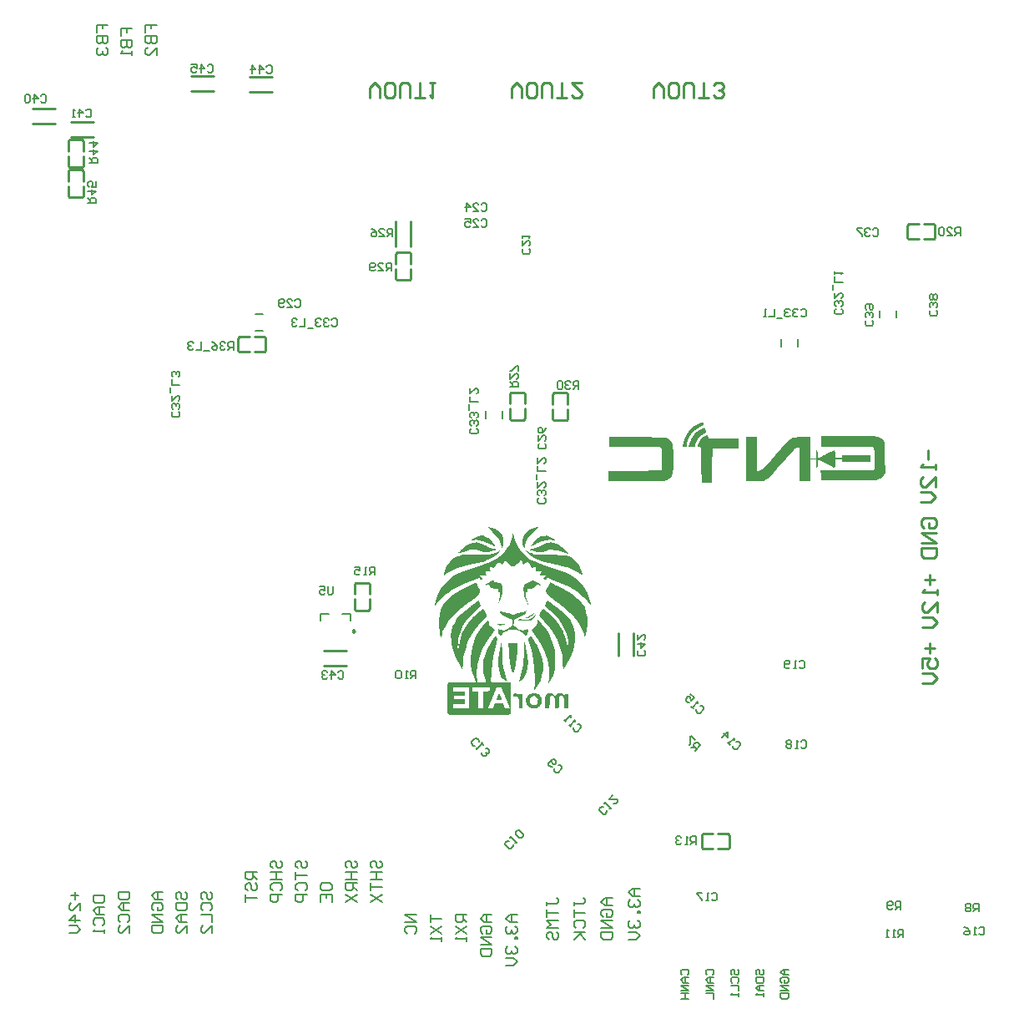
<source format=gbo>
G04*
G04 #@! TF.GenerationSoftware,Altium Limited,Altium Designer,20.0.2 (26)*
G04*
G04 Layer_Color=32896*
%FSLAX25Y25*%
%MOIN*%
G70*
G01*
G75*
%ADD10C,0.01000*%
%ADD12C,0.00984*%
%ADD16C,0.00800*%
%ADD17C,0.00787*%
%ADD19C,0.00600*%
G36*
X264985Y-152119D02*
X265042Y-152173D01*
X265107Y-152258D01*
X265178Y-152371D01*
X265253Y-152508D01*
X265328Y-152664D01*
X265403Y-152837D01*
X265474Y-153022D01*
X265493Y-153076D01*
X265511Y-153129D01*
X265528Y-153180D01*
X265545Y-153231D01*
X265560Y-153279D01*
X265574Y-153327D01*
X265586Y-153373D01*
X265598Y-153418D01*
X265609Y-153461D01*
X265619Y-153503D01*
X265627Y-153543D01*
X265635Y-153583D01*
X265641Y-153620D01*
X265647Y-153656D01*
X265651Y-153691D01*
X265654Y-153724D01*
X265656Y-153755D01*
X265657Y-153785D01*
X265657Y-153813D01*
X265656Y-153840D01*
X265654Y-153865D01*
X265651Y-153888D01*
X265646Y-153910D01*
X265641Y-153930D01*
X265634Y-153948D01*
X265627Y-153965D01*
X265618Y-153980D01*
X265608Y-153993D01*
X265597Y-154004D01*
X265585Y-154014D01*
X265572Y-154021D01*
X265558Y-154027D01*
X265484Y-154059D01*
X265370Y-154117D01*
X265222Y-154198D01*
X265044Y-154299D01*
X264844Y-154417D01*
X264626Y-154547D01*
X264397Y-154688D01*
X264161Y-154835D01*
X264093Y-154879D01*
X264024Y-154925D01*
X263957Y-154971D01*
X263889Y-155017D01*
X263823Y-155065D01*
X263757Y-155113D01*
X263691Y-155162D01*
X263627Y-155212D01*
X263562Y-155263D01*
X263499Y-155315D01*
X263436Y-155367D01*
X263373Y-155420D01*
X263312Y-155473D01*
X263251Y-155528D01*
X263191Y-155583D01*
X263131Y-155638D01*
X263072Y-155695D01*
X263014Y-155752D01*
X262957Y-155809D01*
X262900Y-155867D01*
X262845Y-155926D01*
X262790Y-155985D01*
X262736Y-156044D01*
X262682Y-156104D01*
X262630Y-156165D01*
X262578Y-156226D01*
X262527Y-156288D01*
X262477Y-156350D01*
X262428Y-156412D01*
X262379Y-156475D01*
X262332Y-156538D01*
X262286Y-156601D01*
X262240Y-156665D01*
X262195Y-156729D01*
X262152Y-156794D01*
X262109Y-156858D01*
X262067Y-156923D01*
X262027Y-156989D01*
X261987Y-157054D01*
X261948Y-157120D01*
X261911Y-157186D01*
X261874Y-157252D01*
X261838Y-157318D01*
X261804Y-157384D01*
X261771Y-157451D01*
X261738Y-157518D01*
X261707Y-157584D01*
X261677Y-157651D01*
X261648Y-157718D01*
X261620Y-157785D01*
X261593Y-157852D01*
X261568Y-157919D01*
X261543Y-157986D01*
X261520Y-158053D01*
X261498Y-158119D01*
X261478Y-158186D01*
X261458Y-158253D01*
X261440Y-158319D01*
X261423Y-158386D01*
X261407Y-158452D01*
X261393Y-158518D01*
X261380Y-158584D01*
X261368Y-158650D01*
X261357Y-158716D01*
X261192Y-159815D01*
X258732D01*
X258888Y-158882D01*
X258900Y-158808D01*
X258915Y-158733D01*
X258931Y-158657D01*
X258948Y-158579D01*
X258967Y-158501D01*
X258987Y-158422D01*
X259009Y-158341D01*
X259032Y-158260D01*
X259056Y-158179D01*
X259081Y-158096D01*
X259108Y-158013D01*
X259136Y-157929D01*
X259165Y-157844D01*
X259195Y-157759D01*
X259226Y-157674D01*
X259258Y-157588D01*
X259292Y-157502D01*
X259326Y-157415D01*
X259362Y-157329D01*
X259398Y-157241D01*
X259435Y-157154D01*
X259474Y-157067D01*
X259513Y-156980D01*
X259553Y-156892D01*
X259594Y-156805D01*
X259635Y-156718D01*
X259678Y-156631D01*
X259721Y-156544D01*
X259765Y-156457D01*
X259810Y-156371D01*
X259855Y-156285D01*
X259901Y-156199D01*
X259947Y-156114D01*
X259995Y-156029D01*
X260042Y-155945D01*
X260090Y-155862D01*
X260139Y-155779D01*
X260188Y-155697D01*
X260238Y-155616D01*
X260288Y-155536D01*
X260338Y-155456D01*
X260389Y-155378D01*
X260440Y-155300D01*
X260491Y-155224D01*
X260543Y-155148D01*
X260595Y-155074D01*
X260647Y-155001D01*
X260699Y-154929D01*
X260752Y-154858D01*
X260804Y-154789D01*
X260857Y-154721D01*
X260909Y-154655D01*
X260962Y-154590D01*
X261015Y-154527D01*
X261068Y-154465D01*
X261120Y-154405D01*
X261173Y-154347D01*
X261226Y-154290D01*
X261278Y-154236D01*
X261330Y-154183D01*
X261382Y-154132D01*
X261434Y-154083D01*
X261486Y-154036D01*
X261537Y-153991D01*
X261581Y-153954D01*
X261627Y-153916D01*
X261674Y-153878D01*
X261722Y-153840D01*
X261772Y-153801D01*
X261823Y-153762D01*
X261875Y-153723D01*
X261929Y-153683D01*
X261983Y-153644D01*
X262038Y-153604D01*
X262095Y-153564D01*
X262152Y-153524D01*
X262210Y-153483D01*
X262269Y-153443D01*
X262329Y-153403D01*
X262389Y-153363D01*
X262450Y-153322D01*
X262511Y-153282D01*
X262573Y-153242D01*
X262636Y-153203D01*
X262699Y-153163D01*
X262762Y-153124D01*
X262825Y-153085D01*
X262889Y-153046D01*
X262953Y-153007D01*
X263017Y-152969D01*
X263080Y-152931D01*
X263144Y-152894D01*
X263208Y-152857D01*
X263272Y-152821D01*
X263335Y-152785D01*
X263398Y-152750D01*
X263461Y-152715D01*
X263524Y-152681D01*
X263586Y-152647D01*
X263647Y-152614D01*
X263708Y-152582D01*
X263769Y-152551D01*
X263829Y-152520D01*
X263888Y-152490D01*
X263946Y-152461D01*
X264003Y-152433D01*
X264060Y-152406D01*
X264116Y-152380D01*
X264170Y-152355D01*
X264224Y-152330D01*
X264276Y-152307D01*
X264327Y-152285D01*
X264377Y-152264D01*
X264426Y-152244D01*
X264473Y-152225D01*
X264519Y-152207D01*
X264563Y-152191D01*
X264606Y-152176D01*
X264647Y-152162D01*
X264687Y-152149D01*
X264725Y-152138D01*
X264761Y-152128D01*
X264795Y-152120D01*
X264828Y-152113D01*
X264858Y-152108D01*
X264887Y-152104D01*
X264913Y-152101D01*
X264937Y-152100D01*
X264985Y-152119D01*
D02*
G37*
G36*
X264155Y-149901D02*
X264178Y-149903D01*
X264200Y-149906D01*
X264221Y-149909D01*
X264241Y-149914D01*
X264260Y-149920D01*
X264279Y-149927D01*
X264297Y-149934D01*
X264314Y-149943D01*
X264331Y-149953D01*
X264347Y-149963D01*
X264362Y-149975D01*
X264377Y-149987D01*
X264391Y-150001D01*
X264405Y-150015D01*
X264418Y-150031D01*
X264430Y-150047D01*
X264442Y-150064D01*
X264454Y-150083D01*
X264465Y-150102D01*
X264476Y-150122D01*
X264487Y-150144D01*
X264497Y-150166D01*
X264507Y-150189D01*
X264516Y-150213D01*
X264525Y-150238D01*
X264534Y-150265D01*
X264543Y-150292D01*
X264552Y-150320D01*
X264561Y-150349D01*
X264569Y-150379D01*
X264577Y-150410D01*
X264592Y-150466D01*
X264605Y-150521D01*
X264617Y-150575D01*
X264629Y-150627D01*
X264639Y-150676D01*
X264649Y-150724D01*
X264657Y-150769D01*
X264663Y-150810D01*
X264669Y-150849D01*
X264673Y-150884D01*
X264676Y-150915D01*
X264678Y-150942D01*
X264678Y-150965D01*
X264676Y-150982D01*
X264673Y-150995D01*
X264669Y-151003D01*
X264626Y-151027D01*
X264523Y-151082D01*
X264368Y-151163D01*
X264166Y-151266D01*
X263925Y-151389D01*
X263651Y-151527D01*
X263351Y-151678D01*
X263032Y-151838D01*
X262949Y-151880D01*
X262865Y-151925D01*
X262779Y-151971D01*
X262692Y-152020D01*
X262603Y-152071D01*
X262513Y-152123D01*
X262423Y-152178D01*
X262331Y-152234D01*
X262240Y-152291D01*
X262147Y-152350D01*
X262055Y-152410D01*
X261962Y-152471D01*
X261870Y-152533D01*
X261778Y-152596D01*
X261686Y-152660D01*
X261595Y-152725D01*
X261505Y-152789D01*
X261416Y-152855D01*
X261328Y-152920D01*
X261241Y-152986D01*
X261155Y-153052D01*
X261072Y-153118D01*
X260990Y-153183D01*
X260910Y-153248D01*
X260833Y-153313D01*
X260757Y-153377D01*
X260685Y-153440D01*
X260615Y-153503D01*
X260547Y-153565D01*
X260483Y-153625D01*
X260422Y-153684D01*
X260365Y-153743D01*
X260311Y-153799D01*
X260257Y-153856D01*
X260203Y-153915D01*
X260149Y-153975D01*
X260095Y-154037D01*
X260041Y-154100D01*
X259987Y-154164D01*
X259934Y-154230D01*
X259880Y-154296D01*
X259827Y-154364D01*
X259774Y-154432D01*
X259721Y-154502D01*
X259668Y-154572D01*
X259616Y-154644D01*
X259564Y-154716D01*
X259512Y-154789D01*
X259461Y-154862D01*
X259410Y-154937D01*
X259359Y-155011D01*
X259309Y-155087D01*
X259260Y-155163D01*
X259211Y-155239D01*
X259162Y-155315D01*
X259114Y-155393D01*
X259067Y-155470D01*
X259020Y-155547D01*
X258974Y-155625D01*
X258929Y-155702D01*
X258884Y-155780D01*
X258840Y-155858D01*
X258797Y-155936D01*
X258755Y-156013D01*
X258714Y-156091D01*
X258673Y-156168D01*
X258633Y-156245D01*
X258595Y-156322D01*
X258557Y-156398D01*
X258520Y-156474D01*
X258484Y-156549D01*
X258450Y-156624D01*
X258416Y-156698D01*
X258383Y-156772D01*
X258352Y-156845D01*
X258321Y-156917D01*
X258292Y-156988D01*
X258264Y-157059D01*
X258238Y-157128D01*
X258212Y-157197D01*
X258188Y-157264D01*
X258166Y-157331D01*
X258144Y-157396D01*
X258124Y-157461D01*
X258105Y-157524D01*
X258088Y-157585D01*
X258073Y-157646D01*
X258058Y-157705D01*
X258046Y-157762D01*
X258035Y-157818D01*
X258025Y-157873D01*
X258017Y-157925D01*
X258011Y-157977D01*
X258006Y-158026D01*
X258003Y-158074D01*
X258002Y-158120D01*
X258001Y-158181D01*
X257999Y-158247D01*
X257995Y-158316D01*
X257989Y-158387D01*
X257983Y-158461D01*
X257975Y-158537D01*
X257966Y-158614D01*
X257956Y-158691D01*
X257945Y-158768D01*
X257933Y-158844D01*
X257921Y-158919D01*
X257907Y-158992D01*
X257893Y-159063D01*
X257879Y-159131D01*
X257864Y-159195D01*
X257849Y-159255D01*
X257698Y-159815D01*
X256216D01*
X256389Y-158757D01*
X256404Y-158669D01*
X256419Y-158580D01*
X256435Y-158492D01*
X256452Y-158404D01*
X256469Y-158316D01*
X256487Y-158229D01*
X256506Y-158142D01*
X256525Y-158055D01*
X256544Y-157968D01*
X256565Y-157882D01*
X256586Y-157796D01*
X256607Y-157711D01*
X256629Y-157625D01*
X256652Y-157541D01*
X256675Y-157456D01*
X256699Y-157371D01*
X256724Y-157288D01*
X256749Y-157204D01*
X256774Y-157120D01*
X256801Y-157037D01*
X256827Y-156955D01*
X256855Y-156872D01*
X256883Y-156790D01*
X256911Y-156708D01*
X256941Y-156627D01*
X256970Y-156546D01*
X257001Y-156465D01*
X257031Y-156384D01*
X257063Y-156304D01*
X257095Y-156225D01*
X257127Y-156145D01*
X257161Y-156066D01*
X257194Y-155987D01*
X257229Y-155909D01*
X257263Y-155831D01*
X257299Y-155753D01*
X257335Y-155676D01*
X257371Y-155599D01*
X257408Y-155522D01*
X257446Y-155446D01*
X257484Y-155370D01*
X257523Y-155294D01*
X257562Y-155219D01*
X257602Y-155144D01*
X257643Y-155070D01*
X257683Y-154996D01*
X257725Y-154922D01*
X257767Y-154849D01*
X257809Y-154776D01*
X257853Y-154703D01*
X257896Y-154631D01*
X257940Y-154559D01*
X257985Y-154488D01*
X258030Y-154417D01*
X258076Y-154346D01*
X258122Y-154276D01*
X258169Y-154206D01*
X258217Y-154137D01*
X258264Y-154068D01*
X258313Y-153999D01*
X258362Y-153931D01*
X258411Y-153863D01*
X258461Y-153795D01*
X258512Y-153728D01*
X258563Y-153662D01*
X258614Y-153595D01*
X258666Y-153530D01*
X258719Y-153464D01*
X258772Y-153399D01*
X258825Y-153335D01*
X258879Y-153270D01*
X258934Y-153207D01*
X258989Y-153144D01*
X259045Y-153081D01*
X259101Y-153018D01*
X259157Y-152956D01*
X259214Y-152895D01*
X259272Y-152833D01*
X259330Y-152773D01*
X259389Y-152713D01*
X259448Y-152653D01*
X259507Y-152593D01*
X259567Y-152534D01*
X259628Y-152476D01*
X259689Y-152418D01*
X259751Y-152360D01*
X259812Y-152303D01*
X259875Y-152247D01*
X259938Y-152190D01*
X260001Y-152135D01*
X260065Y-152079D01*
X260130Y-152025D01*
X260194Y-151970D01*
X260260Y-151916D01*
X260326Y-151863D01*
X260392Y-151810D01*
X260459Y-151758D01*
X260526Y-151706D01*
X260594Y-151654D01*
X260662Y-151603D01*
X260730Y-151552D01*
X260799Y-151502D01*
X260869Y-151453D01*
X260939Y-151404D01*
X261009Y-151355D01*
X261080Y-151307D01*
X261152Y-151259D01*
X261223Y-151212D01*
X261296Y-151165D01*
X261368Y-151119D01*
X261441Y-151074D01*
X261515Y-151029D01*
X261589Y-150984D01*
X261663Y-150940D01*
X261738Y-150896D01*
X261814Y-150853D01*
X261890Y-150811D01*
X261966Y-150768D01*
X262042Y-150727D01*
X262119Y-150686D01*
X262197Y-150645D01*
X262275Y-150605D01*
X262353Y-150566D01*
X262432Y-150527D01*
X262511Y-150489D01*
X262591Y-150451D01*
X262671Y-150414D01*
X262752Y-150377D01*
X262817Y-150347D01*
X262881Y-150318D01*
X262944Y-150291D01*
X263004Y-150264D01*
X263064Y-150238D01*
X263121Y-150213D01*
X263177Y-150189D01*
X263231Y-150166D01*
X263284Y-150144D01*
X263335Y-150123D01*
X263385Y-150102D01*
X263433Y-150083D01*
X263480Y-150065D01*
X263525Y-150048D01*
X263569Y-150031D01*
X263612Y-150016D01*
X263653Y-150002D01*
X263693Y-149988D01*
X263732Y-149976D01*
X263770Y-149964D01*
X263806Y-149953D01*
X263841Y-149944D01*
X263875Y-149935D01*
X263908Y-149927D01*
X263939Y-149920D01*
X263970Y-149915D01*
X263999Y-149910D01*
X264028Y-149906D01*
X264055Y-149903D01*
X264081Y-149901D01*
X264107Y-149900D01*
X264131Y-149900D01*
X264155Y-149901D01*
D02*
G37*
G36*
X307147Y-160040D02*
Y-164294D01*
X309642D01*
Y-162552D01*
X309642Y-162460D01*
X309643Y-162369D01*
X309644Y-162279D01*
X309647Y-162192D01*
X309649Y-162106D01*
X309652Y-162022D01*
X309656Y-161940D01*
X309661Y-161860D01*
X309665Y-161783D01*
X309671Y-161707D01*
X309677Y-161634D01*
X309683Y-161564D01*
X309690Y-161496D01*
X309697Y-161431D01*
X309705Y-161368D01*
X309713Y-161308D01*
X309721Y-161251D01*
X309730Y-161197D01*
X309740Y-161147D01*
X309750Y-161099D01*
X309760Y-161055D01*
X309770Y-161014D01*
X309781Y-160977D01*
X309792Y-160943D01*
X309803Y-160913D01*
X309815Y-160886D01*
X309827Y-160863D01*
X309839Y-160845D01*
X309852Y-160830D01*
X309865Y-160819D01*
X309878Y-160813D01*
X309891Y-160810D01*
X309943Y-160845D01*
X309990Y-160944D01*
X310033Y-161102D01*
X310069Y-161313D01*
X310099Y-161572D01*
X310122Y-161872D01*
X310136Y-162208D01*
X310141Y-162573D01*
X310141Y-162663D01*
X310142Y-162752D01*
X310143Y-162840D01*
X310144Y-162926D01*
X310146Y-163010D01*
X310149Y-163092D01*
X310152Y-163172D01*
X310155Y-163251D01*
X310159Y-163327D01*
X310163Y-163401D01*
X310168Y-163473D01*
X310173Y-163542D01*
X310178Y-163609D01*
X310183Y-163673D01*
X310189Y-163734D01*
X310195Y-163793D01*
X310202Y-163848D01*
X310209Y-163901D01*
X310216Y-163950D01*
X310223Y-163996D01*
X310231Y-164039D01*
X310239Y-164077D01*
X310247Y-164113D01*
X310255Y-164145D01*
X310263Y-164172D01*
X310272Y-164196D01*
X310281Y-164216D01*
X310290Y-164232D01*
X310299Y-164243D01*
X310309Y-164250D01*
X310318Y-164252D01*
X310328Y-164250D01*
X310363Y-164234D01*
X310427Y-164201D01*
X310521Y-164155D01*
X310641Y-164094D01*
X310786Y-164021D01*
X310955Y-163936D01*
X311146Y-163840D01*
X311356Y-163734D01*
X311585Y-163618D01*
X311831Y-163493D01*
X312092Y-163361D01*
X312367Y-163222D01*
X312653Y-163076D01*
X312950Y-162926D01*
X313255Y-162771D01*
X313567Y-162612D01*
X313645Y-162572D01*
X313723Y-162532D01*
X313801Y-162493D01*
X313879Y-162454D01*
X313956Y-162415D01*
X314033Y-162376D01*
X314109Y-162338D01*
X314185Y-162300D01*
X314260Y-162262D01*
X314335Y-162225D01*
X314409Y-162188D01*
X314483Y-162152D01*
X314556Y-162115D01*
X314629Y-162080D01*
X314700Y-162044D01*
X314772Y-162009D01*
X314842Y-161975D01*
X314912Y-161940D01*
X314981Y-161907D01*
X315049Y-161873D01*
X315116Y-161841D01*
X315183Y-161809D01*
X315248Y-161777D01*
X315313Y-161746D01*
X315377Y-161715D01*
X315440Y-161685D01*
X315502Y-161655D01*
X315563Y-161626D01*
X315623Y-161597D01*
X315682Y-161569D01*
X315740Y-161542D01*
X315796Y-161515D01*
X315852Y-161489D01*
X315906Y-161464D01*
X315960Y-161439D01*
X316012Y-161415D01*
X316063Y-161392D01*
X316112Y-161369D01*
X316160Y-161347D01*
X316207Y-161325D01*
X316253Y-161305D01*
X316297Y-161285D01*
X316340Y-161266D01*
X316382Y-161247D01*
X316422Y-161230D01*
X316460Y-161213D01*
X316497Y-161197D01*
X316533Y-161182D01*
X316567Y-161168D01*
X316599Y-161154D01*
X316630Y-161141D01*
X316659Y-161129D01*
X316686Y-161118D01*
X316712Y-161108D01*
X316736Y-161099D01*
X316759Y-161091D01*
X316779Y-161084D01*
X316798Y-161077D01*
X316815Y-161072D01*
X316830Y-161067D01*
X316843Y-161064D01*
X316855Y-161061D01*
X316864Y-161060D01*
X316872Y-161059D01*
X316924Y-161089D01*
X316972Y-161174D01*
X317015Y-161309D01*
X317052Y-161489D01*
X317083Y-161709D01*
X317106Y-161963D01*
X317120Y-162246D01*
X317125Y-162552D01*
Y-164046D01*
X319834D01*
X319914Y-163486D01*
X319994Y-162926D01*
X331219D01*
Y-164294D01*
Y-165663D01*
X325544Y-165730D01*
X319869Y-165797D01*
Y-165295D01*
Y-164792D01*
X317125D01*
Y-166410D01*
X317125Y-166493D01*
X317124Y-166575D01*
X317124Y-166655D01*
X317122Y-166735D01*
X317121Y-166813D01*
X317119Y-166889D01*
X317117Y-166964D01*
X317115Y-167038D01*
X317112Y-167109D01*
X317109Y-167179D01*
X317106Y-167247D01*
X317103Y-167313D01*
X317099Y-167376D01*
X317096Y-167437D01*
X317092Y-167496D01*
X317087Y-167552D01*
X317083Y-167606D01*
X317078Y-167657D01*
X317073Y-167705D01*
X317068Y-167750D01*
X317063Y-167792D01*
X317058Y-167831D01*
X317052Y-167867D01*
X317047Y-167900D01*
X317041Y-167929D01*
X317035Y-167954D01*
X317029Y-167976D01*
X317023Y-167994D01*
X317016Y-168009D01*
X317010Y-168019D01*
X317003Y-168025D01*
X316997Y-168027D01*
X316905Y-167994D01*
X316692Y-167900D01*
X316371Y-167750D01*
X315956Y-167552D01*
X315461Y-167313D01*
X314899Y-167038D01*
X314285Y-166735D01*
X313633Y-166410D01*
X313550Y-166368D01*
X313467Y-166327D01*
X313384Y-166286D01*
X313302Y-166245D01*
X313221Y-166204D01*
X313140Y-166164D01*
X313060Y-166124D01*
X312980Y-166085D01*
X312901Y-166046D01*
X312823Y-166007D01*
X312745Y-165968D01*
X312668Y-165930D01*
X312591Y-165892D01*
X312515Y-165855D01*
X312440Y-165818D01*
X312366Y-165782D01*
X312293Y-165746D01*
X312221Y-165710D01*
X312149Y-165675D01*
X312078Y-165640D01*
X312008Y-165606D01*
X311940Y-165573D01*
X311872Y-165540D01*
X311805Y-165507D01*
X311739Y-165475D01*
X311674Y-165444D01*
X311611Y-165413D01*
X311548Y-165382D01*
X311487Y-165353D01*
X311427Y-165324D01*
X311368Y-165295D01*
X311310Y-165267D01*
X311253Y-165240D01*
X311198Y-165214D01*
X311144Y-165188D01*
X311092Y-165163D01*
X311040Y-165138D01*
X310991Y-165115D01*
X310942Y-165092D01*
X310895Y-165069D01*
X310849Y-165048D01*
X310805Y-165027D01*
X310763Y-165007D01*
X310722Y-164988D01*
X310683Y-164970D01*
X310645Y-164952D01*
X310609Y-164936D01*
X310574Y-164920D01*
X310541Y-164905D01*
X310510Y-164891D01*
X310481Y-164877D01*
X310453Y-164865D01*
X310427Y-164854D01*
X310403Y-164843D01*
X310381Y-164834D01*
X310361Y-164825D01*
X310342Y-164818D01*
X310326Y-164811D01*
X310311Y-164805D01*
X310299Y-164801D01*
X310288Y-164797D01*
X310280Y-164794D01*
X310273Y-164793D01*
X310269Y-164792D01*
X310243Y-164828D01*
X310219Y-164930D01*
X310197Y-165091D01*
X310178Y-165304D01*
X310163Y-165562D01*
X310151Y-165858D01*
X310143Y-166184D01*
X310141Y-166534D01*
X310140Y-166627D01*
X310139Y-166718D01*
X310138Y-166807D01*
X310136Y-166895D01*
X310133Y-166981D01*
X310130Y-167065D01*
X310126Y-167147D01*
X310122Y-167226D01*
X310117Y-167304D01*
X310111Y-167379D01*
X310106Y-167452D01*
X310099Y-167523D01*
X310092Y-167591D01*
X310085Y-167656D01*
X310077Y-167719D01*
X310069Y-167779D01*
X310061Y-167835D01*
X310052Y-167889D01*
X310042Y-167940D01*
X310033Y-167988D01*
X310023Y-168032D01*
X310012Y-168073D01*
X310001Y-168110D01*
X309990Y-168144D01*
X309979Y-168174D01*
X309967Y-168201D01*
X309955Y-168223D01*
X309943Y-168242D01*
X309930Y-168257D01*
X309917Y-168268D01*
X309904Y-168274D01*
X309891Y-168276D01*
X309839Y-168242D01*
X309792Y-168144D01*
X309750Y-167988D01*
X309713Y-167779D01*
X309683Y-167523D01*
X309661Y-167226D01*
X309647Y-166895D01*
X309642Y-166534D01*
Y-164792D01*
X307147D01*
Y-169147D01*
Y-173502D01*
X302915D01*
X302848Y-166721D01*
X302782Y-159940D01*
X302164Y-160027D01*
X302099Y-160038D01*
X302030Y-160051D01*
X301959Y-160068D01*
X301886Y-160088D01*
X301811Y-160110D01*
X301736Y-160134D01*
X301660Y-160161D01*
X301585Y-160189D01*
X301510Y-160219D01*
X301437Y-160250D01*
X301365Y-160283D01*
X301296Y-160317D01*
X301231Y-160351D01*
X301169Y-160386D01*
X301111Y-160421D01*
X301058Y-160456D01*
X300983Y-160520D01*
X300860Y-160640D01*
X300692Y-160813D01*
X300483Y-161036D01*
X300234Y-161305D01*
X299948Y-161618D01*
X299629Y-161971D01*
X299278Y-162361D01*
X298900Y-162786D01*
X298495Y-163242D01*
X298068Y-163726D01*
X297621Y-164235D01*
X297157Y-164767D01*
X296678Y-165317D01*
X296187Y-165883D01*
X295687Y-166461D01*
X290806Y-172125D01*
X289685Y-172751D01*
X288563Y-173378D01*
X285133Y-173464D01*
X281703Y-173550D01*
Y-164692D01*
Y-155833D01*
X285944D01*
Y-162552D01*
Y-169272D01*
X286651D01*
X286745Y-169269D01*
X286840Y-169260D01*
X286935Y-169245D01*
X287033Y-169222D01*
X287133Y-169191D01*
X287237Y-169150D01*
X287345Y-169101D01*
X287457Y-169041D01*
X287576Y-168969D01*
X287701Y-168886D01*
X287832Y-168790D01*
X287972Y-168681D01*
X288121Y-168558D01*
X288280Y-168420D01*
X288448Y-168267D01*
X288628Y-168097D01*
X288819Y-167910D01*
X289023Y-167705D01*
X289241Y-167482D01*
X289472Y-167240D01*
X289718Y-166977D01*
X289980Y-166694D01*
X290259Y-166390D01*
X290554Y-166063D01*
X290868Y-165713D01*
X291200Y-165340D01*
X291552Y-164943D01*
X291923Y-164520D01*
X292316Y-164071D01*
X292731Y-163596D01*
X293168Y-163093D01*
X293629Y-162563D01*
X293686Y-162497D01*
X293742Y-162432D01*
X293799Y-162366D01*
X293856Y-162301D01*
X293913Y-162235D01*
X293970Y-162170D01*
X294027Y-162105D01*
X294084Y-162040D01*
X294141Y-161975D01*
X294198Y-161910D01*
X294254Y-161846D01*
X294311Y-161781D01*
X294368Y-161717D01*
X294424Y-161653D01*
X294481Y-161588D01*
X294537Y-161524D01*
X294594Y-161461D01*
X294650Y-161397D01*
X294706Y-161334D01*
X294763Y-161270D01*
X294819Y-161207D01*
X294875Y-161144D01*
X294931Y-161081D01*
X294986Y-161019D01*
X295042Y-160956D01*
X295097Y-160894D01*
X295153Y-160832D01*
X295208Y-160771D01*
X295263Y-160709D01*
X295318Y-160648D01*
X295373Y-160587D01*
X295428Y-160526D01*
X295482Y-160466D01*
X295537Y-160405D01*
X295591Y-160345D01*
X295645Y-160285D01*
X295699Y-160226D01*
X295752Y-160167D01*
X295806Y-160108D01*
X295859Y-160049D01*
X295912Y-159991D01*
X295965Y-159933D01*
X296018Y-159875D01*
X296070Y-159818D01*
X296122Y-159761D01*
X296174Y-159704D01*
X296226Y-159648D01*
X296277Y-159591D01*
X296328Y-159536D01*
X296379Y-159480D01*
X296430Y-159425D01*
X296481Y-159371D01*
X296531Y-159316D01*
X296581Y-159262D01*
X296630Y-159209D01*
X296680Y-159155D01*
X296729Y-159103D01*
X296777Y-159050D01*
X296826Y-158998D01*
X296874Y-158947D01*
X296922Y-158896D01*
X296969Y-158845D01*
X297017Y-158794D01*
X297063Y-158745D01*
X297110Y-158695D01*
X297156Y-158646D01*
X297202Y-158598D01*
X297247Y-158549D01*
X297292Y-158502D01*
X297337Y-158455D01*
X297382Y-158408D01*
X297426Y-158361D01*
X297469Y-158316D01*
X297513Y-158271D01*
X297555Y-158226D01*
X297598Y-158181D01*
X297640Y-158138D01*
X297682Y-158094D01*
X297723Y-158052D01*
X297764Y-158010D01*
X297804Y-157968D01*
X297844Y-157927D01*
X297884Y-157886D01*
X297923Y-157846D01*
X297961Y-157806D01*
X297999Y-157767D01*
X298037Y-157729D01*
X298075Y-157691D01*
X298111Y-157654D01*
X298148Y-157617D01*
X298183Y-157581D01*
X298219Y-157546D01*
X298254Y-157511D01*
X298288Y-157477D01*
X298322Y-157443D01*
X298355Y-157410D01*
X298388Y-157378D01*
X298421Y-157346D01*
X298452Y-157315D01*
X298484Y-157284D01*
X298515Y-157254D01*
X298545Y-157225D01*
X298574Y-157197D01*
X298604Y-157169D01*
X298632Y-157142D01*
X298660Y-157115D01*
X298688Y-157089D01*
X298714Y-157064D01*
X298741Y-157040D01*
X298766Y-157016D01*
X298792Y-156993D01*
X298816Y-156971D01*
X298840Y-156949D01*
X298863Y-156928D01*
X298886Y-156908D01*
X298908Y-156888D01*
X298930Y-156870D01*
X298951Y-156852D01*
X298971Y-156834D01*
X298990Y-156818D01*
X299009Y-156802D01*
X299028Y-156788D01*
X299045Y-156773D01*
X299062Y-156760D01*
X299078Y-156747D01*
X299094Y-156736D01*
X299109Y-156725D01*
X299123Y-156715D01*
X300204Y-155958D01*
X303676Y-155872D01*
X307147Y-155786D01*
Y-160040D01*
D02*
G37*
G36*
X321927Y-155365D02*
X321993Y-155365D01*
X322059Y-155365D01*
X322126Y-155365D01*
X322192Y-155366D01*
X322258Y-155366D01*
X322324Y-155366D01*
X322390Y-155366D01*
X322456Y-155367D01*
X322522Y-155367D01*
X322588Y-155367D01*
X322653Y-155367D01*
X322719Y-155368D01*
X322785Y-155368D01*
X322850Y-155368D01*
X322916Y-155368D01*
X322981Y-155369D01*
X323046Y-155369D01*
X323112Y-155369D01*
X323177Y-155370D01*
X323242Y-155370D01*
X323307Y-155370D01*
X323372Y-155371D01*
X323437Y-155371D01*
X323502Y-155371D01*
X323567Y-155372D01*
X323631Y-155372D01*
X323696Y-155373D01*
X323760Y-155373D01*
X323825Y-155373D01*
X323889Y-155374D01*
X323953Y-155374D01*
X324017Y-155375D01*
X324081Y-155375D01*
X324145Y-155376D01*
X324209Y-155376D01*
X324273Y-155376D01*
X324337Y-155377D01*
X324400Y-155377D01*
X324464Y-155378D01*
X324527Y-155378D01*
X324590Y-155379D01*
X324653Y-155379D01*
X324716Y-155380D01*
X324779Y-155380D01*
X324842Y-155381D01*
X324905Y-155381D01*
X324967Y-155382D01*
X325030Y-155382D01*
X325092Y-155383D01*
X325154Y-155383D01*
X325217Y-155384D01*
X325279Y-155384D01*
X325341Y-155385D01*
X325402Y-155385D01*
X325464Y-155386D01*
X325525Y-155387D01*
X325587Y-155387D01*
X325648Y-155388D01*
X325709Y-155388D01*
X325770Y-155389D01*
X325831Y-155390D01*
X325892Y-155390D01*
X325952Y-155391D01*
X326013Y-155392D01*
X326073Y-155392D01*
X326133Y-155393D01*
X326193Y-155393D01*
X326253Y-155394D01*
X326313Y-155395D01*
X326373Y-155395D01*
X326432Y-155396D01*
X326491Y-155397D01*
X326550Y-155397D01*
X326609Y-155398D01*
X326668Y-155399D01*
X326727Y-155399D01*
X326785Y-155400D01*
X326844Y-155401D01*
X326902Y-155402D01*
X326960Y-155402D01*
X327018Y-155403D01*
X327076Y-155404D01*
X327133Y-155404D01*
X327191Y-155405D01*
X327248Y-155406D01*
X327305Y-155407D01*
X327362Y-155407D01*
X327419Y-155408D01*
X327475Y-155409D01*
X327532Y-155410D01*
X327588Y-155410D01*
X327644Y-155411D01*
X327700Y-155412D01*
X327755Y-155413D01*
X327811Y-155414D01*
X327866Y-155414D01*
X327921Y-155415D01*
X327976Y-155416D01*
X328031Y-155417D01*
X328086Y-155418D01*
X328140Y-155418D01*
X328194Y-155419D01*
X328248Y-155420D01*
X328302Y-155421D01*
X328356Y-155422D01*
X328409Y-155423D01*
X328462Y-155423D01*
X328515Y-155424D01*
X328568Y-155425D01*
X328621Y-155426D01*
X328673Y-155427D01*
X328725Y-155428D01*
X328777Y-155429D01*
X328829Y-155430D01*
X328880Y-155430D01*
X328932Y-155431D01*
X328983Y-155432D01*
X329034Y-155433D01*
X329084Y-155434D01*
X329135Y-155435D01*
X329185Y-155436D01*
X329235Y-155437D01*
X329285Y-155438D01*
X329335Y-155439D01*
X329384Y-155440D01*
X329433Y-155440D01*
X329482Y-155441D01*
X329531Y-155442D01*
X329579Y-155443D01*
X329628Y-155444D01*
X329676Y-155445D01*
X329723Y-155446D01*
X329771Y-155447D01*
X329818Y-155448D01*
X329865Y-155449D01*
X329912Y-155450D01*
X329959Y-155451D01*
X330005Y-155452D01*
X330051Y-155453D01*
X330097Y-155454D01*
X330142Y-155455D01*
X330188Y-155456D01*
X330233Y-155457D01*
X330278Y-155458D01*
X330322Y-155459D01*
X330367Y-155460D01*
X330411Y-155461D01*
X330455Y-155462D01*
X330498Y-155463D01*
X330541Y-155464D01*
X330585Y-155465D01*
X330627Y-155466D01*
X330670Y-155467D01*
X330712Y-155468D01*
X330754Y-155469D01*
X330796Y-155470D01*
X330837Y-155472D01*
X330878Y-155473D01*
X330919Y-155474D01*
X330960Y-155475D01*
X331000Y-155476D01*
X331040Y-155477D01*
X331080Y-155478D01*
X331120Y-155479D01*
X331159Y-155480D01*
X331198Y-155481D01*
X331236Y-155482D01*
X331275Y-155483D01*
X331313Y-155484D01*
X331351Y-155485D01*
X331388Y-155487D01*
X331425Y-155488D01*
X331462Y-155489D01*
X331499Y-155490D01*
X331535Y-155491D01*
X331571Y-155492D01*
X331607Y-155493D01*
X331643Y-155494D01*
X331678Y-155495D01*
X331712Y-155497D01*
X331747Y-155498D01*
X331781Y-155499D01*
X331815Y-155500D01*
X331849Y-155501D01*
X331882Y-155502D01*
X331915Y-155503D01*
X331948Y-155505D01*
X331980Y-155506D01*
X332012Y-155507D01*
X332044Y-155508D01*
X332075Y-155509D01*
X332106Y-155510D01*
X332137Y-155511D01*
X332167Y-155512D01*
X332197Y-155514D01*
X332227Y-155515D01*
X332257Y-155516D01*
X332286Y-155517D01*
X332315Y-155518D01*
X332343Y-155519D01*
X332371Y-155521D01*
X332399Y-155522D01*
X332427Y-155523D01*
X332454Y-155524D01*
X332481Y-155525D01*
X332507Y-155527D01*
X332533Y-155528D01*
X332559Y-155529D01*
X332584Y-155530D01*
X332609Y-155531D01*
X332634Y-155533D01*
X332658Y-155534D01*
X332682Y-155535D01*
X332706Y-155536D01*
X332729Y-155537D01*
X332752Y-155538D01*
X332775Y-155540D01*
X332797Y-155541D01*
X332819Y-155542D01*
X332841Y-155543D01*
X332862Y-155544D01*
X332882Y-155546D01*
X332903Y-155547D01*
X332923Y-155548D01*
X332943Y-155549D01*
X332962Y-155551D01*
X332981Y-155552D01*
X333000Y-155553D01*
X333018Y-155554D01*
X333036Y-155555D01*
X333053Y-155557D01*
X333070Y-155558D01*
X333087Y-155559D01*
X333103Y-155560D01*
X333119Y-155562D01*
X333135Y-155563D01*
X333150Y-155564D01*
X333165Y-155565D01*
X333179Y-155567D01*
X333193Y-155568D01*
X333207Y-155569D01*
X333220Y-155570D01*
X333233Y-155571D01*
X333245Y-155573D01*
X333257Y-155574D01*
X333269Y-155575D01*
X333280Y-155576D01*
X333291Y-155578D01*
X333302Y-155579D01*
X333312Y-155580D01*
X333321Y-155581D01*
X333330Y-155583D01*
X333339Y-155584D01*
X333348Y-155585D01*
X333356Y-155586D01*
X333363Y-155588D01*
X333434Y-155600D01*
X333503Y-155612D01*
X333572Y-155625D01*
X333640Y-155639D01*
X333707Y-155652D01*
X333774Y-155667D01*
X333840Y-155682D01*
X333905Y-155697D01*
X333970Y-155712D01*
X334033Y-155728D01*
X334097Y-155745D01*
X334159Y-155762D01*
X334221Y-155779D01*
X334282Y-155797D01*
X334343Y-155815D01*
X334403Y-155834D01*
X334462Y-155853D01*
X334520Y-155872D01*
X334578Y-155892D01*
X334635Y-155913D01*
X334692Y-155934D01*
X334747Y-155955D01*
X334802Y-155977D01*
X334857Y-155999D01*
X334910Y-156021D01*
X334964Y-156045D01*
X335016Y-156068D01*
X335068Y-156092D01*
X335119Y-156116D01*
X335169Y-156141D01*
X335219Y-156167D01*
X335268Y-156192D01*
X335316Y-156219D01*
X335364Y-156245D01*
X335411Y-156272D01*
X335457Y-156300D01*
X335503Y-156328D01*
X335547Y-156356D01*
X335592Y-156385D01*
X335635Y-156414D01*
X335678Y-156444D01*
X335721Y-156474D01*
X335762Y-156505D01*
X335803Y-156536D01*
X335843Y-156567D01*
X335883Y-156599D01*
X335922Y-156632D01*
X335960Y-156665D01*
X335998Y-156698D01*
X336035Y-156732D01*
X336071Y-156766D01*
X336107Y-156800D01*
X336142Y-156836D01*
X336176Y-156871D01*
X336210Y-156907D01*
X336243Y-156944D01*
X336275Y-156981D01*
X336307Y-157018D01*
X336337Y-157056D01*
X336368Y-157094D01*
X336398Y-157133D01*
X336426Y-157172D01*
X336455Y-157211D01*
X336483Y-157252D01*
X336956Y-157949D01*
X337028Y-164046D01*
X337100Y-170143D01*
X336637Y-171014D01*
X336607Y-171067D01*
X336577Y-171120D01*
X336544Y-171173D01*
X336510Y-171226D01*
X336474Y-171277D01*
X336437Y-171329D01*
X336398Y-171380D01*
X336357Y-171431D01*
X336315Y-171482D01*
X336272Y-171531D01*
X336227Y-171581D01*
X336180Y-171630D01*
X336133Y-171679D01*
X336083Y-171727D01*
X336032Y-171774D01*
X335979Y-171822D01*
X335925Y-171868D01*
X335870Y-171915D01*
X335813Y-171960D01*
X335754Y-172006D01*
X335695Y-172050D01*
X335633Y-172095D01*
X335571Y-172138D01*
X335507Y-172181D01*
X335441Y-172224D01*
X335374Y-172266D01*
X335306Y-172308D01*
X335236Y-172349D01*
X335165Y-172389D01*
X335093Y-172429D01*
X335019Y-172468D01*
X334944Y-172507D01*
X333713Y-173129D01*
X311512D01*
X311440Y-171076D01*
X311368Y-169023D01*
X332242D01*
X332541Y-168724D01*
X332840Y-168426D01*
Y-164477D01*
X332840Y-164425D01*
X332840Y-164372D01*
X332840Y-164320D01*
X332840Y-164268D01*
X332840Y-164216D01*
X332840Y-164164D01*
X332839Y-164112D01*
X332839Y-164060D01*
X332839Y-164009D01*
X332838Y-163958D01*
X332838Y-163907D01*
X332838Y-163856D01*
X332837Y-163805D01*
X332837Y-163754D01*
X332836Y-163704D01*
X332835Y-163653D01*
X332835Y-163603D01*
X332834Y-163553D01*
X332833Y-163504D01*
X332833Y-163454D01*
X332832Y-163405D01*
X332831Y-163356D01*
X332830Y-163307D01*
X332829Y-163258D01*
X332828Y-163209D01*
X332827Y-163161D01*
X332826Y-163113D01*
X332825Y-163065D01*
X332824Y-163018D01*
X332823Y-162970D01*
X332822Y-162923D01*
X332821Y-162876D01*
X332820Y-162829D01*
X332818Y-162783D01*
X332817Y-162737D01*
X332816Y-162691D01*
X332814Y-162645D01*
X332813Y-162600D01*
X332811Y-162555D01*
X332810Y-162510D01*
X332809Y-162465D01*
X332807Y-162421D01*
X332806Y-162377D01*
X332804Y-162333D01*
X332802Y-162290D01*
X332801Y-162246D01*
X332799Y-162204D01*
X332797Y-162161D01*
X332796Y-162119D01*
X332794Y-162077D01*
X332792Y-162035D01*
X332790Y-161994D01*
X332788Y-161952D01*
X332787Y-161912D01*
X332785Y-161871D01*
X332783Y-161831D01*
X332781Y-161792D01*
X332779Y-161752D01*
X332777Y-161713D01*
X332775Y-161674D01*
X332773Y-161636D01*
X332771Y-161598D01*
X332769Y-161560D01*
X332766Y-161523D01*
X332764Y-161486D01*
X332762Y-161449D01*
X332760Y-161413D01*
X332757Y-161377D01*
X332755Y-161342D01*
X332753Y-161307D01*
X332751Y-161272D01*
X332748Y-161238D01*
X332746Y-161204D01*
X332743Y-161170D01*
X332741Y-161137D01*
X332738Y-161104D01*
X332736Y-161072D01*
X332733Y-161040D01*
X332731Y-161008D01*
X332728Y-160977D01*
X332726Y-160947D01*
X332723Y-160916D01*
X332721Y-160887D01*
X332718Y-160857D01*
X332715Y-160828D01*
X332713Y-160800D01*
X332710Y-160772D01*
X332707Y-160744D01*
X332704Y-160717D01*
X332702Y-160690D01*
X332699Y-160664D01*
X332696Y-160638D01*
X332693Y-160613D01*
X332690Y-160588D01*
X332687Y-160563D01*
X332684Y-160539D01*
X332681Y-160516D01*
X332679Y-160493D01*
X332676Y-160470D01*
X332673Y-160449D01*
X332670Y-160427D01*
X332667Y-160406D01*
X332663Y-160386D01*
X332661Y-160366D01*
X332657Y-160346D01*
X332654Y-160327D01*
X332651Y-160309D01*
X332648Y-160291D01*
X332645Y-160273D01*
X332642Y-160257D01*
X332639Y-160240D01*
X332635Y-160224D01*
X332632Y-160209D01*
X332629Y-160194D01*
X332626Y-160180D01*
X332622Y-160167D01*
X332619Y-160154D01*
X332616Y-160141D01*
X332612Y-160129D01*
X332609Y-160118D01*
X332606Y-160107D01*
X332603Y-160097D01*
X332599Y-160087D01*
X332596Y-160078D01*
X332592Y-160070D01*
X332589Y-160062D01*
X332586Y-160054D01*
X332582Y-160048D01*
X332324Y-159566D01*
X311637D01*
Y-157451D01*
Y-155336D01*
X321927Y-155365D01*
D02*
G37*
G36*
X237863Y-155855D02*
X237934Y-155855D01*
X238005Y-155855D01*
X238076Y-155855D01*
X238147Y-155855D01*
X238218Y-155856D01*
X238288Y-155856D01*
X238359Y-155856D01*
X238430Y-155856D01*
X238500Y-155856D01*
X238570Y-155857D01*
X238641Y-155857D01*
X238711Y-155857D01*
X238781Y-155857D01*
X238851Y-155858D01*
X238921Y-155858D01*
X238991Y-155858D01*
X239061Y-155858D01*
X239130Y-155859D01*
X239200Y-155859D01*
X239269Y-155859D01*
X239339Y-155859D01*
X239408Y-155860D01*
X239477Y-155860D01*
X239546Y-155860D01*
X239615Y-155861D01*
X239684Y-155861D01*
X239753Y-155862D01*
X239822Y-155862D01*
X239890Y-155862D01*
X239959Y-155863D01*
X240027Y-155863D01*
X240095Y-155863D01*
X240163Y-155864D01*
X240231Y-155864D01*
X240299Y-155865D01*
X240366Y-155865D01*
X240434Y-155866D01*
X240501Y-155866D01*
X240569Y-155867D01*
X240636Y-155867D01*
X240703Y-155867D01*
X240770Y-155868D01*
X240837Y-155868D01*
X240903Y-155869D01*
X240970Y-155869D01*
X241036Y-155870D01*
X241103Y-155870D01*
X241169Y-155871D01*
X241234Y-155871D01*
X241300Y-155872D01*
X241366Y-155872D01*
X241432Y-155873D01*
X241497Y-155874D01*
X241562Y-155874D01*
X241627Y-155875D01*
X241692Y-155875D01*
X241757Y-155876D01*
X241822Y-155876D01*
X241886Y-155877D01*
X241950Y-155878D01*
X242014Y-155878D01*
X242078Y-155879D01*
X242142Y-155879D01*
X242206Y-155880D01*
X242269Y-155881D01*
X242333Y-155881D01*
X242396Y-155882D01*
X242459Y-155883D01*
X242522Y-155883D01*
X242584Y-155884D01*
X242647Y-155885D01*
X242709Y-155885D01*
X242771Y-155886D01*
X242833Y-155887D01*
X242895Y-155887D01*
X242956Y-155888D01*
X243018Y-155889D01*
X243079Y-155890D01*
X243140Y-155890D01*
X243201Y-155891D01*
X243262Y-155892D01*
X243322Y-155893D01*
X243382Y-155893D01*
X243442Y-155894D01*
X243502Y-155895D01*
X243562Y-155896D01*
X243621Y-155896D01*
X243681Y-155897D01*
X243740Y-155898D01*
X243799Y-155899D01*
X243857Y-155900D01*
X243916Y-155901D01*
X243974Y-155901D01*
X244032Y-155902D01*
X244090Y-155903D01*
X244147Y-155904D01*
X244205Y-155905D01*
X244262Y-155905D01*
X244319Y-155906D01*
X244376Y-155907D01*
X244432Y-155908D01*
X244489Y-155909D01*
X244545Y-155910D01*
X244601Y-155911D01*
X244656Y-155912D01*
X244712Y-155912D01*
X244767Y-155913D01*
X244822Y-155914D01*
X244877Y-155915D01*
X244931Y-155916D01*
X244986Y-155917D01*
X245040Y-155918D01*
X245093Y-155919D01*
X245147Y-155920D01*
X245200Y-155921D01*
X245253Y-155922D01*
X245306Y-155923D01*
X245359Y-155924D01*
X245411Y-155924D01*
X245463Y-155926D01*
X245515Y-155927D01*
X245567Y-155927D01*
X245618Y-155928D01*
X245670Y-155929D01*
X245720Y-155930D01*
X245771Y-155931D01*
X245821Y-155932D01*
X245871Y-155933D01*
X245921Y-155934D01*
X245971Y-155935D01*
X246020Y-155936D01*
X246069Y-155938D01*
X246118Y-155938D01*
X246166Y-155940D01*
X246215Y-155941D01*
X246263Y-155942D01*
X246310Y-155943D01*
X246358Y-155944D01*
X246405Y-155945D01*
X246452Y-155946D01*
X246498Y-155947D01*
X246545Y-155948D01*
X246591Y-155949D01*
X246637Y-155950D01*
X246682Y-155951D01*
X246727Y-155952D01*
X246772Y-155953D01*
X246817Y-155955D01*
X246861Y-155956D01*
X246905Y-155957D01*
X246949Y-155958D01*
X246992Y-155959D01*
X247036Y-155960D01*
X247079Y-155961D01*
X247121Y-155962D01*
X247163Y-155964D01*
X247205Y-155965D01*
X247247Y-155966D01*
X247288Y-155967D01*
X247329Y-155968D01*
X247370Y-155969D01*
X247411Y-155970D01*
X247451Y-155972D01*
X247491Y-155973D01*
X247530Y-155974D01*
X247569Y-155975D01*
X247608Y-155976D01*
X247647Y-155977D01*
X247685Y-155979D01*
X247723Y-155980D01*
X247761Y-155981D01*
X247798Y-155982D01*
X247835Y-155983D01*
X247871Y-155985D01*
X247908Y-155986D01*
X247944Y-155987D01*
X247979Y-155988D01*
X248015Y-155989D01*
X248050Y-155991D01*
X248084Y-155992D01*
X248119Y-155993D01*
X248153Y-155994D01*
X248186Y-155996D01*
X248219Y-155997D01*
X248253Y-155998D01*
X248285Y-155999D01*
X248317Y-156000D01*
X248349Y-156002D01*
X248381Y-156003D01*
X248412Y-156004D01*
X248443Y-156006D01*
X248473Y-156007D01*
X248504Y-156008D01*
X248533Y-156009D01*
X248563Y-156011D01*
X248592Y-156012D01*
X248621Y-156013D01*
X248649Y-156014D01*
X248677Y-156016D01*
X248705Y-156017D01*
X248732Y-156018D01*
X248759Y-156020D01*
X248785Y-156021D01*
X248812Y-156022D01*
X248837Y-156024D01*
X248863Y-156025D01*
X248888Y-156026D01*
X248913Y-156027D01*
X248937Y-156029D01*
X248961Y-156030D01*
X248984Y-156031D01*
X249007Y-156033D01*
X249030Y-156034D01*
X249053Y-156035D01*
X249075Y-156037D01*
X249096Y-156038D01*
X249117Y-156039D01*
X249138Y-156041D01*
X249159Y-156042D01*
X249179Y-156043D01*
X249198Y-156045D01*
X249218Y-156046D01*
X249236Y-156047D01*
X249255Y-156049D01*
X249273Y-156050D01*
X249291Y-156051D01*
X249308Y-156053D01*
X249325Y-156054D01*
X249341Y-156055D01*
X249357Y-156057D01*
X249373Y-156058D01*
X249388Y-156059D01*
X249403Y-156061D01*
X249417Y-156062D01*
X249431Y-156063D01*
X249445Y-156065D01*
X249458Y-156066D01*
X249471Y-156068D01*
X249483Y-156069D01*
X249495Y-156070D01*
X249506Y-156072D01*
X249517Y-156073D01*
X249528Y-156075D01*
X249538Y-156076D01*
X249548Y-156077D01*
X249557Y-156079D01*
X249566Y-156080D01*
X249574Y-156081D01*
X249582Y-156083D01*
X249590Y-156084D01*
X249597Y-156086D01*
X249604Y-156087D01*
X249610Y-156088D01*
X249616Y-156090D01*
X249621Y-156091D01*
X249626Y-156093D01*
X249704Y-156119D01*
X249788Y-156152D01*
X249878Y-156193D01*
X249972Y-156239D01*
X250070Y-156292D01*
X250171Y-156349D01*
X250274Y-156412D01*
X250379Y-156479D01*
X250484Y-156549D01*
X250589Y-156623D01*
X250694Y-156699D01*
X250796Y-156778D01*
X250896Y-156858D01*
X250992Y-156939D01*
X251085Y-157021D01*
X251172Y-157103D01*
X251993Y-157897D01*
X252256Y-159117D01*
X252271Y-159196D01*
X252287Y-159285D01*
X252302Y-159382D01*
X252316Y-159487D01*
X252330Y-159601D01*
X252343Y-159722D01*
X252356Y-159851D01*
X252368Y-159987D01*
X252380Y-160131D01*
X252391Y-160280D01*
X252402Y-160436D01*
X252412Y-160599D01*
X252422Y-160767D01*
X252431Y-160941D01*
X252439Y-161119D01*
X252448Y-161303D01*
X252455Y-161492D01*
X252463Y-161684D01*
X252469Y-161881D01*
X252476Y-162082D01*
X252481Y-162286D01*
X252486Y-162493D01*
X252491Y-162704D01*
X252495Y-162916D01*
X252499Y-163131D01*
X252502Y-163349D01*
X252505Y-163568D01*
X252507Y-163788D01*
X252508Y-164010D01*
X252510Y-164232D01*
X252510Y-164455D01*
X252510Y-164678D01*
X252510Y-164902D01*
X252509Y-165125D01*
X252508Y-165347D01*
X252506Y-165569D01*
X252503Y-165789D01*
X252501Y-166008D01*
X252497Y-166225D01*
X252493Y-166441D01*
X252489Y-166654D01*
X252484Y-166864D01*
X252479Y-167071D01*
X252473Y-167276D01*
X252466Y-167476D01*
X252460Y-167673D01*
X252452Y-167866D01*
X252444Y-168055D01*
X252436Y-168239D01*
X252427Y-168418D01*
X252417Y-168592D01*
X252408Y-168760D01*
X252397Y-168923D01*
X252386Y-169079D01*
X252375Y-169229D01*
X252363Y-169372D01*
X252351Y-169509D01*
X252338Y-169638D01*
X252324Y-169760D01*
X252310Y-169874D01*
X252296Y-169980D01*
X252281Y-170077D01*
X252266Y-170166D01*
X252250Y-170245D01*
X251982Y-171492D01*
X251131Y-172238D01*
X251086Y-172276D01*
X251039Y-172315D01*
X250990Y-172354D01*
X250940Y-172393D01*
X250888Y-172432D01*
X250834Y-172471D01*
X250779Y-172510D01*
X250723Y-172548D01*
X250666Y-172586D01*
X250608Y-172624D01*
X250548Y-172662D01*
X250488Y-172699D01*
X250428Y-172736D01*
X250367Y-172772D01*
X250305Y-172807D01*
X250243Y-172842D01*
X250181Y-172875D01*
X250119Y-172908D01*
X250056Y-172940D01*
X249994Y-172971D01*
X249933Y-173002D01*
X249871Y-173030D01*
X249810Y-173058D01*
X249750Y-173085D01*
X249691Y-173110D01*
X249632Y-173134D01*
X249574Y-173157D01*
X249517Y-173178D01*
X249462Y-173197D01*
X249408Y-173215D01*
X249355Y-173231D01*
X249304Y-173246D01*
X249235Y-173261D01*
X249145Y-173276D01*
X249034Y-173291D01*
X248903Y-173304D01*
X248752Y-173318D01*
X248581Y-173330D01*
X248390Y-173342D01*
X248180Y-173354D01*
X247949Y-173364D01*
X247699Y-173375D01*
X247429Y-173384D01*
X247141Y-173393D01*
X246833Y-173402D01*
X246506Y-173410D01*
X246160Y-173417D01*
X245796Y-173423D01*
X245412Y-173429D01*
X245011Y-173435D01*
X244590Y-173439D01*
X244152Y-173443D01*
X243696Y-173447D01*
X243221Y-173450D01*
X242729Y-173452D01*
X242218Y-173453D01*
X241691Y-173454D01*
X241146Y-173454D01*
X240583Y-173454D01*
X240003Y-173453D01*
X239406Y-173451D01*
X238792Y-173449D01*
X238162Y-173446D01*
X237514Y-173443D01*
X226700Y-173378D01*
Y-171387D01*
Y-169396D01*
X237301Y-169272D01*
X247903Y-169147D01*
X247972Y-164793D01*
X248040Y-160440D01*
X247612Y-160127D01*
X247184Y-159815D01*
X226825D01*
Y-157824D01*
Y-155833D01*
X237863Y-155855D01*
D02*
G37*
G36*
X265925Y-155119D02*
X265962Y-155124D01*
X265998Y-155133D01*
X266032Y-155146D01*
X266064Y-155161D01*
X266096Y-155181D01*
X266126Y-155204D01*
X266156Y-155231D01*
X266185Y-155262D01*
X266213Y-155296D01*
X266241Y-155334D01*
X266269Y-155376D01*
X266297Y-155422D01*
X266325Y-155471D01*
X266353Y-155525D01*
X266382Y-155582D01*
X266411Y-155644D01*
X266442Y-155709D01*
X266726Y-156331D01*
X278461D01*
Y-158317D01*
Y-160303D01*
X273285Y-160370D01*
X268108Y-160437D01*
X268042Y-167219D01*
X267976Y-174000D01*
X263751D01*
X263685Y-166970D01*
X263618Y-159940D01*
X262932Y-159861D01*
X262860Y-159852D01*
X262793Y-159841D01*
X262729Y-159828D01*
X262670Y-159814D01*
X262615Y-159798D01*
X262564Y-159780D01*
X262517Y-159759D01*
X262475Y-159736D01*
X262436Y-159711D01*
X262402Y-159683D01*
X262372Y-159652D01*
X262345Y-159618D01*
X262323Y-159582D01*
X262305Y-159542D01*
X262291Y-159499D01*
X262280Y-159452D01*
X262274Y-159402D01*
X262271Y-159348D01*
X262273Y-159290D01*
X262278Y-159229D01*
X262287Y-159163D01*
X262300Y-159093D01*
X262317Y-159018D01*
X262337Y-158939D01*
X262362Y-158855D01*
X262389Y-158767D01*
X262421Y-158673D01*
X262456Y-158575D01*
X262495Y-158471D01*
X262538Y-158362D01*
X262584Y-158247D01*
X262634Y-158127D01*
X262655Y-158077D01*
X262678Y-158026D01*
X262701Y-157976D01*
X262724Y-157925D01*
X262749Y-157875D01*
X262774Y-157824D01*
X262800Y-157774D01*
X262827Y-157723D01*
X262855Y-157673D01*
X262883Y-157623D01*
X262912Y-157572D01*
X262941Y-157522D01*
X262971Y-157473D01*
X263002Y-157423D01*
X263033Y-157373D01*
X263065Y-157324D01*
X263097Y-157274D01*
X263130Y-157225D01*
X263164Y-157176D01*
X263198Y-157128D01*
X263233Y-157079D01*
X263268Y-157031D01*
X263304Y-156983D01*
X263340Y-156936D01*
X263377Y-156888D01*
X263414Y-156841D01*
X263452Y-156795D01*
X263490Y-156748D01*
X263528Y-156702D01*
X263567Y-156657D01*
X263606Y-156612D01*
X263646Y-156567D01*
X263686Y-156522D01*
X263727Y-156479D01*
X263767Y-156435D01*
X263808Y-156392D01*
X263850Y-156350D01*
X263892Y-156307D01*
X263934Y-156266D01*
X263976Y-156225D01*
X264019Y-156184D01*
X264061Y-156145D01*
X264104Y-156105D01*
X264148Y-156067D01*
X264191Y-156028D01*
X264235Y-155991D01*
X264279Y-155954D01*
X264323Y-155918D01*
X264367Y-155882D01*
X264411Y-155847D01*
X264456Y-155813D01*
X264500Y-155780D01*
X264545Y-155747D01*
X264590Y-155715D01*
X264635Y-155683D01*
X264680Y-155653D01*
X264725Y-155623D01*
X264770Y-155594D01*
X264815Y-155566D01*
X264860Y-155539D01*
X264905Y-155512D01*
X264950Y-155487D01*
X264995Y-155462D01*
X265040Y-155438D01*
X265124Y-155394D01*
X265204Y-155354D01*
X265279Y-155317D01*
X265351Y-155283D01*
X265418Y-155252D01*
X265482Y-155224D01*
X265543Y-155199D01*
X265600Y-155177D01*
X265654Y-155159D01*
X265706Y-155144D01*
X265754Y-155132D01*
X265800Y-155124D01*
X265844Y-155119D01*
X265885Y-155117D01*
X265925Y-155119D01*
D02*
G37*
G36*
X203183Y-195732D02*
X203249Y-195762D01*
X203316Y-195793D01*
X203383Y-195824D01*
X203450Y-195856D01*
X203518Y-195888D01*
X203585Y-195921D01*
X203653Y-195954D01*
X203720Y-195987D01*
X203787Y-196020D01*
X203854Y-196054D01*
X203919Y-196087D01*
X203985Y-196121D01*
X204049Y-196154D01*
X204113Y-196188D01*
X204175Y-196221D01*
X204237Y-196254D01*
X204297Y-196286D01*
X204356Y-196318D01*
X204414Y-196350D01*
X204469Y-196381D01*
X204523Y-196412D01*
X204576Y-196442D01*
X204626Y-196471D01*
X204675Y-196500D01*
X204721Y-196528D01*
X204765Y-196555D01*
X204806Y-196580D01*
X204845Y-196605D01*
X204882Y-196629D01*
X204915Y-196652D01*
X204946Y-196674D01*
X204974Y-196694D01*
X205486Y-197077D01*
X204462Y-196940D01*
X203439Y-196803D01*
X201620Y-197158D01*
X199802Y-197513D01*
X197691Y-198501D01*
X197637Y-198526D01*
X197583Y-198551D01*
X197529Y-198576D01*
X197476Y-198601D01*
X197422Y-198625D01*
X197370Y-198649D01*
X197317Y-198673D01*
X197265Y-198697D01*
X197214Y-198721D01*
X197162Y-198744D01*
X197112Y-198767D01*
X197061Y-198790D01*
X197012Y-198812D01*
X196962Y-198834D01*
X196913Y-198856D01*
X196865Y-198878D01*
X196817Y-198899D01*
X196770Y-198920D01*
X196723Y-198941D01*
X196677Y-198961D01*
X196632Y-198981D01*
X196587Y-199001D01*
X196543Y-199020D01*
X196500Y-199039D01*
X196457Y-199057D01*
X196414Y-199075D01*
X196373Y-199093D01*
X196332Y-199110D01*
X196292Y-199127D01*
X196253Y-199144D01*
X196215Y-199160D01*
X196177Y-199176D01*
X196141Y-199191D01*
X196105Y-199206D01*
X196070Y-199220D01*
X196035Y-199234D01*
X196002Y-199248D01*
X195970Y-199261D01*
X195938Y-199273D01*
X195908Y-199285D01*
X195878Y-199297D01*
X195850Y-199308D01*
X195822Y-199319D01*
X195795Y-199329D01*
X195770Y-199338D01*
X195745Y-199347D01*
X195722Y-199356D01*
X195699Y-199364D01*
X195678Y-199371D01*
X195658Y-199378D01*
X195639Y-199385D01*
X195621Y-199390D01*
X195604Y-199396D01*
X195589Y-199400D01*
X195574Y-199404D01*
X195561Y-199408D01*
X195550Y-199411D01*
X195539Y-199413D01*
X195530Y-199414D01*
X195522Y-199415D01*
X195515Y-199416D01*
X195510Y-199415D01*
X195506Y-199415D01*
X195503Y-199413D01*
X195509Y-199371D01*
X195558Y-199281D01*
X195644Y-199148D01*
X195764Y-198977D01*
X195914Y-198774D01*
X196089Y-198546D01*
X196286Y-198297D01*
X196501Y-198033D01*
X197575Y-196728D01*
X198623Y-196044D01*
X199670Y-195359D01*
X200786Y-195255D01*
X201903Y-195152D01*
X203183Y-195732D01*
D02*
G37*
G36*
X176566Y-195184D02*
X177590Y-195626D01*
X178614Y-196068D01*
X179481Y-196870D01*
X179551Y-196936D01*
X179625Y-197008D01*
X179701Y-197085D01*
X179780Y-197167D01*
X179860Y-197253D01*
X179943Y-197343D01*
X180027Y-197436D01*
X180113Y-197532D01*
X180199Y-197631D01*
X180285Y-197732D01*
X180372Y-197834D01*
X180458Y-197937D01*
X180543Y-198041D01*
X180628Y-198146D01*
X180711Y-198249D01*
X180792Y-198353D01*
X180871Y-198454D01*
X180948Y-198555D01*
X181022Y-198653D01*
X181092Y-198748D01*
X181159Y-198840D01*
X181222Y-198929D01*
X181281Y-199014D01*
X181335Y-199095D01*
X181384Y-199170D01*
X181428Y-199240D01*
X181466Y-199305D01*
X181498Y-199363D01*
X181523Y-199414D01*
X181542Y-199458D01*
X181553Y-199495D01*
X181557Y-199523D01*
X181506Y-199515D01*
X181360Y-199461D01*
X181129Y-199368D01*
X180824Y-199239D01*
X180454Y-199077D01*
X180030Y-198889D01*
X179563Y-198678D01*
X179061Y-198449D01*
X176566Y-197300D01*
X175031Y-197066D01*
X173495Y-196831D01*
X172471Y-196974D01*
X171448Y-197116D01*
X172422Y-196484D01*
X172482Y-196446D01*
X172542Y-196407D01*
X172601Y-196370D01*
X172661Y-196333D01*
X172721Y-196296D01*
X172780Y-196260D01*
X172840Y-196225D01*
X172899Y-196190D01*
X172959Y-196156D01*
X173018Y-196122D01*
X173077Y-196089D01*
X173137Y-196056D01*
X173196Y-196023D01*
X173255Y-195992D01*
X173313Y-195961D01*
X173372Y-195930D01*
X173431Y-195900D01*
X173489Y-195870D01*
X173547Y-195842D01*
X173605Y-195813D01*
X173663Y-195785D01*
X173721Y-195758D01*
X173778Y-195732D01*
X173836Y-195706D01*
X173893Y-195680D01*
X173949Y-195655D01*
X174006Y-195631D01*
X174062Y-195607D01*
X174118Y-195584D01*
X174174Y-195562D01*
X174230Y-195540D01*
X174285Y-195519D01*
X174340Y-195498D01*
X174395Y-195478D01*
X174449Y-195458D01*
X174503Y-195440D01*
X174557Y-195422D01*
X174610Y-195404D01*
X174663Y-195387D01*
X174716Y-195371D01*
X174769Y-195355D01*
X174821Y-195340D01*
X174872Y-195326D01*
X174924Y-195312D01*
X174974Y-195299D01*
X175025Y-195287D01*
X175075Y-195275D01*
X175125Y-195264D01*
X175174Y-195253D01*
X175222Y-195243D01*
X175271Y-195234D01*
X175319Y-195226D01*
X175366Y-195218D01*
X175413Y-195211D01*
X175459Y-195205D01*
X175505Y-195199D01*
X175551Y-195194D01*
X175596Y-195190D01*
X175640Y-195186D01*
X175684Y-195183D01*
X175727Y-195181D01*
X175770Y-195180D01*
X175812Y-195179D01*
X175854Y-195179D01*
X176566Y-195184D01*
D02*
G37*
G36*
X196875Y-193449D02*
X194945Y-195328D01*
X194009Y-197068D01*
X193073Y-198807D01*
Y-199418D01*
Y-200028D01*
X192803Y-199777D01*
X192532Y-199525D01*
X192391Y-198242D01*
X192249Y-196958D01*
X192550Y-195925D01*
X192850Y-194892D01*
X193863Y-193870D01*
X194877Y-192848D01*
X196087Y-192375D01*
X196150Y-192351D01*
X196214Y-192326D01*
X196279Y-192301D01*
X196345Y-192277D01*
X196412Y-192252D01*
X196479Y-192227D01*
X196547Y-192203D01*
X196616Y-192178D01*
X196685Y-192154D01*
X196754Y-192130D01*
X196822Y-192106D01*
X196891Y-192083D01*
X196960Y-192060D01*
X197028Y-192037D01*
X197096Y-192015D01*
X197163Y-191993D01*
X197229Y-191971D01*
X197295Y-191950D01*
X197359Y-191930D01*
X197423Y-191910D01*
X197485Y-191891D01*
X197546Y-191873D01*
X197605Y-191855D01*
X197663Y-191838D01*
X197719Y-191822D01*
X197773Y-191807D01*
X197825Y-191793D01*
X197875Y-191780D01*
X197923Y-191767D01*
X197968Y-191756D01*
X198011Y-191746D01*
X198051Y-191737D01*
X198806Y-191571D01*
X196875Y-193449D01*
D02*
G37*
G36*
X178653Y-191744D02*
X178795Y-191765D01*
X178974Y-191799D01*
X179185Y-191845D01*
X179421Y-191903D01*
X179677Y-191970D01*
X179947Y-192047D01*
X181281Y-192437D01*
X182404Y-193180D01*
X183527Y-193923D01*
X184078Y-194981D01*
X184628Y-196038D01*
X184610Y-197569D01*
X184592Y-199100D01*
X184381Y-199576D01*
X184171Y-200052D01*
X184035Y-199695D01*
X184002Y-199604D01*
X183958Y-199482D01*
X183907Y-199333D01*
X183850Y-199164D01*
X183788Y-198979D01*
X183724Y-198784D01*
X183659Y-198585D01*
X183595Y-198387D01*
X183579Y-198336D01*
X183561Y-198284D01*
X183542Y-198230D01*
X183521Y-198173D01*
X183499Y-198115D01*
X183476Y-198056D01*
X183451Y-197995D01*
X183426Y-197932D01*
X183399Y-197869D01*
X183371Y-197804D01*
X183343Y-197738D01*
X183314Y-197672D01*
X183283Y-197604D01*
X183252Y-197537D01*
X183221Y-197468D01*
X183188Y-197399D01*
X183156Y-197331D01*
X183122Y-197262D01*
X183089Y-197193D01*
X183054Y-197124D01*
X183020Y-197056D01*
X182985Y-196988D01*
X182950Y-196921D01*
X182915Y-196854D01*
X182880Y-196789D01*
X182845Y-196724D01*
X182810Y-196660D01*
X182775Y-196598D01*
X182740Y-196537D01*
X182705Y-196477D01*
X182671Y-196420D01*
X182637Y-196363D01*
X181983Y-195292D01*
X180191Y-193567D01*
X180145Y-193523D01*
X180099Y-193479D01*
X180054Y-193435D01*
X180009Y-193391D01*
X179965Y-193348D01*
X179920Y-193305D01*
X179877Y-193262D01*
X179833Y-193219D01*
X179790Y-193177D01*
X179748Y-193135D01*
X179706Y-193093D01*
X179665Y-193052D01*
X179624Y-193011D01*
X179583Y-192970D01*
X179543Y-192930D01*
X179504Y-192890D01*
X179465Y-192851D01*
X179427Y-192812D01*
X179389Y-192774D01*
X179352Y-192736D01*
X179315Y-192698D01*
X179279Y-192661D01*
X179244Y-192625D01*
X179210Y-192589D01*
X179176Y-192553D01*
X179142Y-192518D01*
X179110Y-192484D01*
X179078Y-192450D01*
X179046Y-192417D01*
X179016Y-192385D01*
X178986Y-192353D01*
X178957Y-192322D01*
X178929Y-192291D01*
X178902Y-192261D01*
X178875Y-192232D01*
X178849Y-192204D01*
X178824Y-192176D01*
X178800Y-192149D01*
X178776Y-192122D01*
X178754Y-192097D01*
X178732Y-192072D01*
X178711Y-192048D01*
X178692Y-192025D01*
X178673Y-192003D01*
X178655Y-191981D01*
X178638Y-191961D01*
X178622Y-191941D01*
X178606Y-191922D01*
X178592Y-191904D01*
X178579Y-191887D01*
X178567Y-191870D01*
X178556Y-191855D01*
X178546Y-191841D01*
X178537Y-191827D01*
X178529Y-191815D01*
X178522Y-191804D01*
X178516Y-191793D01*
X178511Y-191784D01*
X178507Y-191775D01*
X178505Y-191768D01*
X178504Y-191762D01*
X178504Y-191757D01*
X178504Y-191753D01*
X178507Y-191750D01*
X178555Y-191739D01*
X178653Y-191744D01*
D02*
G37*
G36*
X174720Y-198052D02*
X174772Y-198064D01*
X174828Y-198078D01*
X174887Y-198094D01*
X174950Y-198111D01*
X175016Y-198131D01*
X175085Y-198152D01*
X175158Y-198175D01*
X175233Y-198200D01*
X175310Y-198226D01*
X175390Y-198253D01*
X175473Y-198282D01*
X175557Y-198313D01*
X175643Y-198344D01*
X175732Y-198377D01*
X175821Y-198411D01*
X175912Y-198446D01*
X176004Y-198482D01*
X176098Y-198519D01*
X176192Y-198556D01*
X176287Y-198595D01*
X176382Y-198634D01*
X176478Y-198674D01*
X176574Y-198715D01*
X176670Y-198756D01*
X176766Y-198797D01*
X176861Y-198839D01*
X176956Y-198882D01*
X177051Y-198924D01*
X177144Y-198967D01*
X177237Y-199010D01*
X177328Y-199053D01*
X177418Y-199096D01*
X179147Y-199928D01*
X180800Y-200249D01*
X182453Y-200570D01*
X180698Y-201085D01*
X178944Y-201599D01*
X177883Y-201596D01*
X176822Y-201594D01*
X175415Y-201242D01*
X174007Y-200891D01*
X172637Y-200888D01*
X171267Y-200885D01*
X168955Y-201606D01*
X168895Y-201624D01*
X168836Y-201643D01*
X168777Y-201661D01*
X168718Y-201679D01*
X168660Y-201696D01*
X168602Y-201714D01*
X168544Y-201731D01*
X168487Y-201748D01*
X168430Y-201765D01*
X168374Y-201782D01*
X168318Y-201798D01*
X168263Y-201814D01*
X168208Y-201830D01*
X168154Y-201846D01*
X168100Y-201861D01*
X168046Y-201876D01*
X167993Y-201891D01*
X167941Y-201906D01*
X167890Y-201920D01*
X167839Y-201934D01*
X167789Y-201948D01*
X167739Y-201961D01*
X167690Y-201975D01*
X167642Y-201987D01*
X167594Y-202000D01*
X167547Y-202012D01*
X167501Y-202024D01*
X167456Y-202036D01*
X167411Y-202047D01*
X167368Y-202058D01*
X167325Y-202069D01*
X167283Y-202080D01*
X167242Y-202090D01*
X167202Y-202099D01*
X167163Y-202109D01*
X167124Y-202117D01*
X167087Y-202126D01*
X167051Y-202134D01*
X167015Y-202142D01*
X166981Y-202150D01*
X166948Y-202157D01*
X166915Y-202164D01*
X166884Y-202170D01*
X166854Y-202176D01*
X166825Y-202182D01*
X166797Y-202187D01*
X166771Y-202192D01*
X166745Y-202196D01*
X166721Y-202200D01*
X166698Y-202204D01*
X166676Y-202207D01*
X166655Y-202209D01*
X166636Y-202212D01*
X166618Y-202213D01*
X166601Y-202215D01*
X166586Y-202216D01*
X166572Y-202216D01*
X166559D01*
X166548Y-202216D01*
X166538Y-202215D01*
X166529Y-202213D01*
X166522Y-202211D01*
X166517Y-202209D01*
X166513Y-202206D01*
X166521Y-202151D01*
X166593Y-202040D01*
X166725Y-201880D01*
X166909Y-201677D01*
X167138Y-201438D01*
X167408Y-201170D01*
X167711Y-200880D01*
X168042Y-200574D01*
X169701Y-199061D01*
X170830Y-198569D01*
X170889Y-198544D01*
X170950Y-198519D01*
X171012Y-198493D01*
X171075Y-198468D01*
X171140Y-198443D01*
X171205Y-198418D01*
X171272Y-198393D01*
X171339Y-198369D01*
X171407Y-198345D01*
X171476Y-198321D01*
X171545Y-198298D01*
X171614Y-198275D01*
X171683Y-198252D01*
X171753Y-198230D01*
X171822Y-198208D01*
X171891Y-198187D01*
X171959Y-198167D01*
X172028Y-198147D01*
X172095Y-198128D01*
X172162Y-198109D01*
X172228Y-198092D01*
X172292Y-198075D01*
X172356Y-198059D01*
X172418Y-198044D01*
X172479Y-198029D01*
X172539Y-198016D01*
X172596Y-198004D01*
X172652Y-197993D01*
X172706Y-197983D01*
X172758Y-197974D01*
X172808Y-197966D01*
X172855Y-197959D01*
X173751Y-197840D01*
X174720Y-198052D01*
D02*
G37*
G36*
X204663Y-198052D02*
X204713Y-198063D01*
X204766Y-198075D01*
X204819Y-198089D01*
X204874Y-198102D01*
X204930Y-198117D01*
X204987Y-198132D01*
X205044Y-198148D01*
X205103Y-198165D01*
X205162Y-198182D01*
X205222Y-198200D01*
X205282Y-198218D01*
X205343Y-198237D01*
X205404Y-198256D01*
X205465Y-198276D01*
X205525Y-198296D01*
X205586Y-198316D01*
X205646Y-198337D01*
X205707Y-198358D01*
X205766Y-198379D01*
X205825Y-198400D01*
X205884Y-198422D01*
X205941Y-198443D01*
X205998Y-198465D01*
X206053Y-198487D01*
X206108Y-198508D01*
X206161Y-198530D01*
X206213Y-198551D01*
X206263Y-198573D01*
X206312Y-198594D01*
X206359Y-198615D01*
X206404Y-198635D01*
X206447Y-198656D01*
X206490Y-198677D01*
X206536Y-198701D01*
X206584Y-198728D01*
X206635Y-198758D01*
X206688Y-198790D01*
X206744Y-198825D01*
X206802Y-198862D01*
X206861Y-198901D01*
X206923Y-198942D01*
X206987Y-198986D01*
X207053Y-199031D01*
X207120Y-199079D01*
X207189Y-199128D01*
X207259Y-199179D01*
X207331Y-199232D01*
X207404Y-199286D01*
X207478Y-199342D01*
X207553Y-199399D01*
X207629Y-199458D01*
X207707Y-199518D01*
X207785Y-199579D01*
X207863Y-199641D01*
X207943Y-199704D01*
X208023Y-199768D01*
X208103Y-199833D01*
X208184Y-199899D01*
X208264Y-199965D01*
X208345Y-200032D01*
X208426Y-200100D01*
X208507Y-200168D01*
X208588Y-200236D01*
X208668Y-200304D01*
X208748Y-200373D01*
X208828Y-200442D01*
X208907Y-200511D01*
X208985Y-200579D01*
X209063Y-200648D01*
X209139Y-200716D01*
X209215Y-200784D01*
X209290Y-200851D01*
X209363Y-200918D01*
X209435Y-200985D01*
X209506Y-201050D01*
X209576Y-201115D01*
X209644Y-201179D01*
X209710Y-201242D01*
X209774Y-201304D01*
X209837Y-201365D01*
X209897Y-201425D01*
X209956Y-201484D01*
X210012Y-201541D01*
X210066Y-201597D01*
X210118Y-201651D01*
X210167Y-201704D01*
X210214Y-201755D01*
X210258Y-201804D01*
X210300Y-201851D01*
X210338Y-201897D01*
X210374Y-201940D01*
X210406Y-201981D01*
X210436Y-202020D01*
X210462Y-202057D01*
X210485Y-202092D01*
X210505Y-202124D01*
X210740Y-202533D01*
X209009Y-201917D01*
X208956Y-201898D01*
X208903Y-201879D01*
X208850Y-201861D01*
X208799Y-201843D01*
X208747Y-201825D01*
X208696Y-201807D01*
X208646Y-201789D01*
X208596Y-201772D01*
X208546Y-201755D01*
X208497Y-201738D01*
X208448Y-201721D01*
X208400Y-201704D01*
X208352Y-201688D01*
X208304Y-201672D01*
X208257Y-201656D01*
X208210Y-201640D01*
X208164Y-201625D01*
X208118Y-201609D01*
X208072Y-201594D01*
X208027Y-201579D01*
X207982Y-201565D01*
X207938Y-201550D01*
X207894Y-201536D01*
X207850Y-201522D01*
X207807Y-201508D01*
X207764Y-201494D01*
X207721Y-201480D01*
X207679Y-201467D01*
X207636Y-201454D01*
X207595Y-201441D01*
X207553Y-201428D01*
X207512Y-201415D01*
X207471Y-201403D01*
X207431Y-201391D01*
X207391Y-201379D01*
X207351Y-201367D01*
X207311Y-201355D01*
X207272Y-201343D01*
X207233Y-201332D01*
X207194Y-201321D01*
X207155Y-201310D01*
X207117Y-201299D01*
X207079Y-201289D01*
X207041Y-201278D01*
X207004Y-201268D01*
X206967Y-201257D01*
X206929Y-201248D01*
X206893Y-201238D01*
X206856Y-201228D01*
X206820Y-201219D01*
X206783Y-201209D01*
X206748Y-201200D01*
X206712Y-201191D01*
X206676Y-201182D01*
X206641Y-201174D01*
X206606Y-201165D01*
X206570Y-201157D01*
X206536Y-201149D01*
X206501Y-201140D01*
X206466Y-201133D01*
X206432Y-201125D01*
X206398Y-201117D01*
X206364Y-201110D01*
X206330Y-201102D01*
X206296Y-201095D01*
X206262Y-201088D01*
X206229Y-201082D01*
X206195Y-201075D01*
X206162Y-201068D01*
X206129Y-201062D01*
X206096Y-201056D01*
X206063Y-201049D01*
X206030Y-201043D01*
X205997Y-201038D01*
X205964Y-201032D01*
X205931Y-201026D01*
X205899Y-201021D01*
X205866Y-201015D01*
X205834Y-201010D01*
X205802Y-201005D01*
X205769Y-201000D01*
X205737Y-200995D01*
X205704Y-200991D01*
X205672Y-200986D01*
X205640Y-200982D01*
X205608Y-200977D01*
X205576Y-200973D01*
X205543Y-200969D01*
X205511Y-200965D01*
X205479Y-200961D01*
X205447Y-200958D01*
X205415Y-200954D01*
X205383Y-200951D01*
X205351Y-200947D01*
X205318Y-200944D01*
X205286Y-200941D01*
X205254Y-200938D01*
X205222Y-200935D01*
X205189Y-200932D01*
X205157Y-200930D01*
X205124Y-200927D01*
X205092Y-200925D01*
X205059Y-200922D01*
X205026Y-200920D01*
X204994Y-200918D01*
X204961Y-200916D01*
X204928Y-200914D01*
X204895Y-200912D01*
X204862Y-200910D01*
X204829Y-200908D01*
X204795Y-200907D01*
X204762Y-200905D01*
X204728Y-200904D01*
X204695Y-200903D01*
X204661Y-200902D01*
X204627Y-200901D01*
X204593Y-200900D01*
X204558Y-200899D01*
X204524Y-200898D01*
X204489Y-200897D01*
X204455Y-200896D01*
X204420Y-200896D01*
X204385Y-200895D01*
X204349Y-200895D01*
X204314Y-200894D01*
X204278Y-200894D01*
X204242Y-200894D01*
X204206Y-200894D01*
X202927Y-200891D01*
X201519Y-201242D01*
X200112Y-201594D01*
X199051Y-201596D01*
X197990Y-201599D01*
X196236Y-201090D01*
X194481Y-200580D01*
X196084Y-200271D01*
X197687Y-199962D01*
X199795Y-199028D01*
X201903Y-198094D01*
X202799Y-197967D01*
X203695Y-197840D01*
X204663Y-198052D01*
D02*
G37*
G36*
X193855Y-201130D02*
X193916Y-201150D01*
X193984Y-201182D01*
X194055Y-201223D01*
X194129Y-201273D01*
X194202Y-201331D01*
X194272Y-201395D01*
X194338Y-201463D01*
X194375Y-201500D01*
X194423Y-201540D01*
X194482Y-201582D01*
X194550Y-201627D01*
X194627Y-201675D01*
X194713Y-201723D01*
X194805Y-201773D01*
X194904Y-201824D01*
X195009Y-201875D01*
X195119Y-201926D01*
X195233Y-201977D01*
X195351Y-202028D01*
X195471Y-202077D01*
X195593Y-202125D01*
X195717Y-202171D01*
X195841Y-202215D01*
X197040Y-202626D01*
X203311Y-202774D01*
X209581Y-202922D01*
X210930Y-203482D01*
X212279Y-204042D01*
X213525Y-205311D01*
X214772Y-206579D01*
X215575Y-208644D01*
X215596Y-208697D01*
X215616Y-208749D01*
X215637Y-208802D01*
X215657Y-208854D01*
X215676Y-208906D01*
X215696Y-208958D01*
X215715Y-209009D01*
X215735Y-209060D01*
X215754Y-209111D01*
X215772Y-209161D01*
X215791Y-209211D01*
X215809Y-209260D01*
X215827Y-209309D01*
X215844Y-209357D01*
X215862Y-209405D01*
X215879Y-209453D01*
X215896Y-209500D01*
X215912Y-209546D01*
X215929Y-209592D01*
X215945Y-209637D01*
X215960Y-209682D01*
X215976Y-209726D01*
X215991Y-209770D01*
X216005Y-209812D01*
X216020Y-209855D01*
X216034Y-209896D01*
X216048Y-209937D01*
X216061Y-209977D01*
X216074Y-210017D01*
X216087Y-210055D01*
X216100Y-210093D01*
X216112Y-210130D01*
X216123Y-210167D01*
X216135Y-210202D01*
X216145Y-210237D01*
X216156Y-210271D01*
X216166Y-210304D01*
X216176Y-210336D01*
X216185Y-210367D01*
X216194Y-210397D01*
X216203Y-210427D01*
X216211Y-210455D01*
X216219Y-210483D01*
X216226Y-210509D01*
X216233Y-210535D01*
X216239Y-210559D01*
X216245Y-210583D01*
X216251Y-210605D01*
X216256Y-210626D01*
X216260Y-210647D01*
X216264Y-210666D01*
X216268Y-210684D01*
X216271Y-210701D01*
X216274Y-210716D01*
X216276Y-210731D01*
X216278Y-210744D01*
X216279Y-210756D01*
X216280Y-210767D01*
X216280Y-210777D01*
X216280Y-210785D01*
X216279Y-210792D01*
X216277Y-210798D01*
X216275Y-210803D01*
X216273Y-210806D01*
X216231Y-210813D01*
X216154Y-210794D01*
X216044Y-210753D01*
X215907Y-210690D01*
X215748Y-210609D01*
X215570Y-210511D01*
X215378Y-210398D01*
X215177Y-210273D01*
X215124Y-210240D01*
X215066Y-210204D01*
X215003Y-210167D01*
X214937Y-210128D01*
X214866Y-210088D01*
X214791Y-210046D01*
X214713Y-210002D01*
X214632Y-209958D01*
X214547Y-209912D01*
X214459Y-209864D01*
X214368Y-209817D01*
X214274Y-209768D01*
X214178Y-209718D01*
X214080Y-209667D01*
X213979Y-209616D01*
X213877Y-209564D01*
X213773Y-209512D01*
X213667Y-209460D01*
X213561Y-209407D01*
X213453Y-209355D01*
X213344Y-209302D01*
X213234Y-209249D01*
X213124Y-209196D01*
X213013Y-209144D01*
X212903Y-209092D01*
X212792Y-209041D01*
X212682Y-208990D01*
X212572Y-208940D01*
X212462Y-208890D01*
X212354Y-208841D01*
X212246Y-208793D01*
X212140Y-208747D01*
X210093Y-207852D01*
X207789Y-207241D01*
X207729Y-207225D01*
X207668Y-207209D01*
X207605Y-207193D01*
X207540Y-207176D01*
X207474Y-207159D01*
X207407Y-207142D01*
X207339Y-207124D01*
X207269Y-207107D01*
X207198Y-207089D01*
X207126Y-207071D01*
X207052Y-207052D01*
X206978Y-207034D01*
X206903Y-207015D01*
X206826Y-206996D01*
X206749Y-206977D01*
X206671Y-206958D01*
X206592Y-206938D01*
X206511Y-206919D01*
X206431Y-206899D01*
X206349Y-206879D01*
X206267Y-206860D01*
X206184Y-206840D01*
X206101Y-206820D01*
X206016Y-206800D01*
X205932Y-206779D01*
X205847Y-206759D01*
X205761Y-206739D01*
X205675Y-206718D01*
X205588Y-206698D01*
X205502Y-206678D01*
X205414Y-206657D01*
X205327Y-206637D01*
X205240Y-206616D01*
X205152Y-206596D01*
X205064Y-206575D01*
X204976Y-206555D01*
X204888Y-206535D01*
X204800Y-206515D01*
X204712Y-206494D01*
X204624Y-206474D01*
X204536Y-206454D01*
X204448Y-206434D01*
X204361Y-206415D01*
X204274Y-206395D01*
X204187Y-206375D01*
X204100Y-206356D01*
X204013Y-206337D01*
X203928Y-206317D01*
X203842Y-206298D01*
X203757Y-206280D01*
X203673Y-206261D01*
X203589Y-206242D01*
X203505Y-206224D01*
X203423Y-206206D01*
X203341Y-206188D01*
X203260Y-206171D01*
X203179Y-206153D01*
X203100Y-206136D01*
X203021Y-206119D01*
X202943Y-206103D01*
X202866Y-206087D01*
X202790Y-206071D01*
X202715Y-206055D01*
X202641Y-206040D01*
X199797Y-205448D01*
X198418Y-204803D01*
X198333Y-204763D01*
X198247Y-204722D01*
X198161Y-204680D01*
X198076Y-204638D01*
X197991Y-204596D01*
X197906Y-204554D01*
X197821Y-204510D01*
X197737Y-204467D01*
X197653Y-204423D01*
X197570Y-204379D01*
X197487Y-204335D01*
X197404Y-204290D01*
X197322Y-204245D01*
X197240Y-204199D01*
X197159Y-204154D01*
X197078Y-204108D01*
X196997Y-204061D01*
X196918Y-204015D01*
X196838Y-203968D01*
X196760Y-203921D01*
X196681Y-203874D01*
X196604Y-203827D01*
X196527Y-203780D01*
X196450Y-203732D01*
X196375Y-203684D01*
X196300Y-203637D01*
X196226Y-203589D01*
X196152Y-203540D01*
X196079Y-203492D01*
X196007Y-203444D01*
X195936Y-203396D01*
X195865Y-203347D01*
X195796Y-203299D01*
X195727Y-203251D01*
X195659Y-203202D01*
X195592Y-203154D01*
X195526Y-203105D01*
X195461Y-203057D01*
X195396Y-203009D01*
X195333Y-202961D01*
X195271Y-202913D01*
X195209Y-202865D01*
X195149Y-202817D01*
X195090Y-202769D01*
X195031Y-202721D01*
X194974Y-202674D01*
X194918Y-202626D01*
X194863Y-202579D01*
X194810Y-202532D01*
X194757Y-202485D01*
X194705Y-202439D01*
X194655Y-202393D01*
X194606Y-202346D01*
X194559Y-202301D01*
X194512Y-202255D01*
X194467Y-202210D01*
X194423Y-202165D01*
X194380Y-202120D01*
X194339Y-202076D01*
X194299Y-202032D01*
X194261Y-201988D01*
X194223Y-201945D01*
X194188Y-201902D01*
X194154Y-201859D01*
X193570Y-201123D01*
X193802D01*
X193855Y-201130D01*
D02*
G37*
G36*
X183184Y-201152D02*
X183193Y-201153D01*
X183202Y-201156D01*
X183209Y-201159D01*
X183215Y-201164D01*
X183220Y-201169D01*
X183223Y-201176D01*
X183226Y-201184D01*
X183227Y-201193D01*
X183227Y-201203D01*
X183226Y-201214D01*
X183223Y-201226D01*
X183220Y-201240D01*
X183215Y-201254D01*
X183210Y-201270D01*
X183203Y-201287D01*
X183195Y-201305D01*
X183185Y-201324D01*
X183175Y-201344D01*
X183163Y-201365D01*
X183150Y-201387D01*
X183136Y-201411D01*
X183121Y-201435D01*
X183105Y-201461D01*
X183088Y-201488D01*
X183069Y-201516D01*
X183049Y-201545D01*
X183028Y-201575D01*
X183006Y-201607D01*
X182983Y-201639D01*
X182959Y-201673D01*
X182933Y-201708D01*
X182907Y-201744D01*
X182879Y-201781D01*
X182850Y-201819D01*
X182820Y-201858D01*
X182784Y-201905D01*
X182747Y-201951D01*
X182709Y-201997D01*
X182670Y-202044D01*
X182629Y-202090D01*
X182588Y-202136D01*
X182545Y-202183D01*
X182501Y-202229D01*
X182456Y-202276D01*
X182410Y-202323D01*
X182363Y-202369D01*
X182314Y-202416D01*
X182265Y-202463D01*
X182214Y-202510D01*
X182163Y-202556D01*
X182110Y-202603D01*
X182056Y-202650D01*
X182001Y-202697D01*
X181945Y-202744D01*
X181888Y-202791D01*
X181830Y-202838D01*
X181771Y-202885D01*
X181711Y-202932D01*
X181649Y-202979D01*
X181587Y-203026D01*
X181523Y-203073D01*
X181459Y-203120D01*
X181393Y-203167D01*
X181326Y-203214D01*
X181259Y-203260D01*
X181190Y-203308D01*
X181120Y-203354D01*
X181049Y-203401D01*
X180977Y-203448D01*
X180904Y-203495D01*
X180831Y-203542D01*
X180756Y-203589D01*
X180680Y-203636D01*
X180603Y-203682D01*
X180525Y-203729D01*
X180446Y-203776D01*
X180366Y-203823D01*
X180285Y-203870D01*
X180203Y-203916D01*
X180120Y-203963D01*
X180036Y-204009D01*
X179951Y-204056D01*
X179865Y-204102D01*
X179778Y-204149D01*
X179690Y-204195D01*
X179601Y-204241D01*
X179511Y-204288D01*
X179420Y-204334D01*
X179328Y-204380D01*
X179235Y-204426D01*
X179142Y-204472D01*
X179047Y-204518D01*
X178951Y-204564D01*
X178855Y-204610D01*
X178757Y-204655D01*
X178659Y-204701D01*
X178559Y-204747D01*
X178459Y-204792D01*
X178358Y-204837D01*
X176566Y-205636D01*
X174020Y-206121D01*
X173954Y-206134D01*
X173887Y-206147D01*
X173818Y-206160D01*
X173748Y-206174D01*
X173677Y-206188D01*
X173604Y-206203D01*
X173531Y-206218D01*
X173457Y-206233D01*
X173381Y-206249D01*
X173305Y-206265D01*
X173228Y-206281D01*
X173149Y-206298D01*
X173070Y-206315D01*
X172991Y-206332D01*
X172910Y-206350D01*
X172829Y-206367D01*
X172747Y-206385D01*
X172664Y-206404D01*
X172581Y-206422D01*
X172498Y-206441D01*
X172414Y-206460D01*
X172329Y-206479D01*
X172244Y-206498D01*
X172159Y-206518D01*
X172073Y-206538D01*
X171987Y-206557D01*
X171900Y-206578D01*
X171814Y-206598D01*
X171727Y-206618D01*
X171641Y-206639D01*
X171554Y-206659D01*
X171467Y-206680D01*
X171380Y-206701D01*
X171293Y-206722D01*
X171206Y-206743D01*
X171119Y-206764D01*
X171033Y-206785D01*
X170946Y-206806D01*
X170860Y-206827D01*
X170774Y-206849D01*
X170688Y-206870D01*
X170603Y-206891D01*
X170518Y-206912D01*
X170434Y-206934D01*
X170350Y-206955D01*
X170267Y-206976D01*
X170184Y-206997D01*
X170102Y-207019D01*
X170020Y-207040D01*
X169939Y-207061D01*
X169859Y-207082D01*
X169780Y-207103D01*
X169701Y-207123D01*
X169623Y-207144D01*
X169546Y-207165D01*
X169471Y-207185D01*
X169396Y-207206D01*
X169322Y-207226D01*
X169249Y-207246D01*
X169177Y-207266D01*
X169106Y-207285D01*
X169037Y-207305D01*
X168969Y-207324D01*
X168902Y-207343D01*
X166329Y-208081D01*
X164282Y-209035D01*
X164229Y-209059D01*
X164176Y-209084D01*
X164122Y-209109D01*
X164069Y-209134D01*
X164016Y-209159D01*
X163962Y-209185D01*
X163909Y-209210D01*
X163855Y-209236D01*
X163802Y-209262D01*
X163748Y-209288D01*
X163695Y-209313D01*
X163642Y-209339D01*
X163588Y-209365D01*
X163535Y-209391D01*
X163482Y-209417D01*
X163429Y-209443D01*
X163376Y-209469D01*
X163323Y-209495D01*
X163271Y-209521D01*
X163219Y-209547D01*
X163167Y-209572D01*
X163116Y-209598D01*
X163064Y-209624D01*
X163013Y-209649D01*
X162963Y-209675D01*
X162913Y-209700D01*
X162863Y-209726D01*
X162813Y-209751D01*
X162765Y-209776D01*
X162716Y-209801D01*
X162668Y-209825D01*
X162620Y-209850D01*
X162574Y-209874D01*
X162527Y-209898D01*
X162481Y-209922D01*
X162436Y-209946D01*
X162391Y-209969D01*
X162347Y-209992D01*
X162304Y-210015D01*
X162261Y-210038D01*
X162220Y-210060D01*
X162178Y-210082D01*
X162138Y-210104D01*
X162098Y-210125D01*
X162059Y-210146D01*
X162021Y-210167D01*
X161984Y-210188D01*
X161948Y-210208D01*
X161912Y-210227D01*
X161878Y-210247D01*
X161844Y-210265D01*
X161811Y-210284D01*
X161780Y-210302D01*
X161749Y-210320D01*
X161719Y-210337D01*
X161691Y-210354D01*
X161663Y-210370D01*
X161637Y-210386D01*
X161611Y-210401D01*
X161587Y-210416D01*
X161564Y-210430D01*
X161542Y-210444D01*
X161521Y-210457D01*
X161502Y-210470D01*
X160769Y-210951D01*
X160957Y-210143D01*
X160979Y-210054D01*
X161005Y-209955D01*
X161035Y-209846D01*
X161069Y-209730D01*
X161107Y-209607D01*
X161147Y-209477D01*
X161191Y-209343D01*
X161236Y-209204D01*
X161284Y-209063D01*
X161333Y-208920D01*
X161384Y-208776D01*
X161435Y-208633D01*
X161487Y-208491D01*
X161540Y-208352D01*
X161592Y-208215D01*
X161644Y-208084D01*
X162143Y-206834D01*
X163151Y-205648D01*
X163207Y-205583D01*
X163263Y-205518D01*
X163317Y-205455D01*
X163370Y-205394D01*
X163423Y-205334D01*
X163475Y-205276D01*
X163526Y-205219D01*
X163576Y-205164D01*
X163626Y-205109D01*
X163675Y-205057D01*
X163724Y-205005D01*
X163772Y-204954D01*
X163820Y-204905D01*
X163867Y-204857D01*
X163914Y-204811D01*
X163961Y-204765D01*
X164007Y-204720D01*
X164053Y-204677D01*
X164100Y-204634D01*
X164146Y-204592D01*
X164192Y-204552D01*
X164238Y-204512D01*
X164284Y-204474D01*
X164330Y-204436D01*
X164377Y-204399D01*
X164423Y-204362D01*
X164470Y-204327D01*
X164517Y-204292D01*
X164565Y-204258D01*
X164613Y-204225D01*
X164661Y-204192D01*
X164710Y-204160D01*
X164759Y-204129D01*
X164809Y-204098D01*
X164860Y-204067D01*
X164911Y-204037D01*
X164963Y-204008D01*
X165016Y-203979D01*
X165070Y-203950D01*
X165124Y-203922D01*
X165180Y-203894D01*
X165237Y-203866D01*
X165294Y-203839D01*
X165353Y-203812D01*
X165413Y-203785D01*
X165474Y-203758D01*
X165536Y-203731D01*
X165600Y-203705D01*
X165664Y-203678D01*
X165731Y-203652D01*
X165798Y-203625D01*
X165867Y-203599D01*
X165938Y-203572D01*
X166010Y-203546D01*
X166084Y-203519D01*
X166160Y-203492D01*
X166237Y-203465D01*
X166316Y-203438D01*
X166397Y-203411D01*
X166480Y-203383D01*
X166565Y-203355D01*
X166651Y-203326D01*
X166740Y-203298D01*
X166831Y-203268D01*
X168329Y-202789D01*
X178634D01*
X180159Y-202425D01*
X181685Y-202061D01*
X182378Y-201592D01*
X182423Y-201562D01*
X182467Y-201533D01*
X182509Y-201504D01*
X182551Y-201477D01*
X182591Y-201451D01*
X182629Y-201426D01*
X182667Y-201403D01*
X182703Y-201380D01*
X182738Y-201358D01*
X182772Y-201337D01*
X182805Y-201318D01*
X182836Y-201299D01*
X182866Y-201282D01*
X182895Y-201266D01*
X182923Y-201251D01*
X182949Y-201236D01*
X182975Y-201223D01*
X182999Y-201211D01*
X183022Y-201201D01*
X183043Y-201191D01*
X183064Y-201182D01*
X183083Y-201175D01*
X183101Y-201168D01*
X183118Y-201163D01*
X183133Y-201158D01*
X183148Y-201155D01*
X183161Y-201153D01*
X183173Y-201152D01*
X183184Y-201152D01*
D02*
G37*
G36*
X196337Y-213031D02*
X196389Y-213035D01*
X196454Y-213048D01*
X196530Y-213067D01*
X196616Y-213094D01*
X196712Y-213127D01*
X196816Y-213166D01*
X196927Y-213211D01*
X197045Y-213261D01*
X197169Y-213316D01*
X197298Y-213375D01*
X197431Y-213439D01*
X197566Y-213506D01*
X197704Y-213577D01*
X197843Y-213650D01*
X197982Y-213726D01*
X198120Y-213804D01*
X198189Y-213844D01*
X198256Y-213883D01*
X198323Y-213923D01*
X198389Y-213962D01*
X198453Y-214001D01*
X198517Y-214040D01*
X198579Y-214079D01*
X198639Y-214118D01*
X198699Y-214156D01*
X198756Y-214193D01*
X198813Y-214230D01*
X198867Y-214267D01*
X198920Y-214302D01*
X198970Y-214337D01*
X199019Y-214372D01*
X199066Y-214405D01*
X199110Y-214438D01*
X199153Y-214469D01*
X199193Y-214500D01*
X199230Y-214529D01*
X199266Y-214558D01*
X199298Y-214585D01*
X199328Y-214611D01*
X199355Y-214635D01*
X199380Y-214658D01*
X199401Y-214680D01*
X199419Y-214700D01*
X199435Y-214719D01*
X199447Y-214735D01*
X199456Y-214751D01*
X199461Y-214764D01*
X199464Y-214775D01*
X199472Y-214981D01*
X198690Y-214874D01*
X197909Y-214768D01*
X197659Y-215202D01*
X197630Y-215248D01*
X197594Y-215296D01*
X197551Y-215347D01*
X197503Y-215399D01*
X197450Y-215452D01*
X197391Y-215506D01*
X197329Y-215560D01*
X197263Y-215614D01*
X197194Y-215668D01*
X197122Y-215720D01*
X197047Y-215772D01*
X196972Y-215822D01*
X196895Y-215869D01*
X196817Y-215914D01*
X196739Y-215956D01*
X196662Y-215995D01*
X195914Y-216355D01*
X194353D01*
Y-217061D01*
Y-217768D01*
X193969Y-217631D01*
X193585Y-217494D01*
Y-218595D01*
Y-219696D01*
X194225Y-221397D01*
X194245Y-221452D01*
X194266Y-221507D01*
X194286Y-221560D01*
X194305Y-221613D01*
X194324Y-221664D01*
X194343Y-221715D01*
X194361Y-221765D01*
X194378Y-221814D01*
X194396Y-221862D01*
X194413Y-221909D01*
X194429Y-221955D01*
X194445Y-222001D01*
X194461Y-222045D01*
X194476Y-222089D01*
X194491Y-222132D01*
X194505Y-222174D01*
X194519Y-222215D01*
X194533Y-222255D01*
X194546Y-222294D01*
X194559Y-222332D01*
X194571Y-222370D01*
X194583Y-222406D01*
X194595Y-222442D01*
X194606Y-222477D01*
X194616Y-222510D01*
X194627Y-222543D01*
X194637Y-222575D01*
X194646Y-222607D01*
X194656Y-222637D01*
X194664Y-222667D01*
X194673Y-222695D01*
X194681Y-222723D01*
X194688Y-222749D01*
X194696Y-222775D01*
X194702Y-222800D01*
X194709Y-222825D01*
X194715Y-222848D01*
X194721Y-222870D01*
X194726Y-222892D01*
X194731Y-222912D01*
X194736Y-222932D01*
X194740Y-222951D01*
X194744Y-222969D01*
X194747Y-222986D01*
X194750Y-223002D01*
X194753Y-223018D01*
X194755Y-223032D01*
X194757Y-223045D01*
X194759Y-223058D01*
X194760Y-223070D01*
X194761Y-223081D01*
X194761Y-223091D01*
X194761Y-223100D01*
X194761Y-223109D01*
X194761Y-223116D01*
X194760Y-223122D01*
X194758Y-223128D01*
X194757Y-223133D01*
X194755Y-223137D01*
X194752Y-223140D01*
X194749Y-223142D01*
X194746Y-223143D01*
X194743Y-223144D01*
X194739Y-223143D01*
X194735Y-223142D01*
X194731Y-223140D01*
X194726Y-223137D01*
X194721Y-223133D01*
X194715Y-223128D01*
X194710Y-223122D01*
X194703Y-223116D01*
X194697Y-223108D01*
X194690Y-223100D01*
X194683Y-223091D01*
X194676Y-223081D01*
X194668Y-223070D01*
X194660Y-223058D01*
X194651Y-223045D01*
X194642Y-223032D01*
X194633Y-223017D01*
X194624Y-223002D01*
X194614Y-222986D01*
X194604Y-222969D01*
X194594Y-222951D01*
X194583Y-222932D01*
X194572Y-222913D01*
X194560Y-222892D01*
X194549Y-222871D01*
X194537Y-222849D01*
X194524Y-222826D01*
X194512Y-222801D01*
X194499Y-222777D01*
X194486Y-222751D01*
X194472Y-222725D01*
X194458Y-222697D01*
X194444Y-222669D01*
X194430Y-222640D01*
X194415Y-222610D01*
X194400Y-222579D01*
X194384Y-222547D01*
X194369Y-222515D01*
X194353Y-222481D01*
X194337Y-222447D01*
X194320Y-222411D01*
X194303Y-222375D01*
X194286Y-222339D01*
X194269Y-222301D01*
X194251Y-222262D01*
X194233Y-222223D01*
X194215Y-222182D01*
X194196Y-222141D01*
X194177Y-222099D01*
X194158Y-222056D01*
X194139Y-222012D01*
X194119Y-221968D01*
X194099Y-221922D01*
X194079Y-221876D01*
X194058Y-221829D01*
X194038Y-221780D01*
X194017Y-221732D01*
X193995Y-221682D01*
X193974Y-221631D01*
X193952Y-221580D01*
X193930Y-221527D01*
X193907Y-221474D01*
X193885Y-221420D01*
X193862Y-221365D01*
X193839Y-221309D01*
X193017Y-219330D01*
X192809Y-217902D01*
X192602Y-216474D01*
X192777Y-215529D01*
X192952Y-214585D01*
X193716Y-214241D01*
X193797Y-214205D01*
X193880Y-214168D01*
X193965Y-214130D01*
X194051Y-214091D01*
X194137Y-214052D01*
X194224Y-214013D01*
X194310Y-213974D01*
X194395Y-213935D01*
X194478Y-213898D01*
X194559Y-213861D01*
X194636Y-213826D01*
X194710Y-213793D01*
X194779Y-213761D01*
X194843Y-213732D01*
X194902Y-213706D01*
X194954Y-213682D01*
X195426Y-213466D01*
X195913Y-213876D01*
X196401Y-214287D01*
Y-214026D01*
X196395Y-213970D01*
X196380Y-213913D01*
X196357Y-213855D01*
X196326Y-213798D01*
X196288Y-213745D01*
X196244Y-213696D01*
X196196Y-213653D01*
X196145Y-213618D01*
X196093Y-213584D01*
X196045Y-213543D01*
X196002Y-213497D01*
X195964Y-213448D01*
X195933Y-213397D01*
X195909Y-213345D01*
X195894Y-213295D01*
X195889Y-213247D01*
Y-213023D01*
X196337Y-213031D01*
D02*
G37*
G36*
X180804Y-213023D02*
X180827Y-213024D01*
X180849Y-213026D01*
X180869Y-213029D01*
X180889Y-213033D01*
X180908Y-213037D01*
X180925Y-213043D01*
X180941Y-213049D01*
X180956Y-213057D01*
X180970Y-213065D01*
X180983Y-213074D01*
X180995Y-213084D01*
X181005Y-213094D01*
X181015Y-213106D01*
X181023Y-213119D01*
X181029Y-213132D01*
X181035Y-213147D01*
X181039Y-213162D01*
X181043Y-213178D01*
X181044Y-213195D01*
X181045Y-213213D01*
X181021Y-213310D01*
X180956Y-213431D01*
X180860Y-213561D01*
X180742Y-213685D01*
X180439Y-213967D01*
X180584Y-214101D01*
X180728Y-214235D01*
X181149Y-213843D01*
X181571Y-213452D01*
X181884Y-213681D01*
X181961Y-213730D01*
X182060Y-213781D01*
X182178Y-213835D01*
X182309Y-213887D01*
X182451Y-213938D01*
X182598Y-213986D01*
X182747Y-214028D01*
X182893Y-214064D01*
X183589Y-214218D01*
X183900Y-214751D01*
X184210Y-215284D01*
X184184Y-216831D01*
X184157Y-218378D01*
X183478Y-220363D01*
X183461Y-220413D01*
X183444Y-220462D01*
X183427Y-220511D01*
X183410Y-220559D01*
X183394Y-220606D01*
X183377Y-220653D01*
X183360Y-220699D01*
X183344Y-220744D01*
X183328Y-220789D01*
X183312Y-220833D01*
X183296Y-220877D01*
X183280Y-220920D01*
X183264Y-220962D01*
X183249Y-221003D01*
X183233Y-221044D01*
X183218Y-221084D01*
X183203Y-221124D01*
X183187Y-221163D01*
X183173Y-221201D01*
X183158Y-221238D01*
X183143Y-221275D01*
X183129Y-221311D01*
X183115Y-221347D01*
X183100Y-221382D01*
X183086Y-221416D01*
X183072Y-221449D01*
X183059Y-221482D01*
X183045Y-221514D01*
X183032Y-221546D01*
X183019Y-221576D01*
X183006Y-221606D01*
X182993Y-221636D01*
X182980Y-221664D01*
X182968Y-221692D01*
X182956Y-221719D01*
X182943Y-221746D01*
X182931Y-221772D01*
X182920Y-221797D01*
X182908Y-221821D01*
X182897Y-221845D01*
X182886Y-221868D01*
X182875Y-221890D01*
X182864Y-221911D01*
X182853Y-221932D01*
X182843Y-221952D01*
X182833Y-221972D01*
X182823Y-221990D01*
X182813Y-222008D01*
X182804Y-222025D01*
X182795Y-222041D01*
X182786Y-222057D01*
X182777Y-222072D01*
X182768Y-222086D01*
X182760Y-222099D01*
X182752Y-222112D01*
X182744Y-222124D01*
X182736Y-222135D01*
X182729Y-222145D01*
X182721Y-222155D01*
X182714Y-222164D01*
X182708Y-222172D01*
X182701Y-222179D01*
X182695Y-222186D01*
X182689Y-222192D01*
X182684Y-222197D01*
X182678Y-222201D01*
X182673Y-222204D01*
X182668Y-222207D01*
X182663Y-222209D01*
X182659Y-222210D01*
X182655Y-222211D01*
X182651Y-222210D01*
X182648Y-222209D01*
X182644Y-222207D01*
X182641Y-222204D01*
X182639Y-222200D01*
X182636Y-222196D01*
X182634Y-222191D01*
X182632Y-222185D01*
X182631Y-222178D01*
X182629Y-222170D01*
X182628Y-222162D01*
X182628Y-222152D01*
X182627Y-222142D01*
X182627Y-222131D01*
X182627Y-222120D01*
X182628Y-222107D01*
X182629Y-222094D01*
X182630Y-222080D01*
X182631Y-222065D01*
X182633Y-222049D01*
X182635Y-222032D01*
X182638Y-222014D01*
X182641Y-221996D01*
X182644Y-221977D01*
X182647Y-221957D01*
X182651Y-221936D01*
X182655Y-221914D01*
X182659Y-221892D01*
X182664Y-221868D01*
X182669Y-221844D01*
X182675Y-221819D01*
X182681Y-221793D01*
X182687Y-221766D01*
X182694Y-221738D01*
X182700Y-221710D01*
X182708Y-221680D01*
X182715Y-221650D01*
X182723Y-221619D01*
X182732Y-221586D01*
X182740Y-221553D01*
X182749Y-221520D01*
X182759Y-221485D01*
X182769Y-221449D01*
X182779Y-221413D01*
X182789Y-221375D01*
X182800Y-221337D01*
X182812Y-221298D01*
X182824Y-221258D01*
X182836Y-221217D01*
X182848Y-221175D01*
X182861Y-221132D01*
X182874Y-221089D01*
X182888Y-221044D01*
X182902Y-220999D01*
X182917Y-220952D01*
X182932Y-220905D01*
X182947Y-220857D01*
X183348Y-219600D01*
Y-218547D01*
Y-217494D01*
X182964Y-217631D01*
X182580Y-217768D01*
Y-217061D01*
Y-216355D01*
X181062D01*
X180178Y-215963D01*
X179293Y-215570D01*
X179180Y-215166D01*
X179066Y-214762D01*
X178264Y-214871D01*
X177462Y-214981D01*
X177469Y-214775D01*
X177499Y-214718D01*
X177580Y-214634D01*
X177709Y-214528D01*
X177878Y-214403D01*
X178083Y-214263D01*
X178317Y-214113D01*
X178575Y-213956D01*
X178851Y-213796D01*
X178913Y-213762D01*
X178974Y-213728D01*
X179035Y-213695D01*
X179095Y-213662D01*
X179154Y-213631D01*
X179212Y-213600D01*
X179270Y-213570D01*
X179327Y-213541D01*
X179383Y-213512D01*
X179439Y-213484D01*
X179493Y-213457D01*
X179547Y-213431D01*
X179600Y-213406D01*
X179653Y-213381D01*
X179704Y-213357D01*
X179755Y-213334D01*
X179805Y-213312D01*
X179854Y-213291D01*
X179902Y-213270D01*
X179949Y-213250D01*
X179995Y-213231D01*
X180041Y-213213D01*
X180086Y-213196D01*
X180129Y-213179D01*
X180172Y-213164D01*
X180214Y-213149D01*
X180255Y-213135D01*
X180296Y-213121D01*
X180335Y-213109D01*
X180373Y-213097D01*
X180410Y-213087D01*
X180447Y-213077D01*
X180482Y-213068D01*
X180516Y-213059D01*
X180550Y-213052D01*
X180582Y-213045D01*
X180613Y-213039D01*
X180644Y-213035D01*
X180673Y-213031D01*
X180701Y-213027D01*
X180728Y-213025D01*
X180755Y-213023D01*
X180780Y-213023D01*
X180804Y-213023D01*
D02*
G37*
G36*
X188902Y-195671D02*
X189210Y-197177D01*
X190158Y-198971D01*
X191106Y-200766D01*
X193178Y-202698D01*
X195249Y-204631D01*
X197759Y-205750D01*
X200270Y-206869D01*
X204778Y-208289D01*
X209287Y-209708D01*
X211327Y-210830D01*
X213367Y-211952D01*
X214867Y-213341D01*
X216367Y-214730D01*
X217376Y-216316D01*
X218386Y-217902D01*
X219059Y-220093D01*
X219732Y-222284D01*
X219647Y-222693D01*
X219562Y-223103D01*
X218852Y-222104D01*
X218813Y-222051D01*
X218771Y-221995D01*
X218725Y-221935D01*
X218676Y-221873D01*
X218624Y-221808D01*
X218569Y-221740D01*
X218511Y-221670D01*
X218450Y-221598D01*
X218387Y-221523D01*
X218321Y-221446D01*
X218252Y-221368D01*
X218182Y-221288D01*
X218110Y-221207D01*
X218036Y-221124D01*
X217959Y-221040D01*
X217882Y-220956D01*
X217803Y-220870D01*
X217723Y-220784D01*
X217641Y-220697D01*
X217559Y-220610D01*
X217476Y-220522D01*
X217392Y-220435D01*
X217308Y-220348D01*
X217223Y-220261D01*
X217138Y-220175D01*
X217053Y-220089D01*
X216968Y-220004D01*
X216883Y-219920D01*
X216798Y-219837D01*
X216714Y-219755D01*
X216631Y-219675D01*
X216548Y-219596D01*
X214956Y-218086D01*
X212780Y-216770D01*
X210605Y-215454D01*
X208301Y-214504D01*
X208241Y-214480D01*
X208180Y-214455D01*
X208119Y-214429D01*
X208056Y-214403D01*
X207992Y-214377D01*
X207927Y-214351D01*
X207862Y-214324D01*
X207796Y-214297D01*
X207729Y-214269D01*
X207661Y-214242D01*
X207592Y-214213D01*
X207523Y-214185D01*
X207453Y-214157D01*
X207383Y-214128D01*
X207312Y-214099D01*
X207240Y-214070D01*
X207168Y-214041D01*
X207096Y-214011D01*
X207023Y-213982D01*
X206950Y-213952D01*
X206876Y-213922D01*
X206803Y-213892D01*
X206728Y-213862D01*
X206654Y-213832D01*
X206579Y-213801D01*
X206505Y-213771D01*
X206430Y-213741D01*
X206355Y-213710D01*
X206280Y-213680D01*
X206205Y-213650D01*
X206129Y-213619D01*
X206054Y-213589D01*
X205979Y-213559D01*
X205905Y-213528D01*
X205830Y-213498D01*
X205755Y-213468D01*
X205681Y-213438D01*
X205607Y-213408D01*
X205533Y-213379D01*
X205460Y-213349D01*
X205387Y-213320D01*
X205314Y-213290D01*
X205242Y-213261D01*
X205170Y-213232D01*
X205099Y-213204D01*
X205028Y-213176D01*
X204958Y-213147D01*
X204888Y-213119D01*
X204819Y-213092D01*
X204751Y-213065D01*
X204683Y-213037D01*
X204617Y-213011D01*
X204551Y-212984D01*
X204486Y-212958D01*
X204421Y-212933D01*
X204358Y-212908D01*
X204295Y-212883D01*
X204234Y-212858D01*
X204173Y-212834D01*
X204114Y-212810D01*
X204055Y-212787D01*
X203998Y-212764D01*
X203942Y-212742D01*
X203887Y-212720D01*
X201775Y-211885D01*
Y-212351D01*
Y-212817D01*
X201199Y-212652D01*
X201123Y-212630D01*
X201052Y-212609D01*
X200985Y-212589D01*
X200923Y-212570D01*
X200866Y-212551D01*
X200813Y-212532D01*
X200766Y-212514D01*
X200723Y-212496D01*
X200684Y-212478D01*
X200650Y-212459D01*
X200621Y-212441D01*
X200596Y-212421D01*
X200576Y-212402D01*
X200560Y-212381D01*
X200549Y-212360D01*
X200542Y-212337D01*
X200539Y-212313D01*
X200541Y-212288D01*
X200547Y-212262D01*
X200558Y-212233D01*
X200572Y-212203D01*
X200591Y-212171D01*
X200615Y-212137D01*
X200642Y-212101D01*
X200674Y-212062D01*
X200709Y-212021D01*
X200749Y-211977D01*
X200793Y-211931D01*
X200841Y-211881D01*
X200893Y-211828D01*
X200949Y-211772D01*
X201008Y-211713D01*
X201608Y-211119D01*
X199156D01*
X199285Y-210702D01*
X199315Y-210610D01*
X199349Y-210508D01*
X199388Y-210399D01*
X199430Y-210286D01*
X199473Y-210173D01*
X199516Y-210064D01*
X199558Y-209962D01*
X199598Y-209870D01*
X199783Y-209453D01*
X197473D01*
X197611Y-208495D01*
X197749Y-207536D01*
X197058Y-207781D01*
X196968Y-207812D01*
X196883Y-207842D01*
X196803Y-207869D01*
X196728Y-207893D01*
X196656Y-207915D01*
X196589Y-207935D01*
X196526Y-207952D01*
X196466Y-207966D01*
X196409Y-207978D01*
X196356Y-207987D01*
X196306Y-207993D01*
X196259Y-207997D01*
X196214Y-207997D01*
X196172Y-207994D01*
X196132Y-207989D01*
X196093Y-207980D01*
X196057Y-207968D01*
X196022Y-207953D01*
X195988Y-207935D01*
X195956Y-207913D01*
X195924Y-207888D01*
X195893Y-207859D01*
X195862Y-207827D01*
X195832Y-207791D01*
X195801Y-207752D01*
X195771Y-207709D01*
X195740Y-207663D01*
X195708Y-207612D01*
X195676Y-207558D01*
X195642Y-207499D01*
X195607Y-207437D01*
X195571Y-207371D01*
X195543Y-207320D01*
X195516Y-207270D01*
X195488Y-207221D01*
X195461Y-207172D01*
X195434Y-207124D01*
X195408Y-207077D01*
X195381Y-207030D01*
X195355Y-206984D01*
X195328Y-206939D01*
X195302Y-206895D01*
X195277Y-206851D01*
X195251Y-206808D01*
X195226Y-206765D01*
X195200Y-206724D01*
X195175Y-206683D01*
X195150Y-206642D01*
X195126Y-206603D01*
X195101Y-206564D01*
X195077Y-206526D01*
X195053Y-206489D01*
X195029Y-206452D01*
X195006Y-206416D01*
X194983Y-206381D01*
X194960Y-206347D01*
X194937Y-206313D01*
X194914Y-206281D01*
X194892Y-206249D01*
X194870Y-206217D01*
X194848Y-206187D01*
X194827Y-206157D01*
X194805Y-206128D01*
X194784Y-206100D01*
X194763Y-206073D01*
X194743Y-206046D01*
X194723Y-206021D01*
X194703Y-205996D01*
X194683Y-205972D01*
X194664Y-205948D01*
X194644Y-205926D01*
X194626Y-205905D01*
X194607Y-205884D01*
X194589Y-205864D01*
X194571Y-205845D01*
X194553Y-205826D01*
X194536Y-205809D01*
X194519Y-205792D01*
X194502Y-205777D01*
X194486Y-205762D01*
X194469Y-205748D01*
X194454Y-205735D01*
X194438Y-205723D01*
X194423Y-205711D01*
X194408Y-205701D01*
X194394Y-205691D01*
X194380Y-205682D01*
X194366Y-205675D01*
X194352Y-205668D01*
X194339Y-205662D01*
X194326Y-205657D01*
X194314Y-205653D01*
X194302Y-205649D01*
X194290Y-205647D01*
X194279Y-205646D01*
X194268Y-205645D01*
X194211Y-205655D01*
X194131Y-205683D01*
X194033Y-205728D01*
X193920Y-205787D01*
X193795Y-205859D01*
X193663Y-205941D01*
X193526Y-206032D01*
X193388Y-206129D01*
X192727Y-206613D01*
X192210Y-205772D01*
X192164Y-205698D01*
X192119Y-205628D01*
X192073Y-205560D01*
X192029Y-205496D01*
X191985Y-205435D01*
X191942Y-205377D01*
X191899Y-205322D01*
X191857Y-205271D01*
X191816Y-205223D01*
X191777Y-205178D01*
X191738Y-205137D01*
X191700Y-205099D01*
X191664Y-205065D01*
X191628Y-205034D01*
X191594Y-205007D01*
X191561Y-204984D01*
X191530Y-204964D01*
X191500Y-204949D01*
X191472Y-204937D01*
X191446Y-204929D01*
X191421Y-204925D01*
X191398Y-204924D01*
X191377Y-204928D01*
X191358Y-204936D01*
X191341Y-204948D01*
X191325Y-204964D01*
X191313Y-204984D01*
X191302Y-205009D01*
X191293Y-205038D01*
X191287Y-205071D01*
X191283Y-205108D01*
X191282Y-205150D01*
X191258Y-205217D01*
X191190Y-205322D01*
X191081Y-205459D01*
X190938Y-205625D01*
X190764Y-205814D01*
X190565Y-206019D01*
X190346Y-206236D01*
X190110Y-206459D01*
X188938Y-207549D01*
X187996D01*
X186700Y-206197D01*
X186633Y-206128D01*
X186567Y-206060D01*
X186502Y-205993D01*
X186437Y-205927D01*
X186374Y-205863D01*
X186311Y-205800D01*
X186249Y-205739D01*
X186189Y-205680D01*
X186129Y-205622D01*
X186071Y-205566D01*
X186015Y-205512D01*
X185959Y-205460D01*
X185906Y-205410D01*
X185854Y-205361D01*
X185803Y-205315D01*
X185755Y-205272D01*
X185709Y-205231D01*
X185664Y-205192D01*
X185622Y-205155D01*
X185582Y-205122D01*
X185544Y-205091D01*
X185509Y-205062D01*
X185476Y-205037D01*
X185445Y-205014D01*
X185417Y-204995D01*
X185392Y-204978D01*
X185370Y-204964D01*
X185351Y-204954D01*
X185334Y-204947D01*
X185321Y-204944D01*
X185311Y-204944D01*
X185304Y-204947D01*
X185275Y-204984D01*
X185232Y-205049D01*
X185176Y-205139D01*
X185108Y-205249D01*
X185033Y-205378D01*
X184951Y-205520D01*
X184865Y-205672D01*
X184778Y-205831D01*
X184350Y-206613D01*
X184041Y-206450D01*
X183970Y-206410D01*
X183886Y-206359D01*
X183793Y-206298D01*
X183693Y-206231D01*
X183589Y-206158D01*
X183486Y-206083D01*
X183384Y-206007D01*
X183289Y-205933D01*
X182846Y-205579D01*
X182439Y-205894D01*
X182395Y-205931D01*
X182347Y-205976D01*
X182295Y-206028D01*
X182241Y-206088D01*
X182185Y-206153D01*
X182126Y-206225D01*
X182066Y-206302D01*
X182004Y-206383D01*
X181943Y-206468D01*
X181881Y-206556D01*
X181819Y-206646D01*
X181758Y-206739D01*
X181699Y-206833D01*
X181641Y-206928D01*
X181586Y-207022D01*
X181533Y-207117D01*
X181508Y-207162D01*
X181483Y-207207D01*
X181459Y-207249D01*
X181436Y-207291D01*
X181413Y-207331D01*
X181391Y-207370D01*
X181369Y-207408D01*
X181348Y-207444D01*
X181327Y-207479D01*
X181306Y-207513D01*
X181286Y-207545D01*
X181266Y-207576D01*
X181246Y-207606D01*
X181227Y-207635D01*
X181208Y-207663D01*
X181189Y-207689D01*
X181170Y-207714D01*
X181151Y-207738D01*
X181133Y-207761D01*
X181114Y-207782D01*
X181096Y-207803D01*
X181077Y-207822D01*
X181059Y-207840D01*
X181040Y-207857D01*
X181021Y-207873D01*
X181002Y-207888D01*
X180983Y-207902D01*
X180964Y-207915D01*
X180945Y-207926D01*
X180925Y-207937D01*
X180905Y-207947D01*
X180885Y-207956D01*
X180864Y-207963D01*
X180843Y-207970D01*
X180821Y-207976D01*
X180799Y-207981D01*
X180777Y-207984D01*
X180754Y-207987D01*
X180731Y-207990D01*
X180707Y-207991D01*
X180682Y-207991D01*
X180657Y-207990D01*
X180631Y-207989D01*
X180604Y-207986D01*
X180577Y-207983D01*
X180549Y-207979D01*
X180520Y-207975D01*
X180490Y-207969D01*
X180460Y-207962D01*
X180428Y-207955D01*
X180396Y-207947D01*
X180362Y-207939D01*
X180328Y-207929D01*
X180293Y-207919D01*
X180256Y-207908D01*
X180219Y-207897D01*
X180180Y-207885D01*
X180140Y-207872D01*
X180099Y-207858D01*
X180057Y-207844D01*
X180014Y-207829D01*
X179969Y-207814D01*
X179923Y-207798D01*
X179876Y-207781D01*
X179186Y-207537D01*
X179351Y-208495D01*
X179516Y-209453D01*
X177405D01*
X177573Y-210286D01*
X177741Y-211119D01*
X175325D01*
X175939Y-211726D01*
X176553Y-212334D01*
X176175Y-212556D01*
X176093Y-212600D01*
X176004Y-212642D01*
X175910Y-212680D01*
X175815Y-212714D01*
X175722Y-212741D01*
X175633Y-212762D01*
X175550Y-212776D01*
X175478Y-212781D01*
X175159Y-212785D01*
Y-212304D01*
Y-211823D01*
X174199Y-212276D01*
X174147Y-212300D01*
X174092Y-212325D01*
X174032Y-212352D01*
X173969Y-212380D01*
X173903Y-212409D01*
X173833Y-212439D01*
X173760Y-212470D01*
X173685Y-212503D01*
X173606Y-212536D01*
X173525Y-212570D01*
X173442Y-212604D01*
X173356Y-212640D01*
X173268Y-212676D01*
X173179Y-212712D01*
X173088Y-212749D01*
X172995Y-212787D01*
X172901Y-212824D01*
X172805Y-212862D01*
X172709Y-212900D01*
X172612Y-212938D01*
X172514Y-212977D01*
X172416Y-213015D01*
X172318Y-213053D01*
X172219Y-213091D01*
X172120Y-213129D01*
X172022Y-213166D01*
X171924Y-213203D01*
X171827Y-213240D01*
X171731Y-213276D01*
X171635Y-213311D01*
X171541Y-213346D01*
X171448Y-213380D01*
X171401Y-213397D01*
X171352Y-213415D01*
X171302Y-213434D01*
X171251Y-213453D01*
X171198Y-213473D01*
X171144Y-213494D01*
X171089Y-213515D01*
X171032Y-213537D01*
X170974Y-213560D01*
X170915Y-213584D01*
X170855Y-213608D01*
X170793Y-213632D01*
X170731Y-213657D01*
X170667Y-213683D01*
X170602Y-213709D01*
X170537Y-213736D01*
X170470Y-213763D01*
X170403Y-213791D01*
X170334Y-213819D01*
X170265Y-213848D01*
X170195Y-213877D01*
X170124Y-213907D01*
X170053Y-213937D01*
X169980Y-213967D01*
X169907Y-213998D01*
X169834Y-214030D01*
X169760Y-214061D01*
X169685Y-214093D01*
X169610Y-214125D01*
X169534Y-214158D01*
X169458Y-214191D01*
X169381Y-214224D01*
X169304Y-214257D01*
X169227Y-214291D01*
X169149Y-214325D01*
X169071Y-214359D01*
X168993Y-214393D01*
X168915Y-214428D01*
X168836Y-214462D01*
X168758Y-214497D01*
X168679Y-214532D01*
X168600Y-214567D01*
X168522Y-214602D01*
X168443Y-214637D01*
X168364Y-214673D01*
X168286Y-214708D01*
X168207Y-214743D01*
X168129Y-214779D01*
X168051Y-214814D01*
X167973Y-214850D01*
X167895Y-214885D01*
X167818Y-214921D01*
X167741Y-214956D01*
X167665Y-214991D01*
X167589Y-215027D01*
X167513Y-215062D01*
X167438Y-215097D01*
X167363Y-215132D01*
X167289Y-215166D01*
X167216Y-215201D01*
X167143Y-215235D01*
X167071Y-215269D01*
X166999Y-215303D01*
X166929Y-215337D01*
X164201Y-216642D01*
X162504Y-217900D01*
X162430Y-217955D01*
X162356Y-218011D01*
X162282Y-218067D01*
X162207Y-218125D01*
X162132Y-218182D01*
X162057Y-218241D01*
X161983Y-218300D01*
X161907Y-218360D01*
X161832Y-218420D01*
X161757Y-218481D01*
X161681Y-218543D01*
X161606Y-218605D01*
X161530Y-218668D01*
X161454Y-218732D01*
X161379Y-218796D01*
X161303Y-218861D01*
X161227Y-218926D01*
X161151Y-218992D01*
X161075Y-219058D01*
X160999Y-219125D01*
X160924Y-219192D01*
X160848Y-219260D01*
X160772Y-219328D01*
X160696Y-219397D01*
X160620Y-219466D01*
X160544Y-219536D01*
X160469Y-219606D01*
X160393Y-219677D01*
X160318Y-219748D01*
X160242Y-219820D01*
X160167Y-219892D01*
X160092Y-219964D01*
X160017Y-220037D01*
X159942Y-220110D01*
X159867Y-220183D01*
X159792Y-220257D01*
X159718Y-220331D01*
X159644Y-220406D01*
X159570Y-220481D01*
X159496Y-220556D01*
X159422Y-220632D01*
X159349Y-220707D01*
X159275Y-220783D01*
X159203Y-220860D01*
X159130Y-220936D01*
X159057Y-221013D01*
X158985Y-221091D01*
X158914Y-221168D01*
X158842Y-221246D01*
X158771Y-221323D01*
X158700Y-221401D01*
X158629Y-221480D01*
X158559Y-221558D01*
X158489Y-221637D01*
X158420Y-221715D01*
X158351Y-221794D01*
X158282Y-221873D01*
X158213Y-221953D01*
X158146Y-222032D01*
X158078Y-222112D01*
X158011Y-222191D01*
X157944Y-222271D01*
X157878Y-222351D01*
X157812Y-222430D01*
X157232Y-223137D01*
X157387Y-222185D01*
X157401Y-222102D01*
X157415Y-222019D01*
X157430Y-221936D01*
X157445Y-221853D01*
X157461Y-221769D01*
X157477Y-221686D01*
X157494Y-221603D01*
X157511Y-221520D01*
X157529Y-221437D01*
X157547Y-221353D01*
X157566Y-221270D01*
X157585Y-221187D01*
X157605Y-221104D01*
X157625Y-221021D01*
X157646Y-220937D01*
X157667Y-220854D01*
X157689Y-220771D01*
X157711Y-220688D01*
X157734Y-220605D01*
X157757Y-220522D01*
X157781Y-220439D01*
X157805Y-220356D01*
X157829Y-220273D01*
X157855Y-220190D01*
X157880Y-220108D01*
X157906Y-220025D01*
X157933Y-219942D01*
X157960Y-219859D01*
X157988Y-219777D01*
X158016Y-219694D01*
X158044Y-219612D01*
X158073Y-219530D01*
X158103Y-219447D01*
X158132Y-219365D01*
X158163Y-219283D01*
X158194Y-219201D01*
X158225Y-219119D01*
X158257Y-219037D01*
X158289Y-218955D01*
X158322Y-218873D01*
X158355Y-218792D01*
X158388Y-218710D01*
X158423Y-218629D01*
X158457Y-218548D01*
X158492Y-218466D01*
X158528Y-218386D01*
X158564Y-218305D01*
X158600Y-218224D01*
X158637Y-218143D01*
X158674Y-218062D01*
X158712Y-217982D01*
X158750Y-217902D01*
X158789Y-217822D01*
X158828Y-217742D01*
X158868Y-217662D01*
X158907Y-217582D01*
X158948Y-217502D01*
X158989Y-217423D01*
X159030Y-217344D01*
X159072Y-217265D01*
X159114Y-217186D01*
X159157Y-217107D01*
X159200Y-217028D01*
X159244Y-216950D01*
X160174Y-215284D01*
X162228Y-213380D01*
X164282Y-211476D01*
X166357Y-210466D01*
X168432Y-209455D01*
X172533Y-208172D01*
X176634Y-206889D01*
X179287Y-205689D01*
X181941Y-204489D01*
X183272Y-203393D01*
X184603Y-202297D01*
X185868Y-200538D01*
X187133Y-198779D01*
X187643Y-197274D01*
X187670Y-197196D01*
X187697Y-197116D01*
X187724Y-197036D01*
X187751Y-196955D01*
X187778Y-196874D01*
X187805Y-196791D01*
X187832Y-196709D01*
X187859Y-196626D01*
X187886Y-196544D01*
X187913Y-196461D01*
X187940Y-196378D01*
X187966Y-196297D01*
X187993Y-196215D01*
X188018Y-196134D01*
X188044Y-196054D01*
X188069Y-195975D01*
X188094Y-195898D01*
X188118Y-195821D01*
X188141Y-195746D01*
X188164Y-195672D01*
X188186Y-195601D01*
X188208Y-195531D01*
X188229Y-195463D01*
X188249Y-195397D01*
X188268Y-195334D01*
X188286Y-195273D01*
X188304Y-195214D01*
X188320Y-195159D01*
X188335Y-195106D01*
X188349Y-195057D01*
X188363Y-195010D01*
X188375Y-194967D01*
X188595Y-194166D01*
X188902Y-195671D01*
D02*
G37*
G36*
X193702Y-225696D02*
X193678Y-225768D01*
X193654Y-225836D01*
X193630Y-225901D01*
X193605Y-225963D01*
X193579Y-226022D01*
X193551Y-226079D01*
X193521Y-226134D01*
X193489Y-226187D01*
X193454Y-226238D01*
X193416Y-226289D01*
X193374Y-226338D01*
X193328Y-226386D01*
X193278Y-226435D01*
X193223Y-226483D01*
X193163Y-226531D01*
X193097Y-226580D01*
X193025Y-226630D01*
X192947Y-226680D01*
X192861Y-226732D01*
X192769Y-226786D01*
X192669Y-226841D01*
X192561Y-226899D01*
X192445Y-226959D01*
X192320Y-227022D01*
X192185Y-227088D01*
X192041Y-227157D01*
X191887Y-227230D01*
X191723Y-227307D01*
X191548Y-227388D01*
X191361Y-227474D01*
X191163Y-227564D01*
X190953Y-227659D01*
X188851Y-228611D01*
X188775Y-229812D01*
X188700Y-231013D01*
X189746Y-231795D01*
X190793Y-232577D01*
X191610Y-232796D01*
X192428Y-233013D01*
X193293Y-232748D01*
X194158Y-232483D01*
X194380Y-232808D01*
X194410Y-232854D01*
X194439Y-232899D01*
X194465Y-232943D01*
X194488Y-232986D01*
X194509Y-233029D01*
X194527Y-233071D01*
X194544Y-233113D01*
X194557Y-233154D01*
X194568Y-233194D01*
X194577Y-233235D01*
X194582Y-233275D01*
X194586Y-233316D01*
X194586Y-233357D01*
X194584Y-233398D01*
X194580Y-233439D01*
X194573Y-233481D01*
X194563Y-233523D01*
X194550Y-233566D01*
X194535Y-233609D01*
X194516Y-233654D01*
X194495Y-233699D01*
X194472Y-233746D01*
X194445Y-233794D01*
X194415Y-233843D01*
X194383Y-233894D01*
X194348Y-233946D01*
X194309Y-234000D01*
X194268Y-234055D01*
X194224Y-234112D01*
X194177Y-234172D01*
X194127Y-234233D01*
X194074Y-234296D01*
X193539Y-234929D01*
X192621Y-234180D01*
X192573Y-234141D01*
X192523Y-234102D01*
X192472Y-234063D01*
X192419Y-234023D01*
X192366Y-233983D01*
X192311Y-233943D01*
X192255Y-233903D01*
X192198Y-233863D01*
X192141Y-233823D01*
X192082Y-233784D01*
X192024Y-233745D01*
X191964Y-233706D01*
X191905Y-233667D01*
X191845Y-233629D01*
X191785Y-233592D01*
X191725Y-233555D01*
X191666Y-233518D01*
X191606Y-233483D01*
X191547Y-233448D01*
X191488Y-233414D01*
X191430Y-233382D01*
X191373Y-233350D01*
X191316Y-233319D01*
X191261Y-233290D01*
X191206Y-233261D01*
X191152Y-233234D01*
X191100Y-233208D01*
X191049Y-233184D01*
X190999Y-233162D01*
X190952Y-233140D01*
X190905Y-233121D01*
X190861Y-233103D01*
X190019Y-232776D01*
X186926D01*
X185809Y-233264D01*
X185751Y-233290D01*
X185693Y-233317D01*
X185633Y-233345D01*
X185573Y-233374D01*
X185512Y-233404D01*
X185452Y-233435D01*
X185391Y-233467D01*
X185329Y-233500D01*
X185268Y-233533D01*
X185207Y-233567D01*
X185146Y-233601D01*
X185085Y-233636D01*
X185025Y-233672D01*
X184965Y-233708D01*
X184906Y-233744D01*
X184848Y-233780D01*
X184790Y-233816D01*
X184734Y-233853D01*
X184678Y-233890D01*
X184624Y-233926D01*
X184571Y-233962D01*
X184520Y-233998D01*
X184469Y-234034D01*
X184421Y-234070D01*
X184374Y-234105D01*
X184329Y-234140D01*
X184286Y-234174D01*
X184245Y-234208D01*
X184206Y-234241D01*
X184170Y-234273D01*
X184136Y-234304D01*
X184104Y-234335D01*
X183516Y-234917D01*
X183048Y-234524D01*
X182580Y-234130D01*
Y-233334D01*
Y-232538D01*
X182774D01*
X182830Y-232543D01*
X182914Y-232556D01*
X183024Y-232576D01*
X183153Y-232603D01*
X183299Y-232635D01*
X183457Y-232673D01*
X183623Y-232714D01*
X183793Y-232758D01*
X184618Y-232978D01*
X185455Y-232763D01*
X186291Y-232548D01*
X187264Y-231802D01*
X188236Y-231057D01*
X188159Y-229834D01*
X188083Y-228611D01*
X185941Y-227645D01*
X183798Y-226680D01*
X183425Y-226018D01*
X183383Y-225942D01*
X183345Y-225871D01*
X183311Y-225803D01*
X183281Y-225738D01*
X183254Y-225678D01*
X183231Y-225621D01*
X183212Y-225568D01*
X183196Y-225518D01*
X183184Y-225472D01*
X183176Y-225431D01*
X183171Y-225393D01*
X183170Y-225358D01*
X183173Y-225328D01*
X183179Y-225302D01*
X183189Y-225279D01*
X183203Y-225260D01*
X183220Y-225245D01*
X183240Y-225234D01*
X183265Y-225227D01*
X183292Y-225223D01*
X183324Y-225224D01*
X183359Y-225229D01*
X183397Y-225237D01*
X183439Y-225250D01*
X183485Y-225266D01*
X183534Y-225286D01*
X183586Y-225311D01*
X183642Y-225339D01*
X183702Y-225372D01*
X183764Y-225408D01*
X183831Y-225449D01*
X183900Y-225493D01*
X184486Y-225874D01*
X185279D01*
X185366Y-225876D01*
X185463Y-225882D01*
X185568Y-225891D01*
X185682Y-225904D01*
X185801Y-225920D01*
X185927Y-225939D01*
X186057Y-225961D01*
X186191Y-225986D01*
X186327Y-226013D01*
X186465Y-226042D01*
X186604Y-226073D01*
X186742Y-226106D01*
X186879Y-226141D01*
X187013Y-226178D01*
X187144Y-226215D01*
X187270Y-226254D01*
X188467Y-226633D01*
X189664Y-226254D01*
X189726Y-226234D01*
X189790Y-226215D01*
X189855Y-226196D01*
X189921Y-226178D01*
X189988Y-226159D01*
X190055Y-226141D01*
X190123Y-226124D01*
X190192Y-226106D01*
X190261Y-226090D01*
X190331Y-226073D01*
X190400Y-226057D01*
X190470Y-226042D01*
X190539Y-226027D01*
X190608Y-226013D01*
X190677Y-225999D01*
X190745Y-225986D01*
X190813Y-225973D01*
X190879Y-225961D01*
X190945Y-225950D01*
X191010Y-225939D01*
X191074Y-225929D01*
X191137Y-225920D01*
X191198Y-225912D01*
X191257Y-225904D01*
X191315Y-225898D01*
X191371Y-225891D01*
X191425Y-225886D01*
X191477Y-225882D01*
X191527Y-225879D01*
X191575Y-225876D01*
X191620Y-225875D01*
X191663Y-225874D01*
X192464D01*
X192961Y-225525D01*
X193012Y-225489D01*
X193065Y-225455D01*
X193117Y-225421D01*
X193170Y-225389D01*
X193222Y-225358D01*
X193274Y-225329D01*
X193324Y-225301D01*
X193373Y-225276D01*
X193420Y-225253D01*
X193465Y-225232D01*
X193507Y-225214D01*
X193546Y-225199D01*
X193582Y-225186D01*
X193614Y-225177D01*
X193643Y-225171D01*
X193667Y-225168D01*
X193876Y-225160D01*
X193702Y-225696D01*
D02*
G37*
G36*
X196649Y-226601D02*
X196616Y-226653D01*
X196576Y-226709D01*
X196529Y-226767D01*
X196476Y-226827D01*
X196417Y-226890D01*
X196353Y-226953D01*
X196284Y-227017D01*
X196211Y-227082D01*
X196135Y-227147D01*
X196056Y-227210D01*
X195975Y-227273D01*
X195891Y-227334D01*
X195807Y-227393D01*
X195722Y-227449D01*
X195637Y-227502D01*
X195553Y-227552D01*
X194737Y-228014D01*
X193841Y-227997D01*
X192946Y-227979D01*
X194144Y-227581D01*
X195342Y-227183D01*
X195952Y-226648D01*
X196015Y-226593D01*
X196078Y-226540D01*
X196141Y-226489D01*
X196203Y-226440D01*
X196264Y-226393D01*
X196324Y-226349D01*
X196381Y-226308D01*
X196437Y-226270D01*
X196489Y-226235D01*
X196539Y-226204D01*
X196584Y-226177D01*
X196626Y-226155D01*
X196664Y-226137D01*
X196696Y-226123D01*
X196724Y-226115D01*
X196746Y-226113D01*
X196931D01*
X196649Y-226601D01*
D02*
G37*
G36*
X197528Y-226618D02*
X197536Y-226619D01*
X197544Y-226622D01*
X197550Y-226626D01*
X197555Y-226631D01*
X197559Y-226638D01*
X197563Y-226646D01*
X197565Y-226655D01*
X197566Y-226665D01*
X197566Y-226677D01*
X197566Y-226691D01*
X197564Y-226705D01*
X197561Y-226721D01*
X197557Y-226738D01*
X197553Y-226757D01*
X197547Y-226777D01*
X197540Y-226798D01*
X197532Y-226820D01*
X197523Y-226844D01*
X197513Y-226869D01*
X197502Y-226896D01*
X197490Y-226923D01*
X197477Y-226953D01*
X197463Y-226983D01*
X197448Y-227015D01*
X197432Y-227048D01*
X197415Y-227082D01*
X197396Y-227118D01*
X197377Y-227155D01*
X197356Y-227193D01*
X197335Y-227233D01*
X197312Y-227274D01*
X197269Y-227347D01*
X197219Y-227424D01*
X197163Y-227505D01*
X197101Y-227589D01*
X197034Y-227676D01*
X196963Y-227764D01*
X196888Y-227852D01*
X196809Y-227941D01*
X196728Y-228030D01*
X196644Y-228118D01*
X196559Y-228203D01*
X196474Y-228287D01*
X196388Y-228367D01*
X196302Y-228444D01*
X196217Y-228516D01*
X196134Y-228583D01*
X195338Y-229206D01*
X192734Y-229199D01*
X190130Y-229191D01*
X190642Y-228820D01*
X191154Y-228450D01*
X192889Y-228592D01*
X194625Y-228735D01*
X195354Y-228384D01*
X195432Y-228345D01*
X195514Y-228299D01*
X195600Y-228247D01*
X195689Y-228191D01*
X195781Y-228130D01*
X195873Y-228064D01*
X195967Y-227996D01*
X196062Y-227924D01*
X196155Y-227850D01*
X196248Y-227774D01*
X196338Y-227697D01*
X196426Y-227619D01*
X196511Y-227541D01*
X196591Y-227463D01*
X196667Y-227386D01*
X196738Y-227311D01*
X196776Y-227269D01*
X196813Y-227228D01*
X196850Y-227189D01*
X196885Y-227151D01*
X196920Y-227114D01*
X196954Y-227079D01*
X196987Y-227044D01*
X197019Y-227011D01*
X197050Y-226980D01*
X197081Y-226950D01*
X197110Y-226921D01*
X197139Y-226893D01*
X197167Y-226867D01*
X197193Y-226842D01*
X197219Y-226818D01*
X197244Y-226796D01*
X197268Y-226775D01*
X197292Y-226755D01*
X197314Y-226737D01*
X197335Y-226720D01*
X197356Y-226704D01*
X197375Y-226690D01*
X197394Y-226677D01*
X197412Y-226665D01*
X197429Y-226654D01*
X197444Y-226645D01*
X197459Y-226637D01*
X197473Y-226631D01*
X197486Y-226625D01*
X197498Y-226622D01*
X197509Y-226619D01*
X197519Y-226618D01*
X197528Y-226618D01*
D02*
G37*
G36*
X185396Y-230445D02*
X185375Y-230484D01*
X185317Y-230531D01*
X185224Y-230583D01*
X185102Y-230639D01*
X184954Y-230697D01*
X184785Y-230755D01*
X184598Y-230812D01*
X184397Y-230866D01*
X183398Y-231116D01*
X182669Y-230833D01*
X181941Y-230549D01*
X182453Y-230483D01*
X182511Y-230476D01*
X182580Y-230468D01*
X182659Y-230460D01*
X182747Y-230451D01*
X182843Y-230443D01*
X182947Y-230434D01*
X183056Y-230424D01*
X183171Y-230415D01*
X183291Y-230406D01*
X183414Y-230396D01*
X183540Y-230387D01*
X183668Y-230378D01*
X183797Y-230369D01*
X183925Y-230361D01*
X184054Y-230353D01*
X184180Y-230345D01*
X185396Y-230274D01*
Y-230445D01*
D02*
G37*
G36*
X174100Y-214699D02*
X174131Y-214777D01*
X174166Y-214859D01*
X174205Y-214945D01*
X174247Y-215034D01*
X174293Y-215126D01*
X174341Y-215220D01*
X174392Y-215316D01*
X174445Y-215411D01*
X174500Y-215506D01*
X174556Y-215600D01*
X174612Y-215693D01*
X174669Y-215783D01*
X174726Y-215870D01*
X174783Y-215953D01*
X174839Y-216031D01*
X174893Y-216105D01*
X174950Y-216180D01*
X175003Y-216253D01*
X175053Y-216324D01*
X175099Y-216393D01*
X175142Y-216461D01*
X175181Y-216527D01*
X175217Y-216592D01*
X175250Y-216656D01*
X175279Y-216719D01*
X175304Y-216781D01*
X175327Y-216842D01*
X175346Y-216903D01*
X175361Y-216963D01*
X175373Y-217023D01*
X175382Y-217084D01*
X175387Y-217144D01*
X175389Y-217205D01*
X175387Y-217267D01*
X175382Y-217329D01*
X175374Y-217392D01*
X175363Y-217456D01*
X175348Y-217521D01*
X175330Y-217588D01*
X175309Y-217656D01*
X175284Y-217725D01*
X175257Y-217797D01*
X175225Y-217871D01*
X175191Y-217947D01*
X175154Y-218025D01*
X175113Y-218106D01*
X175069Y-218189D01*
X175021Y-218275D01*
X174628Y-218982D01*
X171502Y-221286D01*
X171458Y-221319D01*
X171415Y-221351D01*
X171371Y-221383D01*
X171328Y-221415D01*
X171284Y-221448D01*
X171241Y-221480D01*
X171198Y-221512D01*
X171155Y-221544D01*
X171112Y-221576D01*
X171069Y-221607D01*
X171026Y-221639D01*
X170984Y-221671D01*
X170941Y-221703D01*
X170899Y-221734D01*
X170856Y-221766D01*
X170814Y-221798D01*
X170772Y-221829D01*
X170730Y-221861D01*
X170689Y-221892D01*
X170647Y-221923D01*
X170605Y-221955D01*
X170564Y-221986D01*
X170522Y-222017D01*
X170481Y-222048D01*
X170440Y-222079D01*
X170399Y-222110D01*
X170358Y-222141D01*
X170317Y-222172D01*
X170277Y-222203D01*
X170236Y-222234D01*
X170196Y-222265D01*
X170155Y-222295D01*
X170115Y-222326D01*
X170075Y-222357D01*
X170035Y-222387D01*
X169995Y-222418D01*
X169955Y-222448D01*
X169916Y-222479D01*
X169876Y-222509D01*
X169837Y-222539D01*
X169797Y-222570D01*
X169758Y-222600D01*
X169719Y-222630D01*
X169680Y-222660D01*
X169641Y-222690D01*
X169602Y-222720D01*
X169563Y-222750D01*
X169525Y-222780D01*
X169486Y-222810D01*
X169448Y-222840D01*
X169410Y-222870D01*
X169372Y-222899D01*
X169334Y-222929D01*
X169296Y-222959D01*
X169258Y-222988D01*
X169220Y-223018D01*
X169183Y-223047D01*
X169145Y-223077D01*
X169108Y-223106D01*
X169070Y-223135D01*
X169033Y-223165D01*
X168996Y-223194D01*
X168959Y-223223D01*
X168923Y-223252D01*
X168886Y-223282D01*
X168849Y-223311D01*
X168813Y-223340D01*
X168776Y-223369D01*
X168740Y-223397D01*
X168704Y-223426D01*
X168668Y-223455D01*
X168632Y-223484D01*
X168596Y-223513D01*
X168560Y-223541D01*
X168525Y-223570D01*
X168489Y-223599D01*
X168454Y-223627D01*
X168418Y-223656D01*
X168383Y-223684D01*
X168348Y-223712D01*
X168313Y-223741D01*
X168278Y-223769D01*
X168243Y-223797D01*
X168209Y-223826D01*
X168174Y-223854D01*
X168139Y-223882D01*
X168105Y-223910D01*
X168071Y-223938D01*
X168037Y-223966D01*
X168002Y-223994D01*
X167969Y-224022D01*
X167935Y-224050D01*
X167901Y-224078D01*
X167867Y-224105D01*
X167834Y-224133D01*
X167800Y-224161D01*
X167767Y-224188D01*
X167734Y-224216D01*
X167701Y-224243D01*
X167668Y-224271D01*
X167635Y-224298D01*
X167602Y-224326D01*
X167569Y-224353D01*
X167537Y-224380D01*
X167504Y-224408D01*
X167472Y-224435D01*
X167439Y-224462D01*
X167407Y-224489D01*
X167375Y-224517D01*
X167343Y-224543D01*
X167311Y-224571D01*
X167280Y-224598D01*
X167248Y-224624D01*
X167216Y-224651D01*
X167185Y-224678D01*
X167154Y-224705D01*
X167122Y-224732D01*
X167091Y-224759D01*
X167060Y-224785D01*
X167029Y-224812D01*
X166998Y-224838D01*
X166967Y-224865D01*
X166937Y-224891D01*
X166906Y-224918D01*
X166876Y-224944D01*
X166846Y-224971D01*
X166815Y-224997D01*
X166785Y-225023D01*
X166755Y-225050D01*
X166725Y-225076D01*
X166695Y-225102D01*
X166665Y-225128D01*
X166636Y-225154D01*
X166606Y-225180D01*
X166577Y-225206D01*
X166548Y-225232D01*
X166518Y-225258D01*
X166489Y-225284D01*
X166460Y-225310D01*
X166431Y-225336D01*
X166402Y-225362D01*
X166374Y-225387D01*
X166345Y-225413D01*
X166316Y-225439D01*
X166288Y-225464D01*
X166260Y-225490D01*
X166231Y-225516D01*
X166203Y-225541D01*
X166175Y-225566D01*
X166147Y-225592D01*
X166119Y-225617D01*
X166092Y-225642D01*
X166064Y-225668D01*
X166036Y-225693D01*
X166009Y-225718D01*
X165981Y-225744D01*
X165954Y-225769D01*
X165927Y-225794D01*
X165900Y-225819D01*
X165873Y-225844D01*
X165846Y-225869D01*
X165819Y-225894D01*
X165793Y-225919D01*
X165766Y-225944D01*
X165740Y-225969D01*
X165713Y-225993D01*
X165687Y-226018D01*
X165661Y-226043D01*
X165635Y-226067D01*
X165609Y-226092D01*
X165583Y-226117D01*
X165557Y-226141D01*
X165531Y-226166D01*
X165505Y-226190D01*
X165480Y-226215D01*
X165454Y-226239D01*
X165429Y-226264D01*
X165404Y-226288D01*
X165379Y-226312D01*
X165354Y-226337D01*
X165329Y-226361D01*
X165304Y-226385D01*
X165279Y-226409D01*
X165254Y-226433D01*
X165230Y-226458D01*
X165205Y-226482D01*
X165181Y-226506D01*
X165157Y-226530D01*
X165132Y-226554D01*
X165108Y-226577D01*
X165084Y-226601D01*
X165060Y-226625D01*
X165036Y-226649D01*
X165013Y-226673D01*
X164989Y-226697D01*
X164966Y-226720D01*
X164942Y-226744D01*
X164919Y-226768D01*
X164895Y-226791D01*
X164872Y-226815D01*
X164849Y-226838D01*
X164826Y-226862D01*
X164803Y-226886D01*
X164780Y-226909D01*
X164758Y-226932D01*
X164735Y-226956D01*
X164713Y-226979D01*
X164690Y-227002D01*
X164668Y-227026D01*
X164646Y-227049D01*
X164623Y-227072D01*
X164601Y-227095D01*
X164579Y-227118D01*
X164558Y-227142D01*
X164536Y-227165D01*
X164514Y-227188D01*
X164492Y-227211D01*
X164471Y-227234D01*
X164449Y-227257D01*
X164428Y-227280D01*
X164407Y-227303D01*
X164386Y-227325D01*
X164365Y-227348D01*
X164344Y-227371D01*
X164323Y-227394D01*
X164302Y-227416D01*
X164281Y-227439D01*
X164260Y-227462D01*
X164240Y-227484D01*
X164219Y-227507D01*
X164199Y-227530D01*
X164179Y-227552D01*
X164159Y-227575D01*
X164138Y-227597D01*
X164119Y-227620D01*
X164099Y-227642D01*
X164079Y-227664D01*
X164059Y-227687D01*
X164039Y-227709D01*
X164020Y-227731D01*
X164000Y-227754D01*
X163981Y-227776D01*
X163962Y-227798D01*
X163943Y-227820D01*
X163923Y-227842D01*
X163904Y-227865D01*
X163885Y-227887D01*
X163866Y-227909D01*
X163848Y-227931D01*
X163829Y-227953D01*
X163810Y-227975D01*
X163792Y-227996D01*
X163774Y-228018D01*
X163755Y-228040D01*
X163737Y-228062D01*
X163719Y-228084D01*
X162575Y-229461D01*
X161457Y-231498D01*
X160339Y-233535D01*
X160170Y-234584D01*
X160001Y-235632D01*
X159599D01*
X159325Y-234145D01*
X159310Y-234066D01*
X159296Y-233983D01*
X159281Y-233897D01*
X159266Y-233807D01*
X159251Y-233714D01*
X159236Y-233618D01*
X159221Y-233519D01*
X159206Y-233417D01*
X159191Y-233313D01*
X159176Y-233206D01*
X159160Y-233098D01*
X159145Y-232988D01*
X159130Y-232877D01*
X159115Y-232764D01*
X159100Y-232650D01*
X159086Y-232535D01*
X159071Y-232419D01*
X159057Y-232303D01*
X159043Y-232187D01*
X159029Y-232071D01*
X159016Y-231955D01*
X159002Y-231839D01*
X158990Y-231724D01*
X158977Y-231610D01*
X158966Y-231497D01*
X158954Y-231385D01*
X158943Y-231275D01*
X158932Y-231166D01*
X158923Y-231059D01*
X158913Y-230955D01*
X158904Y-230853D01*
X158896Y-230753D01*
X158742Y-228849D01*
X159132Y-226844D01*
X159521Y-224838D01*
X160307Y-223354D01*
X161093Y-221869D01*
X162285Y-220637D01*
X163476Y-219405D01*
X165670Y-218034D01*
X165724Y-218000D01*
X165779Y-217967D01*
X165834Y-217932D01*
X165891Y-217898D01*
X165948Y-217863D01*
X166007Y-217827D01*
X166066Y-217791D01*
X166127Y-217755D01*
X166188Y-217719D01*
X166250Y-217682D01*
X166313Y-217644D01*
X166376Y-217607D01*
X166441Y-217569D01*
X166506Y-217531D01*
X166572Y-217492D01*
X166639Y-217453D01*
X166707Y-217414D01*
X166775Y-217375D01*
X166844Y-217335D01*
X166913Y-217296D01*
X166983Y-217256D01*
X167054Y-217215D01*
X167125Y-217175D01*
X167197Y-217134D01*
X167269Y-217093D01*
X167342Y-217052D01*
X167416Y-217011D01*
X167490Y-216970D01*
X167564Y-216928D01*
X167639Y-216887D01*
X167714Y-216845D01*
X167789Y-216803D01*
X167865Y-216761D01*
X167941Y-216719D01*
X168018Y-216677D01*
X168095Y-216635D01*
X168172Y-216593D01*
X168249Y-216550D01*
X168327Y-216508D01*
X168405Y-216466D01*
X168483Y-216424D01*
X168561Y-216381D01*
X168639Y-216339D01*
X168718Y-216297D01*
X168796Y-216254D01*
X168875Y-216212D01*
X168954Y-216170D01*
X169032Y-216128D01*
X169111Y-216086D01*
X169190Y-216044D01*
X169269Y-216002D01*
X169347Y-215961D01*
X169426Y-215919D01*
X169505Y-215878D01*
X169583Y-215837D01*
X169661Y-215796D01*
X169739Y-215755D01*
X169817Y-215714D01*
X169895Y-215673D01*
X169973Y-215633D01*
X170050Y-215593D01*
X170127Y-215553D01*
X170204Y-215513D01*
X170280Y-215474D01*
X170357Y-215435D01*
X170432Y-215396D01*
X170508Y-215357D01*
X170583Y-215319D01*
X170657Y-215281D01*
X170732Y-215243D01*
X170805Y-215206D01*
X170879Y-215169D01*
X170951Y-215132D01*
X171024Y-215096D01*
X171095Y-215060D01*
X171166Y-215024D01*
X171237Y-214989D01*
X171307Y-214955D01*
X171376Y-214920D01*
X171445Y-214886D01*
X171513Y-214853D01*
X171580Y-214820D01*
X171647Y-214787D01*
X171713Y-214755D01*
X171778Y-214723D01*
X171842Y-214692D01*
X171906Y-214662D01*
X171968Y-214631D01*
X172030Y-214602D01*
X172091Y-214573D01*
X172151Y-214544D01*
X172211Y-214516D01*
X172269Y-214489D01*
X172326Y-214462D01*
X172382Y-214436D01*
X172438Y-214410D01*
X172492Y-214385D01*
X172546Y-214361D01*
X172598Y-214337D01*
X172649Y-214314D01*
X172699Y-214292D01*
X172748Y-214270D01*
X172796Y-214249D01*
X172842Y-214228D01*
X172888Y-214209D01*
X172932Y-214190D01*
X172975Y-214171D01*
X173017Y-214154D01*
X173057Y-214137D01*
X173096Y-214121D01*
X173134Y-214106D01*
X173171Y-214091D01*
X173206Y-214077D01*
X173240Y-214065D01*
X173272Y-214053D01*
X173303Y-214041D01*
X173333Y-214031D01*
X173361Y-214021D01*
X173387Y-214013D01*
X173412Y-214005D01*
X173436Y-213998D01*
X173458Y-213992D01*
X173478Y-213987D01*
X173497Y-213982D01*
X173514Y-213979D01*
X173530Y-213977D01*
X173543Y-213975D01*
X173556Y-213975D01*
X173829D01*
X174100Y-214699D01*
D02*
G37*
G36*
X203455Y-213797D02*
X203629Y-213885D01*
X203898Y-214020D01*
X204250Y-214197D01*
X204674Y-214409D01*
X205157Y-214652D01*
X205687Y-214919D01*
X206254Y-215203D01*
X206327Y-215240D01*
X206401Y-215277D01*
X206475Y-215315D01*
X206551Y-215354D01*
X206627Y-215392D01*
X206704Y-215432D01*
X206781Y-215472D01*
X206859Y-215512D01*
X206938Y-215552D01*
X207017Y-215594D01*
X207097Y-215635D01*
X207177Y-215677D01*
X207258Y-215719D01*
X207339Y-215761D01*
X207420Y-215804D01*
X207502Y-215847D01*
X207584Y-215890D01*
X207666Y-215933D01*
X207748Y-215977D01*
X207831Y-216021D01*
X207913Y-216065D01*
X207996Y-216109D01*
X208079Y-216153D01*
X208161Y-216197D01*
X208244Y-216242D01*
X208327Y-216286D01*
X208409Y-216331D01*
X208491Y-216375D01*
X208573Y-216420D01*
X208655Y-216464D01*
X208737Y-216509D01*
X208818Y-216553D01*
X208899Y-216597D01*
X208980Y-216641D01*
X209060Y-216686D01*
X209140Y-216729D01*
X209219Y-216773D01*
X209298Y-216817D01*
X209376Y-216860D01*
X209453Y-216903D01*
X209530Y-216946D01*
X209606Y-216988D01*
X209682Y-217031D01*
X209757Y-217073D01*
X209830Y-217114D01*
X209904Y-217155D01*
X209976Y-217196D01*
X210047Y-217237D01*
X210117Y-217277D01*
X210187Y-217316D01*
X210255Y-217355D01*
X210322Y-217394D01*
X210388Y-217432D01*
X210453Y-217470D01*
X210517Y-217507D01*
X210579Y-217543D01*
X210641Y-217579D01*
X210700Y-217614D01*
X210759Y-217649D01*
X210816Y-217683D01*
X210872Y-217716D01*
X210927Y-217749D01*
X210979Y-217781D01*
X211031Y-217812D01*
X212992Y-219006D01*
X214376Y-220358D01*
X214411Y-220393D01*
X214447Y-220428D01*
X214484Y-220464D01*
X214520Y-220501D01*
X214557Y-220538D01*
X214593Y-220575D01*
X214630Y-220613D01*
X214667Y-220651D01*
X214704Y-220690D01*
X214741Y-220728D01*
X214779Y-220767D01*
X214816Y-220807D01*
X214854Y-220847D01*
X214891Y-220886D01*
X214928Y-220927D01*
X214966Y-220967D01*
X215003Y-221008D01*
X215040Y-221048D01*
X215078Y-221089D01*
X215115Y-221130D01*
X215152Y-221172D01*
X215189Y-221213D01*
X215226Y-221254D01*
X215263Y-221296D01*
X215299Y-221337D01*
X215335Y-221379D01*
X215372Y-221420D01*
X215408Y-221462D01*
X215444Y-221503D01*
X215479Y-221545D01*
X215514Y-221586D01*
X215549Y-221627D01*
X215584Y-221668D01*
X215619Y-221709D01*
X215653Y-221750D01*
X215686Y-221791D01*
X215720Y-221831D01*
X215753Y-221871D01*
X215786Y-221911D01*
X215818Y-221951D01*
X215850Y-221991D01*
X215881Y-222030D01*
X215912Y-222069D01*
X215943Y-222107D01*
X215973Y-222146D01*
X216002Y-222183D01*
X216031Y-222221D01*
X216060Y-222258D01*
X216088Y-222295D01*
X216115Y-222331D01*
X216142Y-222367D01*
X216168Y-222402D01*
X216193Y-222437D01*
X216218Y-222471D01*
X216243Y-222505D01*
X216266Y-222538D01*
X216289Y-222570D01*
X216311Y-222602D01*
X216333Y-222634D01*
X216353Y-222664D01*
X216373Y-222694D01*
X216393Y-222724D01*
X216411Y-222752D01*
X216429Y-222780D01*
X217099Y-223851D01*
X217657Y-225862D01*
X218215Y-227873D01*
X218088Y-230503D01*
X217961Y-233133D01*
X217652Y-234384D01*
X217343Y-235635D01*
X217143Y-235520D01*
X217099Y-235478D01*
X217053Y-235404D01*
X217004Y-235302D01*
X216955Y-235175D01*
X216908Y-235028D01*
X216863Y-234864D01*
X216822Y-234689D01*
X216786Y-234507D01*
X216630Y-233609D01*
X215733Y-231873D01*
X215705Y-231820D01*
X215678Y-231766D01*
X215650Y-231713D01*
X215623Y-231661D01*
X215595Y-231609D01*
X215568Y-231557D01*
X215540Y-231505D01*
X215513Y-231454D01*
X215486Y-231403D01*
X215458Y-231352D01*
X215431Y-231302D01*
X215404Y-231252D01*
X215377Y-231203D01*
X215350Y-231153D01*
X215323Y-231104D01*
X215296Y-231056D01*
X215268Y-231007D01*
X215242Y-230959D01*
X215214Y-230911D01*
X215187Y-230864D01*
X215160Y-230816D01*
X215133Y-230769D01*
X215106Y-230722D01*
X215079Y-230676D01*
X215052Y-230629D01*
X215025Y-230583D01*
X214998Y-230538D01*
X214971Y-230492D01*
X214943Y-230447D01*
X214916Y-230401D01*
X214889Y-230356D01*
X214861Y-230312D01*
X214834Y-230267D01*
X214807Y-230223D01*
X214779Y-230178D01*
X214752Y-230135D01*
X214724Y-230091D01*
X214696Y-230047D01*
X214668Y-230003D01*
X214640Y-229960D01*
X214613Y-229917D01*
X214584Y-229874D01*
X214556Y-229831D01*
X214528Y-229788D01*
X214500Y-229746D01*
X214471Y-229703D01*
X214443Y-229661D01*
X214414Y-229619D01*
X214385Y-229577D01*
X214356Y-229535D01*
X214327Y-229493D01*
X214298Y-229451D01*
X214269Y-229410D01*
X214240Y-229368D01*
X214210Y-229326D01*
X214180Y-229285D01*
X214150Y-229244D01*
X214120Y-229202D01*
X214090Y-229161D01*
X214060Y-229120D01*
X214029Y-229079D01*
X213999Y-229038D01*
X213968Y-228997D01*
X213937Y-228956D01*
X213906Y-228915D01*
X213874Y-228874D01*
X213843Y-228833D01*
X213811Y-228792D01*
X213779Y-228751D01*
X213747Y-228710D01*
X213714Y-228669D01*
X213682Y-228628D01*
X213649Y-228587D01*
X213616Y-228546D01*
X213583Y-228505D01*
X213549Y-228464D01*
X213515Y-228423D01*
X213482Y-228382D01*
X213447Y-228341D01*
X213413Y-228300D01*
X213378Y-228258D01*
X213343Y-228217D01*
X213308Y-228176D01*
X213273Y-228134D01*
X213237Y-228093D01*
X213201Y-228051D01*
X213165Y-228009D01*
X213128Y-227968D01*
X213091Y-227926D01*
X213054Y-227884D01*
X213017Y-227842D01*
X212979Y-227799D01*
X212941Y-227757D01*
X212903Y-227714D01*
X212864Y-227672D01*
X212826Y-227629D01*
X212786Y-227586D01*
X212747Y-227543D01*
X212707Y-227500D01*
X212667Y-227456D01*
X212626Y-227413D01*
X212586Y-227369D01*
X212544Y-227325D01*
X212503Y-227281D01*
X212461Y-227237D01*
X212419Y-227193D01*
X212376Y-227148D01*
X212333Y-227103D01*
X212290Y-227058D01*
X212246Y-227013D01*
X212203Y-226967D01*
X212158Y-226922D01*
X212113Y-226876D01*
X212068Y-226829D01*
X212023Y-226783D01*
X211977Y-226736D01*
X211930Y-226689D01*
X211884Y-226642D01*
X211837Y-226595D01*
X211789Y-226547D01*
X211741Y-226499D01*
X211693Y-226451D01*
X211644Y-226402D01*
X211595Y-226354D01*
X211545Y-226304D01*
X211495Y-226255D01*
X211445Y-226205D01*
X211394Y-226155D01*
X209581Y-224376D01*
X206506Y-222067D01*
X206427Y-222007D01*
X206347Y-221948D01*
X206268Y-221887D01*
X206188Y-221827D01*
X206109Y-221767D01*
X206030Y-221707D01*
X205950Y-221646D01*
X205871Y-221585D01*
X205792Y-221525D01*
X205714Y-221464D01*
X205635Y-221404D01*
X205557Y-221343D01*
X205479Y-221282D01*
X205401Y-221222D01*
X205324Y-221162D01*
X205247Y-221101D01*
X205170Y-221042D01*
X205094Y-220982D01*
X205019Y-220922D01*
X204943Y-220863D01*
X204869Y-220804D01*
X204795Y-220745D01*
X204721Y-220687D01*
X204648Y-220629D01*
X204576Y-220571D01*
X204505Y-220514D01*
X204434Y-220457D01*
X204364Y-220400D01*
X204295Y-220344D01*
X204226Y-220289D01*
X204159Y-220234D01*
X204092Y-220180D01*
X204026Y-220126D01*
X203961Y-220073D01*
X203898Y-220020D01*
X203835Y-219968D01*
X203773Y-219917D01*
X203712Y-219867D01*
X203652Y-219817D01*
X203594Y-219768D01*
X203536Y-219720D01*
X203480Y-219672D01*
X203425Y-219626D01*
X203371Y-219580D01*
X203319Y-219535D01*
X203268Y-219491D01*
X203218Y-219448D01*
X203169Y-219406D01*
X203122Y-219365D01*
X203077Y-219325D01*
X203033Y-219286D01*
X202990Y-219248D01*
X202949Y-219211D01*
X202909Y-219175D01*
X202871Y-219141D01*
X202835Y-219107D01*
X202800Y-219075D01*
X202767Y-219044D01*
X202736Y-219014D01*
X202707Y-218986D01*
X202679Y-218959D01*
X202653Y-218933D01*
X202629Y-218908D01*
X202607Y-218885D01*
X201782Y-218012D01*
X201621Y-217412D01*
X201459Y-216812D01*
X201863Y-216396D01*
X201907Y-216348D01*
X201955Y-216290D01*
X202007Y-216222D01*
X202062Y-216146D01*
X202120Y-216062D01*
X202180Y-215972D01*
X202242Y-215875D01*
X202305Y-215773D01*
X202369Y-215666D01*
X202434Y-215556D01*
X202498Y-215442D01*
X202562Y-215327D01*
X202625Y-215210D01*
X202686Y-215092D01*
X202745Y-214975D01*
X202801Y-214859D01*
X202829Y-214801D01*
X202856Y-214744D01*
X202883Y-214689D01*
X202909Y-214634D01*
X202936Y-214580D01*
X202962Y-214527D01*
X202987Y-214475D01*
X203012Y-214425D01*
X203037Y-214376D01*
X203061Y-214328D01*
X203085Y-214282D01*
X203108Y-214237D01*
X203130Y-214194D01*
X203152Y-214152D01*
X203173Y-214112D01*
X203193Y-214074D01*
X203213Y-214038D01*
X203231Y-214003D01*
X203249Y-213971D01*
X203266Y-213941D01*
X203282Y-213912D01*
X203297Y-213886D01*
X203311Y-213863D01*
X203324Y-213841D01*
X203336Y-213822D01*
X203347Y-213806D01*
X203357Y-213792D01*
X203365Y-213781D01*
X203373Y-213772D01*
X203379Y-213766D01*
X203383Y-213763D01*
X203387Y-213763D01*
X203455Y-213797D01*
D02*
G37*
G36*
X202415Y-221131D02*
X202456Y-221144D01*
X202524Y-221179D01*
X202618Y-221235D01*
X202736Y-221311D01*
X202878Y-221406D01*
X203040Y-221518D01*
X203222Y-221647D01*
X203423Y-221790D01*
X203639Y-221948D01*
X203871Y-222119D01*
X204116Y-222302D01*
X204373Y-222496D01*
X204640Y-222699D01*
X204915Y-222910D01*
X205198Y-223129D01*
X205486Y-223354D01*
X205559Y-223411D01*
X205632Y-223469D01*
X205706Y-223527D01*
X205780Y-223586D01*
X205855Y-223646D01*
X205930Y-223706D01*
X206005Y-223766D01*
X206080Y-223827D01*
X206156Y-223887D01*
X206232Y-223949D01*
X206308Y-224011D01*
X206385Y-224073D01*
X206461Y-224135D01*
X206538Y-224198D01*
X206614Y-224260D01*
X206691Y-224323D01*
X206767Y-224386D01*
X206844Y-224449D01*
X206920Y-224513D01*
X206996Y-224576D01*
X207072Y-224639D01*
X207148Y-224703D01*
X207224Y-224766D01*
X207299Y-224829D01*
X207374Y-224892D01*
X207449Y-224956D01*
X207524Y-225019D01*
X207598Y-225081D01*
X207671Y-225144D01*
X207744Y-225206D01*
X207817Y-225268D01*
X207889Y-225330D01*
X207961Y-225392D01*
X208032Y-225453D01*
X208102Y-225513D01*
X208172Y-225574D01*
X208241Y-225634D01*
X208309Y-225693D01*
X208376Y-225752D01*
X208443Y-225810D01*
X208509Y-225868D01*
X208574Y-225925D01*
X208637Y-225982D01*
X208701Y-226038D01*
X208763Y-226094D01*
X208824Y-226148D01*
X208884Y-226202D01*
X208943Y-226255D01*
X209001Y-226308D01*
X209057Y-226360D01*
X209113Y-226410D01*
X209167Y-226460D01*
X209221Y-226509D01*
X209272Y-226557D01*
X209323Y-226604D01*
X209372Y-226651D01*
X209420Y-226696D01*
X209466Y-226740D01*
X209511Y-226783D01*
X209555Y-226825D01*
X209597Y-226865D01*
X209637Y-226905D01*
X209676Y-226943D01*
X209713Y-226981D01*
X211125Y-228399D01*
X211927Y-229933D01*
X212728Y-231467D01*
X213010Y-232728D01*
X213292Y-233990D01*
Y-235493D01*
Y-236998D01*
X212902Y-239077D01*
X212512Y-241157D01*
X211502Y-243363D01*
X211476Y-243420D01*
X211449Y-243478D01*
X211422Y-243536D01*
X211394Y-243595D01*
X211366Y-243655D01*
X211338Y-243715D01*
X211309Y-243776D01*
X211280Y-243837D01*
X211250Y-243898D01*
X211220Y-243960D01*
X211190Y-244023D01*
X211159Y-244085D01*
X211128Y-244148D01*
X211097Y-244212D01*
X211066Y-244275D01*
X211034Y-244339D01*
X211002Y-244403D01*
X210970Y-244467D01*
X210937Y-244531D01*
X210905Y-244595D01*
X210872Y-244660D01*
X210839Y-244724D01*
X210806Y-244789D01*
X210773Y-244853D01*
X210740Y-244918D01*
X210706Y-244982D01*
X210673Y-245046D01*
X210639Y-245111D01*
X210606Y-245175D01*
X210572Y-245238D01*
X210539Y-245302D01*
X210505Y-245365D01*
X210471Y-245428D01*
X210438Y-245491D01*
X210404Y-245553D01*
X210371Y-245615D01*
X210337Y-245677D01*
X210304Y-245738D01*
X210271Y-245799D01*
X210238Y-245859D01*
X210205Y-245919D01*
X210172Y-245978D01*
X210140Y-246037D01*
X210107Y-246095D01*
X210075Y-246152D01*
X210043Y-246209D01*
X210012Y-246265D01*
X209980Y-246320D01*
X209949Y-246375D01*
X209918Y-246428D01*
X209888Y-246481D01*
X209857Y-246533D01*
X209827Y-246585D01*
X209798Y-246635D01*
X209769Y-246684D01*
X209740Y-246733D01*
X209711Y-246780D01*
X209683Y-246827D01*
X209656Y-246872D01*
X209629Y-246916D01*
X209602Y-246959D01*
X209576Y-247001D01*
X209550Y-247042D01*
X209525Y-247082D01*
X208557Y-248594D01*
X208396Y-245862D01*
X208235Y-243129D01*
X207568Y-240800D01*
X207551Y-240740D01*
X207533Y-240678D01*
X207515Y-240616D01*
X207496Y-240554D01*
X207477Y-240491D01*
X207458Y-240427D01*
X207438Y-240362D01*
X207418Y-240297D01*
X207398Y-240232D01*
X207378Y-240165D01*
X207357Y-240099D01*
X207336Y-240032D01*
X207314Y-239965D01*
X207293Y-239897D01*
X207271Y-239829D01*
X207248Y-239760D01*
X207226Y-239692D01*
X207203Y-239623D01*
X207181Y-239554D01*
X207158Y-239484D01*
X207134Y-239415D01*
X207111Y-239345D01*
X207087Y-239276D01*
X207064Y-239206D01*
X207040Y-239136D01*
X207016Y-239067D01*
X206992Y-238997D01*
X206968Y-238928D01*
X206944Y-238858D01*
X206920Y-238789D01*
X206895Y-238720D01*
X206871Y-238651D01*
X206846Y-238582D01*
X206822Y-238514D01*
X206797Y-238446D01*
X206773Y-238378D01*
X206749Y-238311D01*
X206724Y-238244D01*
X206699Y-238178D01*
X206675Y-238112D01*
X206651Y-238046D01*
X206627Y-237981D01*
X206602Y-237917D01*
X206578Y-237853D01*
X206554Y-237790D01*
X206530Y-237727D01*
X206506Y-237666D01*
X206483Y-237605D01*
X206459Y-237544D01*
X206436Y-237485D01*
X206413Y-237426D01*
X206389Y-237368D01*
X206367Y-237312D01*
X206344Y-237256D01*
X206322Y-237201D01*
X206299Y-237147D01*
X206277Y-237094D01*
X206256Y-237042D01*
X206234Y-236991D01*
X206213Y-236941D01*
X206192Y-236893D01*
X206171Y-236845D01*
X206151Y-236799D01*
X206131Y-236754D01*
X205361Y-235037D01*
X204113Y-233252D01*
X204080Y-233206D01*
X204046Y-233158D01*
X204011Y-233109D01*
X203975Y-233059D01*
X203939Y-233009D01*
X203901Y-232957D01*
X203862Y-232904D01*
X203822Y-232851D01*
X203781Y-232797D01*
X203740Y-232741D01*
X203697Y-232685D01*
X203654Y-232628D01*
X203610Y-232571D01*
X203566Y-232513D01*
X203520Y-232454D01*
X203474Y-232394D01*
X203427Y-232334D01*
X203379Y-232273D01*
X203331Y-232212D01*
X203282Y-232150D01*
X203233Y-232087D01*
X203183Y-232025D01*
X203132Y-231961D01*
X203081Y-231898D01*
X203030Y-231834D01*
X202978Y-231769D01*
X202925Y-231704D01*
X202872Y-231640D01*
X202819Y-231574D01*
X202766Y-231509D01*
X202712Y-231443D01*
X202658Y-231377D01*
X202603Y-231311D01*
X202548Y-231245D01*
X202493Y-231179D01*
X202438Y-231113D01*
X202382Y-231047D01*
X202327Y-230981D01*
X202271Y-230915D01*
X202216Y-230849D01*
X202160Y-230784D01*
X202104Y-230718D01*
X202048Y-230652D01*
X201992Y-230587D01*
X201936Y-230522D01*
X201880Y-230458D01*
X201824Y-230393D01*
X201769Y-230329D01*
X201713Y-230266D01*
X201658Y-230202D01*
X201602Y-230140D01*
X201547Y-230077D01*
X201493Y-230015D01*
X201438Y-229954D01*
X201384Y-229893D01*
X201330Y-229833D01*
X201276Y-229774D01*
X201223Y-229715D01*
X201170Y-229657D01*
X201117Y-229599D01*
X201065Y-229542D01*
X201014Y-229486D01*
X200963Y-229431D01*
X200912Y-229377D01*
X200862Y-229323D01*
X200812Y-229269D01*
X200763Y-229216D01*
X200713Y-229162D01*
X200664Y-229109D01*
X200616Y-229056D01*
X200568Y-229004D01*
X200520Y-228951D01*
X200473Y-228899D01*
X200426Y-228847D01*
X200379Y-228795D01*
X200333Y-228744D01*
X200288Y-228693D01*
X200243Y-228642D01*
X200199Y-228592D01*
X200155Y-228542D01*
X200111Y-228493D01*
X200068Y-228444D01*
X200026Y-228396D01*
X199984Y-228347D01*
X199943Y-228300D01*
X199903Y-228253D01*
X199863Y-228206D01*
X199824Y-228161D01*
X199785Y-228115D01*
X199747Y-228070D01*
X199710Y-228026D01*
X199673Y-227983D01*
X199638Y-227940D01*
X199603Y-227898D01*
X199568Y-227856D01*
X199535Y-227816D01*
X199502Y-227775D01*
X199470Y-227736D01*
X199439Y-227697D01*
X199409Y-227660D01*
X199380Y-227623D01*
X199351Y-227587D01*
X199324Y-227551D01*
X199297Y-227517D01*
X199271Y-227483D01*
X199246Y-227450D01*
X199222Y-227419D01*
X199199Y-227388D01*
X199177Y-227358D01*
X199156Y-227329D01*
X199136Y-227301D01*
X199117Y-227274D01*
X199100Y-227248D01*
X199083Y-227224D01*
X199067Y-227200D01*
X199052Y-227177D01*
X199038Y-227156D01*
X199026Y-227135D01*
X199015Y-227116D01*
X199004Y-227098D01*
X198995Y-227081D01*
X198987Y-227065D01*
X198981Y-227050D01*
X198975Y-227037D01*
X198971Y-227025D01*
X198968Y-227014D01*
X198966Y-227005D01*
X198966Y-226997D01*
X198977Y-226900D01*
X199008Y-226776D01*
X199056Y-226628D01*
X199119Y-226462D01*
X199193Y-226282D01*
X199278Y-226091D01*
X199371Y-225894D01*
X199470Y-225696D01*
X199572Y-225502D01*
X199675Y-225314D01*
X199777Y-225139D01*
X199876Y-224980D01*
X199969Y-224841D01*
X200055Y-224727D01*
X200131Y-224642D01*
X200194Y-224592D01*
X200458Y-224440D01*
X202076Y-225592D01*
X203695Y-226745D01*
X205023Y-228270D01*
X205057Y-228310D01*
X205092Y-228351D01*
X205128Y-228392D01*
X205163Y-228435D01*
X205200Y-228478D01*
X205236Y-228522D01*
X205273Y-228567D01*
X205311Y-228612D01*
X205349Y-228659D01*
X205387Y-228706D01*
X205425Y-228753D01*
X205464Y-228802D01*
X205503Y-228851D01*
X205542Y-228900D01*
X205581Y-228950D01*
X205621Y-229001D01*
X205661Y-229052D01*
X205701Y-229103D01*
X205741Y-229155D01*
X205782Y-229208D01*
X205822Y-229261D01*
X205863Y-229314D01*
X205903Y-229367D01*
X205944Y-229421D01*
X205985Y-229476D01*
X206025Y-229530D01*
X206066Y-229585D01*
X206107Y-229640D01*
X206148Y-229695D01*
X206188Y-229750D01*
X206229Y-229806D01*
X206269Y-229861D01*
X206310Y-229917D01*
X206350Y-229973D01*
X206390Y-230029D01*
X206430Y-230084D01*
X206470Y-230140D01*
X206509Y-230196D01*
X206549Y-230252D01*
X206588Y-230307D01*
X206626Y-230363D01*
X206665Y-230418D01*
X206703Y-230473D01*
X206741Y-230528D01*
X206779Y-230583D01*
X206816Y-230637D01*
X206853Y-230691D01*
X206889Y-230745D01*
X206925Y-230799D01*
X206961Y-230852D01*
X206996Y-230905D01*
X207030Y-230957D01*
X207064Y-231009D01*
X207098Y-231060D01*
X207131Y-231112D01*
X207164Y-231162D01*
X207196Y-231212D01*
X207227Y-231261D01*
X207258Y-231310D01*
X207288Y-231358D01*
X207317Y-231406D01*
X207346Y-231453D01*
X207375Y-231499D01*
X207402Y-231544D01*
X208453Y-233292D01*
X209065Y-235117D01*
X209081Y-235164D01*
X209097Y-235212D01*
X209113Y-235261D01*
X209129Y-235311D01*
X209146Y-235361D01*
X209162Y-235412D01*
X209179Y-235463D01*
X209196Y-235515D01*
X209212Y-235567D01*
X209229Y-235620D01*
X209246Y-235674D01*
X209263Y-235728D01*
X209280Y-235782D01*
X209297Y-235837D01*
X209315Y-235892D01*
X209332Y-235947D01*
X209349Y-236003D01*
X209366Y-236059D01*
X209384Y-236115D01*
X209401Y-236172D01*
X209418Y-236229D01*
X209436Y-236286D01*
X209453Y-236343D01*
X209470Y-236400D01*
X209487Y-236457D01*
X209504Y-236515D01*
X209521Y-236572D01*
X209539Y-236630D01*
X209555Y-236687D01*
X209572Y-236745D01*
X209589Y-236802D01*
X209606Y-236859D01*
X209623Y-236917D01*
X209639Y-236974D01*
X209655Y-237031D01*
X209672Y-237087D01*
X209688Y-237144D01*
X209704Y-237200D01*
X209720Y-237256D01*
X209736Y-237312D01*
X209751Y-237367D01*
X209767Y-237422D01*
X209782Y-237477D01*
X209797Y-237531D01*
X209812Y-237585D01*
X209826Y-237638D01*
X209841Y-237691D01*
X209855Y-237743D01*
X209869Y-237795D01*
X209883Y-237846D01*
X209896Y-237897D01*
X209910Y-237947D01*
X209923Y-237996D01*
X209935Y-238045D01*
X209948Y-238093D01*
X209960Y-238140D01*
X209972Y-238186D01*
X209984Y-238232D01*
X209995Y-238277D01*
X210006Y-238321D01*
X210017Y-238364D01*
X210027Y-238406D01*
X210037Y-238448D01*
X210047Y-238488D01*
X210417Y-240035D01*
X210447Y-238591D01*
X210477Y-237147D01*
X210199Y-235752D01*
X209922Y-234358D01*
X208973Y-232311D01*
X208024Y-230263D01*
X206801Y-228670D01*
X205578Y-227076D01*
X203392Y-225174D01*
X201206Y-223272D01*
X201682Y-222194D01*
X202159Y-221116D01*
X202415Y-221131D01*
D02*
G37*
G36*
X174694Y-221136D02*
X174755Y-221199D01*
X174826Y-221297D01*
X174907Y-221427D01*
X174995Y-221585D01*
X175086Y-221766D01*
X175179Y-221966D01*
X175270Y-222180D01*
X175708Y-223244D01*
X173293Y-225452D01*
X170878Y-227659D01*
X169566Y-229530D01*
X168254Y-231401D01*
X167467Y-233685D01*
X166680Y-235970D01*
X166531Y-237943D01*
X166381Y-239916D01*
X166969D01*
Y-239121D01*
X166972Y-239030D01*
X166979Y-238923D01*
X166992Y-238800D01*
X167010Y-238664D01*
X167031Y-238515D01*
X167057Y-238355D01*
X167087Y-238185D01*
X167121Y-238007D01*
X167157Y-237821D01*
X167197Y-237630D01*
X167239Y-237435D01*
X167285Y-237237D01*
X167332Y-237038D01*
X167381Y-236838D01*
X167432Y-236639D01*
X167485Y-236444D01*
X168001Y-234561D01*
X168879Y-232837D01*
X168914Y-232768D01*
X168950Y-232699D01*
X168985Y-232631D01*
X169021Y-232562D01*
X169058Y-232494D01*
X169094Y-232426D01*
X169131Y-232358D01*
X169168Y-232290D01*
X169205Y-232223D01*
X169242Y-232155D01*
X169280Y-232088D01*
X169317Y-232021D01*
X169356Y-231954D01*
X169394Y-231887D01*
X169432Y-231820D01*
X169471Y-231754D01*
X169510Y-231687D01*
X169549Y-231621D01*
X169589Y-231555D01*
X169629Y-231489D01*
X169668Y-231424D01*
X169709Y-231358D01*
X169749Y-231293D01*
X169790Y-231228D01*
X169830Y-231163D01*
X169871Y-231098D01*
X169913Y-231033D01*
X169954Y-230968D01*
X169996Y-230904D01*
X170038Y-230840D01*
X170080Y-230776D01*
X170123Y-230712D01*
X170165Y-230648D01*
X170208Y-230585D01*
X170251Y-230521D01*
X170295Y-230458D01*
X170338Y-230395D01*
X170382Y-230332D01*
X170426Y-230269D01*
X170471Y-230206D01*
X170515Y-230144D01*
X170560Y-230082D01*
X170605Y-230020D01*
X170650Y-229958D01*
X170695Y-229896D01*
X170741Y-229834D01*
X170787Y-229773D01*
X170833Y-229712D01*
X170879Y-229650D01*
X170926Y-229590D01*
X170973Y-229529D01*
X171020Y-229468D01*
X171067Y-229408D01*
X171115Y-229347D01*
X171162Y-229287D01*
X171210Y-229227D01*
X171258Y-229168D01*
X171307Y-229108D01*
X171355Y-229049D01*
X171404Y-228989D01*
X171453Y-228930D01*
X171502Y-228871D01*
X171552Y-228813D01*
X171602Y-228754D01*
X171652Y-228696D01*
X171702Y-228637D01*
X171752Y-228579D01*
X171803Y-228521D01*
X171854Y-228464D01*
X171905Y-228406D01*
X171956Y-228349D01*
X172008Y-228291D01*
X172059Y-228234D01*
X172111Y-228177D01*
X172163Y-228121D01*
X172216Y-228064D01*
X172269Y-228008D01*
X172321Y-227952D01*
X172375Y-227895D01*
X172428Y-227840D01*
X172481Y-227784D01*
X172535Y-227728D01*
X172589Y-227673D01*
X172643Y-227618D01*
X172698Y-227563D01*
X172752Y-227508D01*
X172807Y-227453D01*
X172862Y-227399D01*
X172918Y-227344D01*
X172973Y-227290D01*
X173029Y-227236D01*
X173085Y-227183D01*
X173141Y-227129D01*
X173198Y-227076D01*
X173254Y-227022D01*
X173311Y-226969D01*
X173368Y-226916D01*
X173425Y-226864D01*
X173483Y-226811D01*
X173541Y-226759D01*
X173599Y-226706D01*
X173657Y-226654D01*
X173715Y-226602D01*
X173774Y-226551D01*
X173833Y-226499D01*
X173892Y-226448D01*
X173951Y-226397D01*
X174011Y-226346D01*
X174070Y-226295D01*
X174130Y-226244D01*
X174190Y-226194D01*
X174251Y-226143D01*
X174311Y-226093D01*
X174372Y-226043D01*
X174433Y-225994D01*
X174494Y-225944D01*
X174556Y-225895D01*
X174618Y-225845D01*
X174679Y-225796D01*
X174741Y-225747D01*
X174804Y-225699D01*
X174866Y-225650D01*
X174929Y-225602D01*
X174992Y-225554D01*
X175055Y-225506D01*
X175119Y-225458D01*
X175182Y-225410D01*
X175246Y-225363D01*
X176486Y-224446D01*
X176721Y-224581D01*
X176795Y-224637D01*
X176879Y-224725D01*
X176971Y-224839D01*
X177069Y-224978D01*
X177171Y-225136D01*
X177276Y-225309D01*
X177380Y-225494D01*
X177482Y-225685D01*
X177580Y-225880D01*
X177672Y-226074D01*
X177755Y-226264D01*
X177828Y-226444D01*
X177887Y-226611D01*
X177933Y-226762D01*
X177961Y-226891D01*
X177970Y-226995D01*
X177967Y-227421D01*
X176150Y-229325D01*
X176097Y-229381D01*
X176045Y-229436D01*
X175993Y-229490D01*
X175941Y-229545D01*
X175890Y-229599D01*
X175839Y-229653D01*
X175789Y-229707D01*
X175739Y-229761D01*
X175689Y-229814D01*
X175640Y-229867D01*
X175591Y-229920D01*
X175542Y-229972D01*
X175494Y-230025D01*
X175446Y-230077D01*
X175398Y-230129D01*
X175351Y-230181D01*
X175304Y-230232D01*
X175257Y-230283D01*
X175211Y-230334D01*
X175165Y-230385D01*
X175120Y-230436D01*
X175074Y-230487D01*
X175029Y-230537D01*
X174985Y-230587D01*
X174940Y-230637D01*
X174896Y-230687D01*
X174853Y-230737D01*
X174809Y-230786D01*
X174766Y-230836D01*
X174723Y-230885D01*
X174681Y-230934D01*
X174638Y-230983D01*
X174596Y-231032D01*
X174555Y-231081D01*
X174513Y-231130D01*
X174472Y-231178D01*
X174431Y-231227D01*
X174390Y-231275D01*
X174350Y-231323D01*
X174310Y-231371D01*
X174270Y-231420D01*
X174230Y-231468D01*
X174191Y-231516D01*
X174152Y-231563D01*
X174113Y-231611D01*
X174074Y-231659D01*
X174035Y-231707D01*
X173997Y-231754D01*
X173959Y-231802D01*
X173921Y-231850D01*
X173883Y-231897D01*
X173846Y-231945D01*
X173809Y-231992D01*
X173772Y-232040D01*
X173735Y-232087D01*
X173698Y-232135D01*
X173662Y-232182D01*
X173626Y-232230D01*
X173590Y-232277D01*
X173554Y-232325D01*
X173518Y-232372D01*
X173482Y-232420D01*
X173447Y-232468D01*
X173412Y-232515D01*
X173377Y-232563D01*
X173342Y-232611D01*
X173307Y-232658D01*
X173272Y-232706D01*
X173238Y-232754D01*
X173203Y-232802D01*
X173169Y-232850D01*
X173135Y-232898D01*
X173101Y-232946D01*
X173067Y-232994D01*
X173033Y-233043D01*
X173000Y-233091D01*
X172966Y-233140D01*
X172933Y-233188D01*
X172900Y-233237D01*
X172866Y-233286D01*
X172833Y-233335D01*
X172800Y-233384D01*
X172767Y-233433D01*
X172735Y-233483D01*
X172702Y-233532D01*
X172669Y-233582D01*
X172637Y-233632D01*
X172604Y-233682D01*
X172572Y-233732D01*
X172539Y-233782D01*
X172507Y-233833D01*
X172475Y-233884D01*
X172443Y-233934D01*
X172411Y-233985D01*
X172378Y-234037D01*
X172346Y-234088D01*
X172314Y-234140D01*
X172282Y-234192D01*
X172250Y-234244D01*
X172218Y-234296D01*
X172186Y-234349D01*
X172154Y-234401D01*
X172123Y-234454D01*
X172091Y-234507D01*
X172059Y-234561D01*
X172027Y-234615D01*
X171995Y-234669D01*
X171963Y-234723D01*
X171931Y-234777D01*
X171899Y-234832D01*
X171867Y-234887D01*
X171835Y-234943D01*
X171803Y-234998D01*
X171772Y-235054D01*
X171739Y-235110D01*
X171707Y-235167D01*
X171675Y-235224D01*
X171643Y-235281D01*
X171611Y-235338D01*
X171579Y-235396D01*
X171546Y-235454D01*
X171514Y-235512D01*
X171482Y-235571D01*
X171449Y-235630D01*
X171417Y-235690D01*
X171384Y-235749D01*
X171352Y-235809D01*
X171319Y-235870D01*
X170225Y-237893D01*
X169480Y-240630D01*
X168735Y-243367D01*
X168555Y-245985D01*
X168376Y-248603D01*
X167170Y-246571D01*
X167121Y-246489D01*
X167072Y-246407D01*
X167024Y-246325D01*
X166977Y-246243D01*
X166929Y-246161D01*
X166883Y-246080D01*
X166836Y-245999D01*
X166790Y-245918D01*
X166744Y-245837D01*
X166699Y-245756D01*
X166654Y-245675D01*
X166609Y-245595D01*
X166565Y-245515D01*
X166521Y-245435D01*
X166477Y-245355D01*
X166434Y-245275D01*
X166391Y-245196D01*
X166349Y-245116D01*
X166307Y-245037D01*
X166265Y-244958D01*
X166224Y-244880D01*
X166182Y-244801D01*
X166142Y-244722D01*
X166102Y-244644D01*
X166062Y-244566D01*
X166022Y-244487D01*
X165983Y-244409D01*
X165944Y-244332D01*
X165905Y-244254D01*
X165867Y-244176D01*
X165830Y-244099D01*
X165792Y-244022D01*
X165755Y-243945D01*
X165718Y-243868D01*
X165682Y-243791D01*
X165646Y-243714D01*
X165610Y-243637D01*
X165575Y-243561D01*
X165540Y-243484D01*
X165505Y-243408D01*
X165471Y-243332D01*
X165437Y-243256D01*
X165403Y-243180D01*
X165370Y-243104D01*
X165337Y-243029D01*
X165305Y-242953D01*
X165273Y-242878D01*
X165241Y-242802D01*
X165209Y-242727D01*
X165178Y-242652D01*
X165147Y-242577D01*
X165117Y-242502D01*
X165087Y-242427D01*
X165057Y-242352D01*
X165028Y-242277D01*
X164998Y-242203D01*
X164970Y-242128D01*
X164941Y-242054D01*
X164913Y-241980D01*
X164885Y-241905D01*
X164858Y-241831D01*
X164831Y-241757D01*
X164804Y-241683D01*
X164778Y-241609D01*
X164752Y-241535D01*
X164726Y-241461D01*
X164700Y-241387D01*
X164675Y-241314D01*
X164650Y-241240D01*
X164626Y-241166D01*
X164602Y-241093D01*
X164578Y-241019D01*
X164555Y-240946D01*
X164532Y-240873D01*
X164509Y-240799D01*
X164486Y-240726D01*
X164464Y-240653D01*
X164442Y-240580D01*
X164421Y-240507D01*
X164400Y-240434D01*
X164379Y-240360D01*
X164358Y-240287D01*
X164338Y-240214D01*
X164318Y-240142D01*
X164298Y-240069D01*
X164279Y-239996D01*
X164260Y-239923D01*
X164242Y-239850D01*
X164223Y-239777D01*
X164205Y-239705D01*
X164188Y-239632D01*
X164170Y-239559D01*
X164153Y-239486D01*
X164136Y-239414D01*
X164120Y-239341D01*
X164104Y-239268D01*
X164088Y-239196D01*
X164072Y-239123D01*
X164057Y-239050D01*
X164042Y-238978D01*
X164028Y-238905D01*
X164013Y-238832D01*
X163999Y-238760D01*
X163986Y-238687D01*
X163972Y-238614D01*
X163959Y-238542D01*
X163947Y-238469D01*
X163934Y-238396D01*
X163922Y-238323D01*
X163910Y-238251D01*
X163899Y-238178D01*
X163887Y-238105D01*
X163876Y-238032D01*
X163866Y-237959D01*
X163855Y-237887D01*
X163845Y-237814D01*
X163836Y-237741D01*
X163826Y-237668D01*
X163817Y-237595D01*
X163808Y-237522D01*
X163799Y-237449D01*
X163791Y-237376D01*
X163783Y-237302D01*
X163775Y-237229D01*
X163768Y-237156D01*
X163761Y-237083D01*
X163754Y-237009D01*
X163748Y-236936D01*
X163579Y-235008D01*
X163893Y-233280D01*
X164206Y-231553D01*
X165075Y-229938D01*
X165944Y-228323D01*
X167002Y-227205D01*
X167055Y-227150D01*
X167116Y-227089D01*
X167184Y-227023D01*
X167259Y-226952D01*
X167340Y-226876D01*
X167428Y-226795D01*
X167522Y-226710D01*
X167621Y-226621D01*
X167726Y-226528D01*
X167836Y-226431D01*
X167952Y-226330D01*
X168072Y-226226D01*
X168197Y-226119D01*
X168326Y-226009D01*
X168459Y-225896D01*
X168596Y-225780D01*
X168736Y-225662D01*
X168880Y-225542D01*
X169027Y-225419D01*
X169176Y-225295D01*
X169328Y-225170D01*
X169482Y-225043D01*
X169639Y-224914D01*
X169797Y-224785D01*
X169956Y-224655D01*
X170117Y-224524D01*
X170279Y-224393D01*
X170441Y-224262D01*
X170604Y-224131D01*
X170767Y-224000D01*
X170930Y-223869D01*
X171093Y-223739D01*
X171256Y-223610D01*
X171417Y-223482D01*
X171578Y-223355D01*
X171737Y-223230D01*
X171895Y-223106D01*
X172051Y-222984D01*
X172205Y-222864D01*
X172357Y-222746D01*
X172506Y-222631D01*
X172652Y-222518D01*
X172795Y-222408D01*
X172935Y-222301D01*
X173072Y-222198D01*
X173204Y-222097D01*
X173333Y-222001D01*
X173457Y-221908D01*
X173576Y-221820D01*
X173691Y-221736D01*
X173801Y-221656D01*
X173905Y-221581D01*
X174004Y-221510D01*
X174097Y-221445D01*
X174183Y-221385D01*
X174264Y-221330D01*
X174338Y-221281D01*
X174405Y-221238D01*
X174465Y-221201D01*
X174517Y-221171D01*
X174562Y-221146D01*
X174599Y-221129D01*
X174628Y-221118D01*
X174648Y-221114D01*
X174694Y-221136D01*
D02*
G37*
G36*
X190258Y-239458D02*
X190258Y-239536D01*
X190257Y-239621D01*
X190255Y-239711D01*
X190253Y-239808D01*
X190250Y-239911D01*
X190246Y-240018D01*
X190242Y-240131D01*
X190237Y-240249D01*
X190232Y-240371D01*
X190226Y-240497D01*
X190219Y-240628D01*
X190212Y-240762D01*
X190205Y-240900D01*
X190197Y-241041D01*
X190189Y-241185D01*
X190180Y-241331D01*
X190170Y-241480D01*
X190161Y-241631D01*
X190150Y-241783D01*
X190140Y-241937D01*
X190129Y-242092D01*
X190118Y-242249D01*
X190106Y-242406D01*
X190094Y-242563D01*
X190082Y-242720D01*
X190070Y-242878D01*
X190057Y-243034D01*
X190044Y-243190D01*
X190031Y-243345D01*
X190018Y-243499D01*
X190004Y-243652D01*
X189990Y-243802D01*
X189722Y-246699D01*
X189213Y-248313D01*
X188703Y-249928D01*
X188476Y-249798D01*
X188409Y-249750D01*
X188341Y-249685D01*
X188275Y-249603D01*
X188208Y-249504D01*
X188143Y-249389D01*
X188078Y-249258D01*
X188014Y-249110D01*
X187951Y-248947D01*
X187889Y-248768D01*
X187827Y-248574D01*
X187767Y-248365D01*
X187707Y-248142D01*
X187648Y-247903D01*
X187591Y-247651D01*
X187534Y-247384D01*
X187479Y-247103D01*
X187425Y-246809D01*
X187373Y-246501D01*
X187321Y-246181D01*
X187271Y-245847D01*
X187222Y-245501D01*
X187175Y-245142D01*
X187129Y-244771D01*
X187085Y-244389D01*
X187042Y-243994D01*
X187001Y-243588D01*
X186961Y-243172D01*
X186924Y-242744D01*
X186888Y-242305D01*
X186854Y-241856D01*
X186821Y-241397D01*
X186791Y-240927D01*
X186610Y-238012D01*
X190258D01*
Y-239458D01*
D02*
G37*
G36*
X184184Y-241822D02*
X184330Y-245985D01*
X184986Y-248991D01*
X185003Y-249068D01*
X185020Y-249146D01*
X185037Y-249223D01*
X185054Y-249300D01*
X185071Y-249377D01*
X185088Y-249454D01*
X185105Y-249531D01*
X185123Y-249607D01*
X185140Y-249684D01*
X185157Y-249760D01*
X185174Y-249835D01*
X185192Y-249910D01*
X185209Y-249985D01*
X185226Y-250060D01*
X185243Y-250134D01*
X185260Y-250207D01*
X185277Y-250280D01*
X185294Y-250353D01*
X185311Y-250425D01*
X185328Y-250496D01*
X185345Y-250567D01*
X185362Y-250637D01*
X185379Y-250707D01*
X185395Y-250775D01*
X185412Y-250844D01*
X185428Y-250911D01*
X185444Y-250977D01*
X185460Y-251043D01*
X185476Y-251108D01*
X185492Y-251172D01*
X185508Y-251235D01*
X185523Y-251297D01*
X185539Y-251358D01*
X185554Y-251418D01*
X185569Y-251478D01*
X185584Y-251536D01*
X185599Y-251593D01*
X185613Y-251649D01*
X185627Y-251704D01*
X185642Y-251757D01*
X185655Y-251810D01*
X185669Y-251861D01*
X185682Y-251911D01*
X185695Y-251959D01*
X185708Y-252007D01*
X185721Y-252053D01*
X185733Y-252098D01*
X185745Y-252141D01*
X185757Y-252183D01*
X185769Y-252223D01*
X185780Y-252262D01*
X185791Y-252300D01*
X185801Y-252336D01*
X185812Y-252370D01*
X185822Y-252402D01*
X185831Y-252434D01*
X185841Y-252463D01*
X185850Y-252491D01*
X185858Y-252517D01*
X185867Y-252541D01*
X185874Y-252564D01*
X185882Y-252584D01*
X185889Y-252603D01*
X185896Y-252620D01*
X186151Y-253243D01*
X185862D01*
X185784Y-253224D01*
X185672Y-253168D01*
X185533Y-253080D01*
X185371Y-252964D01*
X185191Y-252822D01*
X184999Y-252661D01*
X184800Y-252482D01*
X184598Y-252291D01*
X183624Y-251339D01*
X183209Y-250089D01*
X182794Y-248840D01*
X182657Y-246818D01*
X182519Y-244795D01*
X182939Y-242139D01*
X182950Y-242070D01*
X182961Y-242001D01*
X182972Y-241932D01*
X182984Y-241863D01*
X182995Y-241794D01*
X183007Y-241725D01*
X183019Y-241656D01*
X183030Y-241586D01*
X183043Y-241517D01*
X183055Y-241448D01*
X183067Y-241379D01*
X183079Y-241310D01*
X183091Y-241241D01*
X183104Y-241172D01*
X183116Y-241104D01*
X183129Y-241035D01*
X183142Y-240967D01*
X183154Y-240899D01*
X183167Y-240832D01*
X183180Y-240765D01*
X183193Y-240698D01*
X183206Y-240631D01*
X183219Y-240565D01*
X183232Y-240500D01*
X183245Y-240435D01*
X183258Y-240370D01*
X183271Y-240306D01*
X183284Y-240243D01*
X183297Y-240180D01*
X183310Y-240117D01*
X183323Y-240056D01*
X183336Y-239995D01*
X183349Y-239934D01*
X183361Y-239875D01*
X183374Y-239816D01*
X183387Y-239758D01*
X183400Y-239701D01*
X183412Y-239645D01*
X183425Y-239589D01*
X183437Y-239535D01*
X183450Y-239481D01*
X183462Y-239428D01*
X183474Y-239377D01*
X183486Y-239326D01*
X183498Y-239277D01*
X183510Y-239228D01*
X183522Y-239180D01*
X183534Y-239134D01*
X183545Y-239089D01*
X183557Y-239045D01*
X183568Y-239002D01*
X183579Y-238961D01*
X183590Y-238921D01*
X183601Y-238882D01*
X183612Y-238844D01*
X183622Y-238808D01*
X183632Y-238773D01*
X183642Y-238740D01*
X183652Y-238708D01*
X183662Y-238677D01*
X183671Y-238648D01*
X183681Y-238621D01*
X183690Y-238595D01*
X183699Y-238571D01*
X184038Y-237659D01*
X184184Y-241822D01*
D02*
G37*
G36*
X193413Y-239083D02*
X193438Y-239172D01*
X193463Y-239266D01*
X193488Y-239366D01*
X193514Y-239471D01*
X193541Y-239581D01*
X193568Y-239695D01*
X193595Y-239814D01*
X193623Y-239936D01*
X193650Y-240063D01*
X193678Y-240193D01*
X193706Y-240325D01*
X193735Y-240461D01*
X193763Y-240600D01*
X193791Y-240741D01*
X193819Y-240884D01*
X193847Y-241028D01*
X193875Y-241175D01*
X193902Y-241322D01*
X193930Y-241471D01*
X193956Y-241620D01*
X193983Y-241770D01*
X194009Y-241920D01*
X194035Y-242069D01*
X194060Y-242219D01*
X194084Y-242368D01*
X194108Y-242515D01*
X194131Y-242662D01*
X194153Y-242807D01*
X194174Y-242950D01*
X194195Y-243091D01*
X194215Y-243230D01*
X194233Y-243367D01*
X194586Y-245985D01*
X194313Y-247651D01*
X194298Y-247738D01*
X194282Y-247827D01*
X194266Y-247918D01*
X194248Y-248010D01*
X194229Y-248105D01*
X194210Y-248200D01*
X194189Y-248297D01*
X194168Y-248394D01*
X194146Y-248493D01*
X194123Y-248592D01*
X194100Y-248692D01*
X194076Y-248791D01*
X194051Y-248891D01*
X194026Y-248991D01*
X194001Y-249090D01*
X193975Y-249189D01*
X193949Y-249287D01*
X193922Y-249384D01*
X193895Y-249480D01*
X193868Y-249575D01*
X193841Y-249668D01*
X193814Y-249760D01*
X193787Y-249850D01*
X193759Y-249938D01*
X193732Y-250024D01*
X193705Y-250107D01*
X193678Y-250188D01*
X193651Y-250266D01*
X193624Y-250341D01*
X193598Y-250413D01*
X193571Y-250482D01*
X193546Y-250548D01*
X193052Y-251778D01*
X192016Y-252648D01*
X191963Y-252693D01*
X191910Y-252736D01*
X191858Y-252779D01*
X191806Y-252821D01*
X191755Y-252863D01*
X191705Y-252903D01*
X191656Y-252942D01*
X191607Y-252980D01*
X191560Y-253017D01*
X191513Y-253052D01*
X191467Y-253087D01*
X191423Y-253120D01*
X191380Y-253152D01*
X191338Y-253182D01*
X191298Y-253211D01*
X191259Y-253239D01*
X191222Y-253265D01*
X191186Y-253289D01*
X191152Y-253312D01*
X191119Y-253333D01*
X191089Y-253353D01*
X191060Y-253370D01*
X191033Y-253386D01*
X191009Y-253400D01*
X190986Y-253412D01*
X190966Y-253422D01*
X190948Y-253430D01*
X190932Y-253436D01*
X190918Y-253439D01*
X190907Y-253441D01*
X190899Y-253440D01*
X190893Y-253437D01*
X190886Y-253387D01*
X190898Y-253274D01*
X190929Y-253107D01*
X190977Y-252891D01*
X191040Y-252635D01*
X191116Y-252345D01*
X191204Y-252029D01*
X191302Y-251693D01*
X191328Y-251605D01*
X191355Y-251514D01*
X191382Y-251420D01*
X191410Y-251323D01*
X191439Y-251222D01*
X191468Y-251119D01*
X191498Y-251014D01*
X191527Y-250907D01*
X191558Y-250797D01*
X191588Y-250686D01*
X191619Y-250573D01*
X191650Y-250459D01*
X191681Y-250344D01*
X191712Y-250228D01*
X191744Y-250112D01*
X191775Y-249995D01*
X191806Y-249877D01*
X191836Y-249760D01*
X191867Y-249643D01*
X191897Y-249527D01*
X191927Y-249411D01*
X191956Y-249296D01*
X191985Y-249182D01*
X192013Y-249070D01*
X192041Y-248959D01*
X192068Y-248850D01*
X192095Y-248743D01*
X192120Y-248638D01*
X192145Y-248536D01*
X192169Y-248436D01*
X192192Y-248339D01*
X192214Y-248246D01*
X192630Y-246461D01*
X192788Y-241939D01*
X192946Y-237417D01*
X193413Y-239083D01*
D02*
G37*
G36*
X200064Y-230483D02*
X201553Y-232181D01*
X202811Y-234561D01*
X204069Y-236941D01*
X204621Y-238845D01*
X205173Y-240749D01*
X205201Y-244557D01*
X205230Y-248364D01*
X204879Y-249674D01*
X204528Y-250982D01*
X203628Y-252596D01*
X203582Y-252678D01*
X203536Y-252759D01*
X203490Y-252839D01*
X203445Y-252918D01*
X203400Y-252994D01*
X203356Y-253069D01*
X203313Y-253142D01*
X203270Y-253214D01*
X203228Y-253283D01*
X203186Y-253350D01*
X203146Y-253415D01*
X203107Y-253478D01*
X203068Y-253539D01*
X203031Y-253597D01*
X202995Y-253652D01*
X202960Y-253705D01*
X202926Y-253755D01*
X202894Y-253802D01*
X202863Y-253846D01*
X202834Y-253887D01*
X202806Y-253925D01*
X202779Y-253959D01*
X202754Y-253991D01*
X202732Y-254019D01*
X202710Y-254043D01*
X202691Y-254064D01*
X202674Y-254081D01*
X202658Y-254094D01*
X202645Y-254103D01*
X202634Y-254108D01*
X202625Y-254109D01*
X202618Y-254106D01*
X202601Y-254058D01*
X202597Y-253958D01*
X202603Y-253813D01*
X202620Y-253630D01*
X202647Y-253414D01*
X202684Y-253170D01*
X202729Y-252906D01*
X202781Y-252628D01*
X202795Y-252555D01*
X202809Y-252480D01*
X202823Y-252402D01*
X202836Y-252322D01*
X202849Y-252238D01*
X202862Y-252153D01*
X202875Y-252066D01*
X202887Y-251977D01*
X202900Y-251887D01*
X202911Y-251795D01*
X202923Y-251701D01*
X202934Y-251607D01*
X202945Y-251512D01*
X202955Y-251416D01*
X202965Y-251319D01*
X202974Y-251222D01*
X202983Y-251125D01*
X202992Y-251028D01*
X203000Y-250932D01*
X203008Y-250835D01*
X203015Y-250739D01*
X203022Y-250644D01*
X203028Y-250550D01*
X203033Y-250457D01*
X203038Y-250365D01*
X203042Y-250275D01*
X203046Y-250186D01*
X203049Y-250100D01*
X203052Y-250015D01*
X203053Y-249933D01*
X203054Y-249852D01*
X203055Y-249775D01*
Y-248298D01*
X202650Y-246308D01*
X202245Y-244319D01*
X201336Y-242058D01*
X201312Y-241997D01*
X201287Y-241937D01*
X201263Y-241877D01*
X201239Y-241818D01*
X201215Y-241759D01*
X201191Y-241700D01*
X201167Y-241642D01*
X201143Y-241584D01*
X201119Y-241527D01*
X201095Y-241470D01*
X201071Y-241413D01*
X201048Y-241356D01*
X201024Y-241301D01*
X201000Y-241245D01*
X200977Y-241189D01*
X200953Y-241134D01*
X200930Y-241080D01*
X200906Y-241025D01*
X200883Y-240971D01*
X200859Y-240917D01*
X200836Y-240863D01*
X200812Y-240810D01*
X200789Y-240757D01*
X200765Y-240704D01*
X200742Y-240652D01*
X200718Y-240599D01*
X200694Y-240547D01*
X200671Y-240495D01*
X200647Y-240444D01*
X200623Y-240392D01*
X200600Y-240341D01*
X200576Y-240290D01*
X200552Y-240239D01*
X200528Y-240188D01*
X200504Y-240137D01*
X200480Y-240087D01*
X200456Y-240037D01*
X200432Y-239986D01*
X200407Y-239936D01*
X200383Y-239886D01*
X200358Y-239836D01*
X200334Y-239787D01*
X200309Y-239737D01*
X200284Y-239687D01*
X200259Y-239638D01*
X200235Y-239588D01*
X200209Y-239539D01*
X200184Y-239490D01*
X200159Y-239440D01*
X200133Y-239391D01*
X200108Y-239342D01*
X200082Y-239292D01*
X200056Y-239243D01*
X200030Y-239194D01*
X200004Y-239145D01*
X199977Y-239095D01*
X199951Y-239046D01*
X199924Y-238997D01*
X199897Y-238947D01*
X199870Y-238898D01*
X199842Y-238848D01*
X199815Y-238799D01*
X199787Y-238749D01*
X199759Y-238700D01*
X199731Y-238650D01*
X199703Y-238600D01*
X199674Y-238550D01*
X199646Y-238500D01*
X199617Y-238450D01*
X199587Y-238399D01*
X199558Y-238349D01*
X199528Y-238298D01*
X199498Y-238247D01*
X199468Y-238196D01*
X199438Y-238145D01*
X199407Y-238093D01*
X199376Y-238042D01*
X199345Y-237990D01*
X199314Y-237938D01*
X199282Y-237886D01*
X199250Y-237833D01*
X199217Y-237781D01*
X199185Y-237728D01*
X199152Y-237675D01*
X199119Y-237621D01*
X199085Y-237567D01*
X199051Y-237513D01*
X199017Y-237459D01*
X198983Y-237405D01*
X198948Y-237350D01*
X198913Y-237295D01*
X198878Y-237239D01*
X198842Y-237183D01*
X198806Y-237127D01*
X198769Y-237071D01*
X198732Y-237014D01*
X198695Y-236957D01*
X198658Y-236899D01*
X198620Y-236841D01*
X198582Y-236783D01*
X198543Y-236724D01*
X198504Y-236665D01*
X198465Y-236605D01*
X198425Y-236545D01*
X198385Y-236485D01*
X198344Y-236424D01*
X198303Y-236363D01*
X198262Y-236301D01*
X198220Y-236239D01*
X198178Y-236176D01*
X198135Y-236113D01*
X198092Y-236050D01*
X198049Y-235985D01*
X198005Y-235921D01*
X197960Y-235856D01*
X197916Y-235790D01*
X197870Y-235724D01*
X197825Y-235657D01*
X197778Y-235590D01*
X197732Y-235522D01*
X197685Y-235454D01*
X197637Y-235385D01*
X197589Y-235315D01*
X197540Y-235245D01*
X197492Y-235174D01*
X197442Y-235103D01*
X197392Y-235031D01*
X197341Y-234959D01*
X195794Y-232738D01*
X196614Y-232141D01*
X197434Y-231544D01*
X197813Y-230863D01*
X197852Y-230791D01*
X197889Y-230714D01*
X197926Y-230634D01*
X197960Y-230552D01*
X197994Y-230467D01*
X198025Y-230381D01*
X198054Y-230295D01*
X198081Y-230208D01*
X198105Y-230122D01*
X198127Y-230037D01*
X198146Y-229954D01*
X198162Y-229873D01*
X198175Y-229796D01*
X198185Y-229722D01*
X198190Y-229653D01*
X198192Y-229589D01*
X198193Y-229528D01*
X198196Y-229468D01*
X198201Y-229409D01*
X198207Y-229351D01*
X198215Y-229294D01*
X198225Y-229240D01*
X198236Y-229188D01*
X198249Y-229139D01*
X198262Y-229093D01*
X198277Y-229051D01*
X198293Y-229012D01*
X198310Y-228978D01*
X198327Y-228948D01*
X198345Y-228924D01*
X198364Y-228904D01*
X198384Y-228890D01*
X198576Y-228784D01*
X200064Y-230483D01*
D02*
G37*
G36*
X195544Y-235174D02*
X195601Y-235226D01*
X195676Y-235309D01*
X195766Y-235418D01*
X195869Y-235550D01*
X195981Y-235702D01*
X196100Y-235869D01*
X196222Y-236049D01*
X196253Y-236096D01*
X196287Y-236148D01*
X196323Y-236202D01*
X196360Y-236260D01*
X196400Y-236321D01*
X196440Y-236384D01*
X196483Y-236451D01*
X196527Y-236519D01*
X196572Y-236591D01*
X196618Y-236664D01*
X196666Y-236739D01*
X196714Y-236817D01*
X196764Y-236895D01*
X196814Y-236976D01*
X196865Y-237058D01*
X196917Y-237141D01*
X196970Y-237226D01*
X197022Y-237311D01*
X197075Y-237397D01*
X197129Y-237484D01*
X197182Y-237571D01*
X197236Y-237659D01*
X197290Y-237746D01*
X197343Y-237834D01*
X197396Y-237921D01*
X197449Y-238008D01*
X197502Y-238095D01*
X197553Y-238181D01*
X197605Y-238266D01*
X197655Y-238351D01*
X197705Y-238434D01*
X197754Y-238516D01*
X198691Y-240090D01*
X199488Y-242304D01*
X200286Y-244517D01*
X200420Y-246679D01*
X200554Y-248840D01*
X200018Y-250921D01*
X199482Y-253002D01*
X198852Y-254134D01*
X198819Y-254193D01*
X198784Y-254253D01*
X198749Y-254314D01*
X198712Y-254376D01*
X198675Y-254439D01*
X198636Y-254502D01*
X198597Y-254566D01*
X198557Y-254630D01*
X198516Y-254695D01*
X198475Y-254759D01*
X198433Y-254824D01*
X198391Y-254888D01*
X198349Y-254953D01*
X198306Y-255017D01*
X198263Y-255080D01*
X198221Y-255143D01*
X198178Y-255206D01*
X198135Y-255267D01*
X198092Y-255328D01*
X198050Y-255388D01*
X198008Y-255446D01*
X197966Y-255503D01*
X197925Y-255559D01*
X197884Y-255614D01*
X197844Y-255666D01*
X197805Y-255717D01*
X197766Y-255767D01*
X197729Y-255814D01*
X197692Y-255859D01*
X197656Y-255902D01*
X197622Y-255942D01*
X197589Y-255980D01*
X196957Y-256694D01*
X197094Y-254314D01*
X197231Y-251934D01*
X196933Y-248158D01*
X196636Y-244381D01*
X196263Y-242567D01*
X196243Y-242471D01*
X196222Y-242371D01*
X196199Y-242267D01*
X196175Y-242160D01*
X196150Y-242049D01*
X196123Y-241935D01*
X196096Y-241818D01*
X196067Y-241698D01*
X196038Y-241576D01*
X196007Y-241451D01*
X195976Y-241325D01*
X195944Y-241197D01*
X195911Y-241067D01*
X195878Y-240937D01*
X195844Y-240805D01*
X195810Y-240673D01*
X195775Y-240540D01*
X195740Y-240407D01*
X195704Y-240274D01*
X195668Y-240142D01*
X195633Y-240010D01*
X195597Y-239879D01*
X195561Y-239748D01*
X195524Y-239619D01*
X195488Y-239492D01*
X195452Y-239367D01*
X195417Y-239243D01*
X195381Y-239122D01*
X195346Y-239004D01*
X195312Y-238888D01*
X195278Y-238775D01*
X195244Y-238666D01*
X194598Y-236579D01*
X194994Y-235868D01*
X195035Y-235795D01*
X195076Y-235725D01*
X195117Y-235657D01*
X195157Y-235591D01*
X195197Y-235529D01*
X195235Y-235471D01*
X195273Y-235416D01*
X195308Y-235365D01*
X195343Y-235319D01*
X195374Y-235278D01*
X195404Y-235242D01*
X195431Y-235212D01*
X195455Y-235188D01*
X195476Y-235171D01*
X195494Y-235160D01*
X195508Y-235156D01*
X195544Y-235174D01*
D02*
G37*
G36*
X208420Y-258405D02*
X209037Y-258807D01*
X209138Y-258524D01*
X209240Y-258241D01*
X210477D01*
Y-261097D01*
Y-263953D01*
X208941D01*
Y-261975D01*
Y-259998D01*
X208607Y-259573D01*
X208273Y-259148D01*
X207647Y-259230D01*
X207022Y-259312D01*
X206894Y-261573D01*
X206766Y-263834D01*
X205934Y-263909D01*
X205102Y-263983D01*
Y-261991D01*
Y-259998D01*
X204768Y-259573D01*
X204434Y-259148D01*
X203808Y-259230D01*
X203183Y-259312D01*
X203110Y-261633D01*
X203036Y-263953D01*
X201263D01*
Y-261966D01*
Y-259978D01*
X201546Y-259224D01*
X201829Y-258469D01*
X202297Y-258236D01*
X202348Y-258212D01*
X202404Y-258189D01*
X202464Y-258167D01*
X202528Y-258146D01*
X202596Y-258125D01*
X202666Y-258106D01*
X202738Y-258088D01*
X202812Y-258072D01*
X202887Y-258057D01*
X202963Y-258043D01*
X203038Y-258031D01*
X203113Y-258022D01*
X203186Y-258014D01*
X203258Y-258008D01*
X203327Y-258004D01*
X203393Y-258003D01*
X204022D01*
X204620Y-258454D01*
X205219Y-258905D01*
X205835Y-258454D01*
X206451Y-258003D01*
X207804D01*
X208420Y-258405D01*
D02*
G37*
G36*
X190331Y-258411D02*
X190770Y-258819D01*
Y-258530D01*
Y-258241D01*
X192306D01*
Y-261097D01*
Y-263953D01*
X190770D01*
Y-262302D01*
Y-260652D01*
X190521Y-260042D01*
X190271Y-259431D01*
X188757D01*
X188596Y-258957D01*
X188434Y-258483D01*
X188593Y-258243D01*
X188753Y-258003D01*
X189893D01*
X190331Y-258411D01*
D02*
G37*
G36*
X196964Y-258012D02*
X197808Y-258020D01*
X198399Y-258325D01*
X198462Y-258360D01*
X198528Y-258401D01*
X198597Y-258447D01*
X198668Y-258499D01*
X198741Y-258555D01*
X198814Y-258615D01*
X198888Y-258679D01*
X198962Y-258746D01*
X199036Y-258815D01*
X199108Y-258886D01*
X199179Y-258959D01*
X199247Y-259033D01*
X199312Y-259107D01*
X199374Y-259182D01*
X199432Y-259255D01*
X199486Y-259328D01*
X199980Y-260026D01*
X199978Y-260978D01*
X199976Y-261930D01*
X199660Y-262502D01*
X199624Y-262563D01*
X199583Y-262626D01*
X199537Y-262692D01*
X199485Y-262760D01*
X199430Y-262829D01*
X199371Y-262899D01*
X199309Y-262969D01*
X199243Y-263039D01*
X199176Y-263109D01*
X199107Y-263177D01*
X199037Y-263243D01*
X198967Y-263306D01*
X198896Y-263368D01*
X198825Y-263425D01*
X198755Y-263479D01*
X198686Y-263528D01*
X198029Y-263982D01*
X197003Y-263995D01*
X195978Y-264008D01*
X195145Y-263608D01*
X194313Y-263208D01*
X193949Y-262398D01*
X193912Y-262312D01*
X193876Y-262222D01*
X193841Y-262128D01*
X193808Y-262031D01*
X193776Y-261933D01*
X193746Y-261833D01*
X193718Y-261732D01*
X193693Y-261632D01*
X193669Y-261532D01*
X193648Y-261435D01*
X193630Y-261339D01*
X193615Y-261247D01*
X193603Y-261159D01*
X193594Y-261076D01*
X193588Y-260998D01*
X193586Y-260926D01*
X193587Y-260264D01*
X194087Y-259502D01*
X194587Y-258740D01*
X195353Y-258372D01*
X196119Y-258003D01*
X196964Y-258012D01*
D02*
G37*
G36*
X178865Y-229853D02*
X179048Y-230988D01*
X180073Y-231868D01*
X181098Y-232748D01*
X181007Y-232941D01*
X180959Y-233021D01*
X180857Y-233177D01*
X180707Y-233400D01*
X180516Y-233680D01*
X180289Y-234008D01*
X180034Y-234374D01*
X179757Y-234770D01*
X179463Y-235187D01*
X179425Y-235240D01*
X179387Y-235295D01*
X179349Y-235350D01*
X179310Y-235406D01*
X179270Y-235463D01*
X179231Y-235521D01*
X179191Y-235579D01*
X179150Y-235638D01*
X179110Y-235698D01*
X179069Y-235758D01*
X179028Y-235819D01*
X178986Y-235881D01*
X178945Y-235943D01*
X178903Y-236006D01*
X178861Y-236069D01*
X178819Y-236133D01*
X178776Y-236197D01*
X178734Y-236262D01*
X178691Y-236327D01*
X178649Y-236392D01*
X178606Y-236458D01*
X178563Y-236524D01*
X178521Y-236590D01*
X178478Y-236656D01*
X178435Y-236722D01*
X178392Y-236789D01*
X178350Y-236856D01*
X178307Y-236923D01*
X178265Y-236990D01*
X178222Y-237057D01*
X178180Y-237124D01*
X178138Y-237191D01*
X178096Y-237257D01*
X178054Y-237324D01*
X178013Y-237391D01*
X177972Y-237457D01*
X177931Y-237524D01*
X177890Y-237590D01*
X177850Y-237655D01*
X177810Y-237721D01*
X177770Y-237786D01*
X177730Y-237851D01*
X177691Y-237915D01*
X177653Y-237979D01*
X177614Y-238043D01*
X177577Y-238106D01*
X177539Y-238168D01*
X177502Y-238230D01*
X177466Y-238292D01*
X177430Y-238353D01*
X177395Y-238413D01*
X177360Y-238473D01*
X177326Y-238531D01*
X177292Y-238590D01*
X177259Y-238647D01*
X177227Y-238703D01*
X177195Y-238759D01*
X177164Y-238814D01*
X177133Y-238868D01*
X177104Y-238921D01*
X177075Y-238973D01*
X177047Y-239024D01*
X177019Y-239074D01*
X176992Y-239124D01*
X175975Y-241006D01*
X175189Y-243376D01*
X175169Y-243438D01*
X175148Y-243500D01*
X175128Y-243563D01*
X175108Y-243627D01*
X175087Y-243692D01*
X175066Y-243757D01*
X175046Y-243823D01*
X175025Y-243889D01*
X175005Y-243956D01*
X174984Y-244023D01*
X174963Y-244091D01*
X174943Y-244160D01*
X174922Y-244229D01*
X174902Y-244298D01*
X174881Y-244368D01*
X174861Y-244438D01*
X174840Y-244508D01*
X174820Y-244578D01*
X174800Y-244649D01*
X174780Y-244720D01*
X174760Y-244791D01*
X174740Y-244862D01*
X174720Y-244934D01*
X174700Y-245005D01*
X174681Y-245077D01*
X174661Y-245148D01*
X174642Y-245219D01*
X174623Y-245291D01*
X174604Y-245362D01*
X174585Y-245433D01*
X174567Y-245504D01*
X174548Y-245575D01*
X174530Y-245645D01*
X174512Y-245715D01*
X174494Y-245785D01*
X174477Y-245855D01*
X174459Y-245924D01*
X174442Y-245993D01*
X174425Y-246061D01*
X174409Y-246129D01*
X174392Y-246197D01*
X174376Y-246263D01*
X174360Y-246330D01*
X174345Y-246395D01*
X174330Y-246461D01*
X174315Y-246525D01*
X174300Y-246589D01*
X174286Y-246652D01*
X174272Y-246714D01*
X174259Y-246775D01*
X174246Y-246836D01*
X174233Y-246895D01*
X174220Y-246954D01*
X174208Y-247012D01*
X174197Y-247069D01*
X174185Y-247125D01*
X174174Y-247180D01*
X174164Y-247233D01*
X174154Y-247286D01*
X174144Y-247338D01*
X174135Y-247388D01*
X174126Y-247437D01*
X174118Y-247485D01*
X174110Y-247532D01*
X173817Y-249317D01*
X173974Y-251054D01*
X174130Y-252791D01*
X174398Y-253255D01*
X174665Y-253719D01*
X176191D01*
X176269Y-253719D01*
X176347Y-253719D01*
X176423Y-253718D01*
X176498Y-253717D01*
X176572Y-253715D01*
X176644Y-253714D01*
X176715Y-253712D01*
X176784Y-253710D01*
X176852Y-253707D01*
X176917Y-253705D01*
X176981Y-253702D01*
X177043Y-253698D01*
X177103Y-253695D01*
X177161Y-253691D01*
X177216Y-253688D01*
X177269Y-253683D01*
X177320Y-253679D01*
X177368Y-253675D01*
X177414Y-253670D01*
X177456Y-253665D01*
X177496Y-253660D01*
X177533Y-253655D01*
X177567Y-253650D01*
X177597Y-253645D01*
X177625Y-253639D01*
X177649Y-253634D01*
X177670Y-253628D01*
X177687Y-253622D01*
X177700Y-253616D01*
X177710Y-253610D01*
X177716Y-253604D01*
X177718Y-253597D01*
X177708Y-253538D01*
X177678Y-253415D01*
X177630Y-253235D01*
X177568Y-253007D01*
X177492Y-252737D01*
X177405Y-252434D01*
X177309Y-252105D01*
X177206Y-251758D01*
X176694Y-250040D01*
Y-247527D01*
Y-245014D01*
X177059Y-243711D01*
X177073Y-243660D01*
X177087Y-243610D01*
X177102Y-243560D01*
X177116Y-243511D01*
X177130Y-243461D01*
X177145Y-243411D01*
X177159Y-243362D01*
X177174Y-243313D01*
X177188Y-243264D01*
X177203Y-243215D01*
X177218Y-243167D01*
X177233Y-243118D01*
X177248Y-243070D01*
X177262Y-243022D01*
X177278Y-242973D01*
X177293Y-242926D01*
X177308Y-242878D01*
X177323Y-242830D01*
X177338Y-242782D01*
X177354Y-242735D01*
X177369Y-242688D01*
X177385Y-242640D01*
X177400Y-242593D01*
X177416Y-242546D01*
X177432Y-242500D01*
X177448Y-242453D01*
X177464Y-242406D01*
X177480Y-242359D01*
X177496Y-242313D01*
X177512Y-242267D01*
X177529Y-242220D01*
X177545Y-242174D01*
X177562Y-242128D01*
X177578Y-242082D01*
X177595Y-242036D01*
X177612Y-241990D01*
X177629Y-241944D01*
X177646Y-241898D01*
X177663Y-241853D01*
X177680Y-241807D01*
X177698Y-241761D01*
X177715Y-241716D01*
X177733Y-241670D01*
X177751Y-241625D01*
X177769Y-241580D01*
X177786Y-241534D01*
X177805Y-241489D01*
X177823Y-241443D01*
X177841Y-241398D01*
X177859Y-241353D01*
X177878Y-241308D01*
X177897Y-241263D01*
X177915Y-241217D01*
X177934Y-241172D01*
X177953Y-241127D01*
X177973Y-241082D01*
X177992Y-241037D01*
X178011Y-240992D01*
X178031Y-240947D01*
X178051Y-240901D01*
X178070Y-240856D01*
X178091Y-240811D01*
X178111Y-240766D01*
X178131Y-240721D01*
X178151Y-240676D01*
X178172Y-240630D01*
X178193Y-240585D01*
X178214Y-240540D01*
X178235Y-240494D01*
X178256Y-240449D01*
X178277Y-240404D01*
X178298Y-240358D01*
X178320Y-240313D01*
X178342Y-240267D01*
X178364Y-240222D01*
X178386Y-240176D01*
X178408Y-240130D01*
X178430Y-240085D01*
X178453Y-240039D01*
X178476Y-239993D01*
X178499Y-239947D01*
X178522Y-239901D01*
X178545Y-239855D01*
X178568Y-239809D01*
X178592Y-239763D01*
X178616Y-239716D01*
X178639Y-239670D01*
X178664Y-239623D01*
X178688Y-239577D01*
X178712Y-239530D01*
X178737Y-239483D01*
X178762Y-239437D01*
X178787Y-239389D01*
X178812Y-239342D01*
X178837Y-239295D01*
X178863Y-239248D01*
X178888Y-239200D01*
X178914Y-239153D01*
X178940Y-239105D01*
X178967Y-239057D01*
X178993Y-239009D01*
X179020Y-238961D01*
X179047Y-238913D01*
X179074Y-238864D01*
X179101Y-238816D01*
X179129Y-238767D01*
X179156Y-238718D01*
X179184Y-238669D01*
X179212Y-238620D01*
X179241Y-238571D01*
X179269Y-238521D01*
X179298Y-238472D01*
X179327Y-238422D01*
X179356Y-238372D01*
X179385Y-238322D01*
X179415Y-238271D01*
X179445Y-238221D01*
X179475Y-238170D01*
X179505Y-238119D01*
X179535Y-238068D01*
X179566Y-238017D01*
X179597Y-237965D01*
X179628Y-237914D01*
X179659Y-237862D01*
X179691Y-237810D01*
X179723Y-237757D01*
X179755Y-237705D01*
X179787Y-237652D01*
X179821Y-237597D01*
X179854Y-237542D01*
X179888Y-237488D01*
X179921Y-237433D01*
X179955Y-237379D01*
X179988Y-237325D01*
X180021Y-237271D01*
X180054Y-237218D01*
X180087Y-237165D01*
X180120Y-237113D01*
X180152Y-237060D01*
X180185Y-237009D01*
X180217Y-236957D01*
X180249Y-236906D01*
X180280Y-236856D01*
X180312Y-236805D01*
X180343Y-236756D01*
X180374Y-236707D01*
X180405Y-236658D01*
X180435Y-236610D01*
X180465Y-236562D01*
X180495Y-236515D01*
X180524Y-236469D01*
X180553Y-236423D01*
X180582Y-236378D01*
X180611Y-236334D01*
X180639Y-236290D01*
X180666Y-236247D01*
X180694Y-236204D01*
X180720Y-236163D01*
X180747Y-236122D01*
X180773Y-236081D01*
X180798Y-236042D01*
X180823Y-236003D01*
X180848Y-235966D01*
X180872Y-235929D01*
X180896Y-235893D01*
X180919Y-235857D01*
X180941Y-235823D01*
X180964Y-235789D01*
X180985Y-235757D01*
X181006Y-235725D01*
X181027Y-235695D01*
X181046Y-235665D01*
X181066Y-235637D01*
X181084Y-235609D01*
X181102Y-235582D01*
X181120Y-235557D01*
X181137Y-235533D01*
X181153Y-235509D01*
X181168Y-235487D01*
X181183Y-235466D01*
X181197Y-235446D01*
X181210Y-235427D01*
X181223Y-235410D01*
X181235Y-235394D01*
X181246Y-235379D01*
X181257Y-235365D01*
X181266Y-235352D01*
X181275Y-235341D01*
X181283Y-235331D01*
X181291Y-235322D01*
X181297Y-235315D01*
X181303Y-235309D01*
X181509Y-235105D01*
X181942Y-235719D01*
X182375Y-236334D01*
X181580Y-239255D01*
X181557Y-239340D01*
X181534Y-239425D01*
X181511Y-239510D01*
X181489Y-239594D01*
X181466Y-239679D01*
X181444Y-239763D01*
X181422Y-239847D01*
X181400Y-239930D01*
X181379Y-240014D01*
X181357Y-240098D01*
X181336Y-240181D01*
X181315Y-240264D01*
X181294Y-240347D01*
X181273Y-240430D01*
X181253Y-240513D01*
X181233Y-240596D01*
X181212Y-240678D01*
X181192Y-240761D01*
X181173Y-240843D01*
X181153Y-240925D01*
X181133Y-241008D01*
X181114Y-241090D01*
X181095Y-241172D01*
X181076Y-241253D01*
X181057Y-241335D01*
X181038Y-241417D01*
X181020Y-241499D01*
X181002Y-241580D01*
X180984Y-241662D01*
X180966Y-241743D01*
X180948Y-241825D01*
X180930Y-241906D01*
X180913Y-241987D01*
X180895Y-242069D01*
X180878Y-242150D01*
X180861Y-242231D01*
X180844Y-242312D01*
X180828Y-242393D01*
X180811Y-242474D01*
X180795Y-242556D01*
X180779Y-242637D01*
X180763Y-242718D01*
X180747Y-242799D01*
X180731Y-242880D01*
X180716Y-242961D01*
X180700Y-243042D01*
X180685Y-243123D01*
X180670Y-243205D01*
X180655Y-243286D01*
X180640Y-243367D01*
X180625Y-243448D01*
X180611Y-243530D01*
X180596Y-243611D01*
X180582Y-243692D01*
X180568Y-243774D01*
X180554Y-243855D01*
X180541Y-243937D01*
X180527Y-244019D01*
X180514Y-244100D01*
X180500Y-244182D01*
X180487Y-244264D01*
X180474Y-244346D01*
X180461Y-244428D01*
X180448Y-244510D01*
X180436Y-244592D01*
X180423Y-244675D01*
X180411Y-244757D01*
X180399Y-244840D01*
X180387Y-244923D01*
X180375Y-245005D01*
X180363Y-245088D01*
X180351Y-245171D01*
X180340Y-245255D01*
X180329Y-245338D01*
X180317Y-245422D01*
X180306Y-245505D01*
X180295Y-245589D01*
X180284Y-245673D01*
X180274Y-245757D01*
X180263Y-245842D01*
X180253Y-245926D01*
X180242Y-246011D01*
X180232Y-246095D01*
X180222Y-246181D01*
X180212Y-246266D01*
X180202Y-246351D01*
X180193Y-246437D01*
X180183Y-246523D01*
X180174Y-246609D01*
X180164Y-246695D01*
X180155Y-246781D01*
X180146Y-246868D01*
X180137Y-246955D01*
X180128Y-247042D01*
X180120Y-247130D01*
X180111Y-247217D01*
X180103Y-247305D01*
X180094Y-247393D01*
X180086Y-247482D01*
X180078Y-247570D01*
X180070Y-247659D01*
X180062Y-247748D01*
X180054Y-247838D01*
X180047Y-247928D01*
X180039Y-248018D01*
X180032Y-248108D01*
X180025Y-248199D01*
X180017Y-248289D01*
X180010Y-248381D01*
X180003Y-248472D01*
X179996Y-248564D01*
X179990Y-248656D01*
X179983Y-248749D01*
X179976Y-248841D01*
X179970Y-248935D01*
X179964Y-249028D01*
X179957Y-249122D01*
X179951Y-249216D01*
X179945Y-249310D01*
X179939Y-249405D01*
X179934Y-249500D01*
X179928Y-249596D01*
X179922Y-249692D01*
X179917Y-249788D01*
X179911Y-249885D01*
X179906Y-249982D01*
X179901Y-250079D01*
X179896Y-250177D01*
X179728Y-253417D01*
X180179Y-253578D01*
X180630Y-253739D01*
X183876Y-253697D01*
X187123Y-253654D01*
X187411Y-253820D01*
X187699Y-253986D01*
Y-260032D01*
Y-266078D01*
X187204Y-266324D01*
X186709Y-266571D01*
X162910D01*
X162508Y-266197D01*
X162106Y-265823D01*
Y-260057D01*
Y-254291D01*
X162413Y-254005D01*
X162720Y-253719D01*
X173683D01*
X173532Y-253303D01*
X173513Y-253250D01*
X173486Y-253176D01*
X173452Y-253085D01*
X173412Y-252976D01*
X173365Y-252852D01*
X173314Y-252712D01*
X173257Y-252559D01*
X173195Y-252395D01*
X173129Y-252219D01*
X173060Y-252034D01*
X172988Y-251841D01*
X172913Y-251641D01*
X172836Y-251435D01*
X172757Y-251224D01*
X172676Y-251011D01*
X172596Y-250796D01*
X171809Y-248706D01*
X171662Y-246393D01*
X171514Y-244081D01*
X171805Y-241890D01*
X172095Y-239699D01*
X172872Y-237489D01*
X173649Y-235278D01*
X174571Y-233730D01*
X174614Y-233659D01*
X174658Y-233587D01*
X174704Y-233513D01*
X174751Y-233437D01*
X174800Y-233361D01*
X174851Y-233282D01*
X174903Y-233203D01*
X174956Y-233122D01*
X175011Y-233041D01*
X175067Y-232958D01*
X175124Y-232874D01*
X175182Y-232789D01*
X175242Y-232704D01*
X175302Y-232618D01*
X175363Y-232531D01*
X175426Y-232443D01*
X175489Y-232355D01*
X175552Y-232267D01*
X175617Y-232178D01*
X175682Y-232089D01*
X175748Y-232000D01*
X175814Y-231910D01*
X175881Y-231821D01*
X175949Y-231731D01*
X176016Y-231641D01*
X176084Y-231552D01*
X176153Y-231463D01*
X176221Y-231374D01*
X176290Y-231286D01*
X176358Y-231197D01*
X176427Y-231110D01*
X176496Y-231023D01*
X176564Y-230937D01*
X176633Y-230851D01*
X176701Y-230766D01*
X176769Y-230682D01*
X176837Y-230600D01*
X176904Y-230518D01*
X176970Y-230437D01*
X177037Y-230358D01*
X177102Y-230279D01*
X177167Y-230202D01*
X177232Y-230127D01*
X177295Y-230053D01*
X177358Y-229980D01*
X177420Y-229909D01*
X177481Y-229840D01*
X177541Y-229773D01*
X177600Y-229707D01*
X177658Y-229644D01*
X177714Y-229582D01*
X177770Y-229523D01*
X177824Y-229465D01*
X177877Y-229410D01*
X177928Y-229357D01*
X177978Y-229307D01*
X178027Y-229259D01*
X178074Y-229214D01*
X178119Y-229171D01*
X178163Y-229131D01*
X178205Y-229093D01*
X178245Y-229058D01*
X178283Y-229027D01*
X178319Y-228998D01*
X178682Y-228718D01*
X178865Y-229853D01*
D02*
G37*
%LPC*%
G36*
X197387Y-259193D02*
X196951D01*
X196852Y-259201D01*
X196737Y-259222D01*
X196610Y-259257D01*
X196476Y-259302D01*
X196338Y-259357D01*
X196201Y-259420D01*
X196069Y-259489D01*
X195946Y-259564D01*
X195377Y-259934D01*
Y-260975D01*
Y-262015D01*
X195779Y-262389D01*
X196181Y-262763D01*
X197618D01*
X197917Y-262427D01*
X197949Y-262389D01*
X197980Y-262344D01*
X198012Y-262292D01*
X198045Y-262234D01*
X198077Y-262171D01*
X198108Y-262104D01*
X198139Y-262032D01*
X198170Y-261957D01*
X198199Y-261878D01*
X198227Y-261798D01*
X198253Y-261715D01*
X198278Y-261632D01*
X198301Y-261547D01*
X198322Y-261463D01*
X198340Y-261379D01*
X198356Y-261297D01*
X198494Y-260502D01*
X197941Y-259847D01*
X197387Y-259193D01*
D02*
G37*
G36*
X183876Y-255861D02*
X182908Y-255863D01*
X181941Y-255865D01*
X180553Y-259136D01*
X180517Y-259220D01*
X180481Y-259304D01*
X180445Y-259388D01*
X180409Y-259473D01*
X180374Y-259557D01*
X180338Y-259641D01*
X180302Y-259725D01*
X180267Y-259808D01*
X180231Y-259892D01*
X180196Y-259975D01*
X180161Y-260058D01*
X180125Y-260140D01*
X180090Y-260222D01*
X180056Y-260304D01*
X180021Y-260386D01*
X179987Y-260466D01*
X179952Y-260547D01*
X179918Y-260627D01*
X179884Y-260706D01*
X179851Y-260785D01*
X179817Y-260863D01*
X179784Y-260941D01*
X179752Y-261017D01*
X179719Y-261093D01*
X179687Y-261169D01*
X179655Y-261243D01*
X179623Y-261317D01*
X179592Y-261390D01*
X179562Y-261462D01*
X179531Y-261533D01*
X179501Y-261603D01*
X179472Y-261672D01*
X179442Y-261741D01*
X179413Y-261808D01*
X179385Y-261874D01*
X179357Y-261939D01*
X179330Y-262003D01*
X179303Y-262066D01*
X179277Y-262127D01*
X179251Y-262187D01*
X179226Y-262246D01*
X179201Y-262304D01*
X179176Y-262360D01*
X179153Y-262415D01*
X179130Y-262469D01*
X179107Y-262521D01*
X179085Y-262572D01*
X179064Y-262621D01*
X179044Y-262669D01*
X179024Y-262715D01*
X179005Y-262759D01*
X178986Y-262802D01*
X178968Y-262844D01*
X178951Y-262883D01*
X178935Y-262921D01*
X178919Y-262957D01*
X178904Y-262992D01*
X178890Y-263024D01*
X178876Y-263055D01*
X178864Y-263084D01*
X178852Y-263111D01*
X178841Y-263136D01*
X178831Y-263158D01*
X178822Y-263179D01*
X178479Y-263953D01*
X180456D01*
X180858Y-263001D01*
X181260Y-262049D01*
X184550D01*
X184952Y-263001D01*
X185355Y-263953D01*
X187174D01*
X186439Y-262108D01*
X186420Y-262060D01*
X186401Y-262012D01*
X186381Y-261962D01*
X186361Y-261911D01*
X186340Y-261860D01*
X186319Y-261808D01*
X186298Y-261755D01*
X186276Y-261702D01*
X186255Y-261647D01*
X186232Y-261593D01*
X186210Y-261537D01*
X186187Y-261481D01*
X186165Y-261424D01*
X186141Y-261367D01*
X186118Y-261310D01*
X186095Y-261251D01*
X186071Y-261193D01*
X186047Y-261134D01*
X186023Y-261075D01*
X185998Y-261015D01*
X185974Y-260955D01*
X185950Y-260895D01*
X185925Y-260834D01*
X185900Y-260773D01*
X185875Y-260712D01*
X185850Y-260651D01*
X185825Y-260590D01*
X185800Y-260528D01*
X185775Y-260467D01*
X185749Y-260405D01*
X185724Y-260343D01*
X185699Y-260282D01*
X185674Y-260220D01*
X185648Y-260158D01*
X185623Y-260097D01*
X185598Y-260035D01*
X185573Y-259974D01*
X185547Y-259913D01*
X185522Y-259852D01*
X185497Y-259791D01*
X185472Y-259731D01*
X185447Y-259671D01*
X185423Y-259611D01*
X185398Y-259552D01*
X185374Y-259492D01*
X185349Y-259434D01*
X185325Y-259376D01*
X185301Y-259318D01*
X185277Y-259260D01*
X185254Y-259204D01*
X185230Y-259147D01*
X185207Y-259092D01*
X185184Y-259037D01*
X185161Y-258982D01*
X185139Y-258928D01*
X185117Y-258875D01*
X185095Y-258823D01*
X185073Y-258771D01*
X185052Y-258720D01*
X185031Y-258670D01*
X185010Y-258621D01*
X184990Y-258573D01*
X184970Y-258526D01*
X184950Y-258479D01*
X184911Y-258387D01*
X184873Y-258295D01*
X184834Y-258203D01*
X184795Y-258112D01*
X184757Y-258021D01*
X184720Y-257931D01*
X184682Y-257842D01*
X184645Y-257753D01*
X184608Y-257666D01*
X184572Y-257580D01*
X184537Y-257495D01*
X184502Y-257412D01*
X184468Y-257330D01*
X184435Y-257250D01*
X184402Y-257172D01*
X184371Y-257096D01*
X184340Y-257023D01*
X184310Y-256951D01*
X184282Y-256882D01*
X184255Y-256816D01*
X184229Y-256753D01*
X184204Y-256692D01*
X184180Y-256635D01*
X184158Y-256580D01*
X184137Y-256529D01*
X184118Y-256482D01*
X184100Y-256438D01*
X184084Y-256398D01*
X184069Y-256362D01*
X184056Y-256329D01*
X184045Y-256301D01*
X184036Y-256278D01*
X183876Y-255861D01*
D02*
G37*
G36*
X179287D02*
X172087D01*
Y-256575D01*
Y-257289D01*
X174647D01*
Y-260621D01*
Y-263953D01*
X176438D01*
Y-260633D01*
Y-257314D01*
X177782Y-257242D01*
X179125Y-257170D01*
X179207Y-256516D01*
X179287Y-255861D01*
D02*
G37*
G36*
X171064D02*
X164665D01*
Y-256575D01*
Y-257289D01*
X169272D01*
Y-258122D01*
Y-258955D01*
X164921D01*
Y-259669D01*
Y-260383D01*
X169272D01*
Y-261454D01*
Y-262525D01*
X164410D01*
Y-263239D01*
Y-263953D01*
X171064D01*
Y-259907D01*
Y-255861D01*
D02*
G37*
%LPD*%
G36*
X183531Y-259293D02*
X183557Y-259360D01*
X183583Y-259427D01*
X183608Y-259493D01*
X183632Y-259559D01*
X183656Y-259624D01*
X183679Y-259687D01*
X183701Y-259750D01*
X183721Y-259812D01*
X183742Y-259872D01*
X183761Y-259932D01*
X183780Y-259990D01*
X183797Y-260046D01*
X183814Y-260101D01*
X183829Y-260155D01*
X183844Y-260206D01*
X183857Y-260256D01*
X183870Y-260304D01*
X183881Y-260350D01*
X183891Y-260394D01*
X183900Y-260435D01*
X183908Y-260475D01*
X183915Y-260512D01*
X183921Y-260546D01*
X183925Y-260578D01*
X183928Y-260608D01*
X183930Y-260634D01*
X183930Y-260658D01*
X183929Y-260679D01*
X183927Y-260697D01*
X183924Y-260711D01*
X183919Y-260723D01*
X183912Y-260731D01*
X183865Y-260755D01*
X183781Y-260777D01*
X183665Y-260797D01*
X183523Y-260815D01*
X183361Y-260829D01*
X183184Y-260841D01*
X182998Y-260851D01*
X182808Y-260857D01*
X182620Y-260860D01*
X182439Y-260860D01*
X182271Y-260856D01*
X182121Y-260849D01*
X181994Y-260838D01*
X181897Y-260824D01*
X181835Y-260805D01*
X181813Y-260783D01*
X181823Y-260716D01*
X181850Y-260610D01*
X181894Y-260468D01*
X181950Y-260298D01*
X182018Y-260105D01*
X182094Y-259895D01*
X182177Y-259675D01*
X182264Y-259449D01*
X182353Y-259224D01*
X182441Y-259006D01*
X182526Y-258800D01*
X182607Y-258614D01*
X182679Y-258451D01*
X182743Y-258320D01*
X182794Y-258224D01*
X182830Y-258171D01*
X183012Y-257983D01*
X183531Y-259293D01*
D02*
G37*
D10*
X79200Y-121800D02*
X83200D01*
X78700Y-121300D02*
X79200Y-121800D01*
X78700Y-121300D02*
Y-116300D01*
X79200Y-115800D01*
X79700D01*
X83200D01*
X85200Y-121800D02*
X89200D01*
X89700Y-121300D01*
Y-116300D01*
X89200Y-115800D02*
X89700Y-116300D01*
X85200Y-115800D02*
X89200D01*
X141700Y-86700D02*
Y-82700D01*
X142200Y-82200D01*
X147200D01*
X147700Y-82700D01*
Y-83200D02*
Y-82700D01*
Y-86700D02*
Y-83200D01*
X141700Y-92700D02*
Y-88700D01*
Y-92700D02*
X142200Y-93200D01*
X147200D01*
X147700Y-92700D01*
Y-88700D01*
X187237Y-142529D02*
Y-138529D01*
X187737Y-138029D01*
X192737D01*
X193237Y-138529D01*
Y-139029D02*
Y-138529D01*
Y-142529D02*
Y-139029D01*
X187237Y-148529D02*
Y-144529D01*
Y-148529D02*
X187737Y-149029D01*
X192737D01*
X193237Y-148529D01*
Y-144529D01*
X352557Y-70800D02*
X356557D01*
X357057Y-71300D01*
Y-76300D02*
Y-71300D01*
X356557Y-76800D02*
X357057Y-76300D01*
X356057Y-76800D02*
X356557D01*
X352557D02*
X356057D01*
X346557Y-70800D02*
X350557D01*
X346057Y-71300D02*
X346557Y-70800D01*
X346057Y-76300D02*
Y-71300D01*
Y-76300D02*
X346557Y-76800D01*
X350557D01*
X270300Y-314100D02*
X274300D01*
X274800Y-314600D01*
Y-319600D02*
Y-314600D01*
X274300Y-320100D02*
X274800Y-319600D01*
X273800Y-320100D02*
X274300D01*
X270300D02*
X273800D01*
X264300Y-314100D02*
X268300D01*
X263800Y-314600D02*
X264300Y-314100D01*
X263800Y-319600D02*
Y-314600D01*
Y-319600D02*
X264300Y-320100D01*
X268300D01*
X125200Y-218400D02*
Y-214400D01*
X125700Y-213900D01*
X130700D01*
X131200Y-214400D01*
Y-214900D02*
Y-214400D01*
Y-218400D02*
Y-214900D01*
X125200Y-224400D02*
Y-220400D01*
Y-224400D02*
X125700Y-224900D01*
X130700D01*
X131200Y-224400D01*
Y-220400D01*
X210337Y-148629D02*
Y-144629D01*
X209837Y-149129D02*
X210337Y-148629D01*
X204837Y-149129D02*
X209837D01*
X204337Y-148629D02*
X204837Y-149129D01*
X204337Y-148629D02*
Y-148129D01*
Y-144629D01*
X210337Y-142629D02*
Y-138629D01*
X209837Y-138129D02*
X210337Y-138629D01*
X204837Y-138129D02*
X209837D01*
X204337Y-138629D02*
X204837Y-138129D01*
X204337Y-142629D02*
Y-138629D01*
X141700Y-79600D02*
Y-69600D01*
X147700Y-79600D02*
Y-69600D01*
X-3300Y-30600D02*
X5700D01*
X-3300Y-24600D02*
X5700D01*
X16800Y-59700D02*
Y-55700D01*
X16300Y-60200D02*
X16800Y-59700D01*
X11300Y-60200D02*
X16300D01*
X10800Y-59700D02*
X11300Y-60200D01*
X10800Y-59700D02*
Y-59200D01*
Y-55700D01*
X16800Y-53700D02*
Y-49700D01*
X16300Y-49200D02*
X16800Y-49700D01*
X11300Y-49200D02*
X16300D01*
X10800Y-49700D02*
X11300Y-49200D01*
X10800Y-53700D02*
Y-49700D01*
X16800Y-47600D02*
Y-43600D01*
X16300Y-48100D02*
X16800Y-47600D01*
X11300Y-48100D02*
X16300D01*
X10800Y-47600D02*
X11300Y-48100D01*
X10800Y-47600D02*
Y-47100D01*
Y-43600D01*
X16800Y-41600D02*
Y-37600D01*
X16300Y-37100D02*
X16800Y-37600D01*
X11300Y-37100D02*
X16300D01*
X10800Y-37600D02*
X11300Y-37100D01*
X10800Y-41600D02*
Y-37600D01*
X11800Y-30000D02*
X20800D01*
X11800Y-36000D02*
X20800D01*
X59800Y-11700D02*
X68800D01*
X59800Y-17700D02*
X68800D01*
X83200Y-12100D02*
X92200D01*
X83200Y-18100D02*
X92200D01*
X236500Y-243200D02*
Y-234200D01*
X230500Y-243200D02*
Y-234200D01*
X112900Y-247100D02*
X121900D01*
X112900Y-241100D02*
X121900D01*
X354901Y-238000D02*
Y-241999D01*
X352902Y-239999D02*
X356900D01*
X351902Y-247997D02*
Y-243998D01*
X354901D01*
X353901Y-245997D01*
Y-246997D01*
X354901Y-247997D01*
X356900D01*
X357900Y-246997D01*
Y-244998D01*
X356900Y-243998D01*
X351902Y-249996D02*
X355901D01*
X357900Y-251995D01*
X355901Y-253995D01*
X351902D01*
X354801Y-210600D02*
Y-214599D01*
X352802Y-212599D02*
X356800D01*
X357800Y-216598D02*
Y-218597D01*
Y-217598D01*
X351802D01*
X352802Y-216598D01*
X357800Y-225595D02*
Y-221596D01*
X353801Y-225595D01*
X352802D01*
X351802Y-224595D01*
Y-222596D01*
X352802Y-221596D01*
X351802Y-227594D02*
X355801D01*
X357800Y-229594D01*
X355801Y-231593D01*
X351802D01*
X352502Y-191999D02*
X351502Y-190999D01*
Y-189000D01*
X352502Y-188000D01*
X356500D01*
X357500Y-189000D01*
Y-190999D01*
X356500Y-191999D01*
X354501D01*
Y-189999D01*
X357500Y-193998D02*
X351502D01*
X357500Y-197997D01*
X351502D01*
Y-199996D02*
X357500D01*
Y-202995D01*
X356500Y-203995D01*
X352502D01*
X351502Y-202995D01*
Y-199996D01*
X354401Y-160900D02*
Y-164899D01*
X357400Y-166898D02*
Y-168897D01*
Y-167898D01*
X351402D01*
X352402Y-166898D01*
X357400Y-175895D02*
Y-171896D01*
X353401Y-175895D01*
X352402D01*
X351402Y-174896D01*
Y-172896D01*
X352402Y-171896D01*
X351402Y-177894D02*
X355401D01*
X357400Y-179894D01*
X355401Y-181893D01*
X351402D01*
X244700Y-20298D02*
Y-16299D01*
X246699Y-14300D01*
X248699Y-16299D01*
Y-20298D01*
X253697D02*
X251698D01*
X250698Y-19298D01*
Y-15300D01*
X251698Y-14300D01*
X253697D01*
X254697Y-15300D01*
Y-19298D01*
X253697Y-20298D01*
X256696D02*
Y-15300D01*
X257696Y-14300D01*
X259695D01*
X260695Y-15300D01*
Y-20298D01*
X262694D02*
X266693D01*
X264693D01*
Y-14300D01*
X268692Y-19298D02*
X269692Y-20298D01*
X271691D01*
X272691Y-19298D01*
Y-18299D01*
X271691Y-17299D01*
X270692D01*
X271691D01*
X272691Y-16299D01*
Y-15300D01*
X271691Y-14300D01*
X269692D01*
X268692Y-15300D01*
X187900Y-20298D02*
Y-16299D01*
X189899Y-14300D01*
X191899Y-16299D01*
Y-20298D01*
X196897D02*
X194898D01*
X193898Y-19298D01*
Y-15300D01*
X194898Y-14300D01*
X196897D01*
X197897Y-15300D01*
Y-19298D01*
X196897Y-20298D01*
X199896D02*
Y-15300D01*
X200896Y-14300D01*
X202895D01*
X203895Y-15300D01*
Y-20298D01*
X205894D02*
X209893D01*
X207893D01*
Y-14300D01*
X215891D02*
X211892D01*
X215891Y-18299D01*
Y-19298D01*
X214891Y-20298D01*
X212892D01*
X211892Y-19298D01*
X131100Y-20298D02*
Y-16299D01*
X133099Y-14300D01*
X135099Y-16299D01*
Y-20298D01*
X140097D02*
X138098D01*
X137098Y-19298D01*
Y-15300D01*
X138098Y-14300D01*
X140097D01*
X141097Y-15300D01*
Y-19298D01*
X140097Y-20298D01*
X143096D02*
Y-15300D01*
X144096Y-14300D01*
X146095D01*
X147095Y-15300D01*
Y-20298D01*
X149094D02*
X153093D01*
X151093D01*
Y-14300D01*
X155092D02*
X157092D01*
X156092D01*
Y-20298D01*
X155092Y-19298D01*
D12*
X125179Y-233268D02*
X124441Y-232842D01*
Y-233694D01*
X125179Y-233268D01*
D16*
X22201Y5602D02*
Y8601D01*
X24451D01*
Y7102D01*
Y8601D01*
X26700D01*
X22201Y4103D02*
X26700D01*
Y1854D01*
X25950Y1104D01*
X25201D01*
X24451Y1854D01*
Y4103D01*
Y1854D01*
X23701Y1104D01*
X22951D01*
X22201Y1854D01*
Y4103D01*
X22951Y-396D02*
X22201Y-1145D01*
Y-2645D01*
X22951Y-3395D01*
X23701D01*
X24451Y-2645D01*
Y-1895D01*
Y-2645D01*
X25201Y-3395D01*
X25950D01*
X26700Y-2645D01*
Y-1145D01*
X25950Y-396D01*
X31901Y4103D02*
Y7102D01*
X34151D01*
Y5602D01*
Y7102D01*
X36400D01*
X31901Y2603D02*
X36400D01*
Y354D01*
X35650Y-396D01*
X34901D01*
X34151Y354D01*
Y2603D01*
Y354D01*
X33401Y-396D01*
X32651D01*
X31901Y354D01*
Y2603D01*
X36400Y-1895D02*
Y-3395D01*
Y-2645D01*
X31901D01*
X32651Y-1895D01*
X41701Y5602D02*
Y8601D01*
X43951D01*
Y7102D01*
Y8601D01*
X46200D01*
X41701Y4103D02*
X46200D01*
Y1854D01*
X45450Y1104D01*
X44701D01*
X43951Y1854D01*
Y4103D01*
Y1854D01*
X43201Y1104D01*
X42451D01*
X41701Y1854D01*
Y4103D01*
X46200Y-3395D02*
Y-396D01*
X43201Y-3395D01*
X42451D01*
X41701Y-2645D01*
Y-1145D01*
X42451Y-396D01*
X64651Y-340396D02*
X63901Y-339646D01*
Y-338147D01*
X64651Y-337397D01*
X65401D01*
X66151Y-338147D01*
Y-339646D01*
X66900Y-340396D01*
X67650D01*
X68400Y-339646D01*
Y-338147D01*
X67650Y-337397D01*
X64651Y-344895D02*
X63901Y-344145D01*
Y-342645D01*
X64651Y-341896D01*
X67650D01*
X68400Y-342645D01*
Y-344145D01*
X67650Y-344895D01*
X63901Y-346394D02*
X68400D01*
Y-349393D01*
Y-353892D02*
Y-350893D01*
X65401Y-353892D01*
X64651D01*
X63901Y-353142D01*
Y-351642D01*
X64651Y-350893D01*
X54551Y-340396D02*
X53801Y-339646D01*
Y-338147D01*
X54551Y-337397D01*
X55301D01*
X56051Y-338147D01*
Y-339646D01*
X56801Y-340396D01*
X57550D01*
X58300Y-339646D01*
Y-338147D01*
X57550Y-337397D01*
X53801Y-341896D02*
X58300D01*
Y-344145D01*
X57550Y-344895D01*
X54551D01*
X53801Y-344145D01*
Y-341896D01*
X58300Y-346394D02*
X55301D01*
X53801Y-347894D01*
X55301Y-349393D01*
X58300D01*
X56051D01*
Y-346394D01*
X58300Y-353892D02*
Y-350893D01*
X55301Y-353892D01*
X54551D01*
X53801Y-353142D01*
Y-351642D01*
X54551Y-350893D01*
X48700Y-337397D02*
X45701D01*
X44201Y-338897D01*
X45701Y-340396D01*
X48700D01*
X46451D01*
Y-337397D01*
X44951Y-344895D02*
X44201Y-344145D01*
Y-342645D01*
X44951Y-341896D01*
X47950D01*
X48700Y-342645D01*
Y-344145D01*
X47950Y-344895D01*
X46451D01*
Y-343395D01*
X48700Y-346394D02*
X44201D01*
X48700Y-349393D01*
X44201D01*
Y-350893D02*
X48700D01*
Y-353142D01*
X47950Y-353892D01*
X44951D01*
X44201Y-353142D01*
Y-350893D01*
X30801Y-337397D02*
X35300D01*
Y-339646D01*
X34550Y-340396D01*
X31551D01*
X30801Y-339646D01*
Y-337397D01*
X35300Y-341896D02*
X32301D01*
X30801Y-343395D01*
X32301Y-344895D01*
X35300D01*
X33051D01*
Y-341896D01*
X31551Y-349393D02*
X30801Y-348643D01*
Y-347144D01*
X31551Y-346394D01*
X34550D01*
X35300Y-347144D01*
Y-348643D01*
X34550Y-349393D01*
X35300Y-353892D02*
Y-350893D01*
X32301Y-353892D01*
X31551D01*
X30801Y-353142D01*
Y-351642D01*
X31551Y-350893D01*
X20901Y-338897D02*
X25400D01*
Y-341146D01*
X24650Y-341896D01*
X21651D01*
X20901Y-341146D01*
Y-338897D01*
X25400Y-343395D02*
X22401D01*
X20901Y-344895D01*
X22401Y-346394D01*
X25400D01*
X23151D01*
Y-343395D01*
X21651Y-350893D02*
X20901Y-350143D01*
Y-348643D01*
X21651Y-347894D01*
X24650D01*
X25400Y-348643D01*
Y-350143D01*
X24650Y-350893D01*
X25400Y-352392D02*
Y-353892D01*
Y-353142D01*
X20901D01*
X21651Y-352392D01*
X13451Y-337397D02*
Y-340396D01*
X11951Y-338897D02*
X14950D01*
X15700Y-344895D02*
Y-341896D01*
X12701Y-344895D01*
X11951D01*
X11201Y-344145D01*
Y-342645D01*
X11951Y-341896D01*
X15700Y-348643D02*
X11201D01*
X13451Y-346394D01*
Y-349393D01*
X11201Y-350893D02*
X14200D01*
X15700Y-352392D01*
X14200Y-353892D01*
X11201D01*
X132351Y-327899D02*
X131601Y-327149D01*
Y-325650D01*
X132351Y-324900D01*
X133101D01*
X133851Y-325650D01*
Y-327149D01*
X134600Y-327899D01*
X135350D01*
X136100Y-327149D01*
Y-325650D01*
X135350Y-324900D01*
X131601Y-329398D02*
X136100D01*
X133851D01*
Y-332398D01*
X131601D01*
X136100D01*
X131601Y-333897D02*
Y-336896D01*
Y-335397D01*
X136100D01*
X131601Y-338396D02*
X136100Y-341395D01*
X131601D02*
X136100Y-338396D01*
X122371Y-327899D02*
X121622Y-327149D01*
Y-325650D01*
X122371Y-324900D01*
X123121D01*
X123871Y-325650D01*
Y-327149D01*
X124620Y-327899D01*
X125370D01*
X126120Y-327149D01*
Y-325650D01*
X125370Y-324900D01*
X121622Y-329398D02*
X126120D01*
X123871D01*
Y-332398D01*
X121622D01*
X126120D01*
Y-333897D02*
X121622D01*
Y-336146D01*
X122371Y-336896D01*
X123871D01*
X124620Y-336146D01*
Y-333897D01*
Y-335397D02*
X126120Y-336896D01*
X121622Y-338396D02*
X126120Y-341395D01*
X121622D02*
X126120Y-338396D01*
X111642Y-336146D02*
Y-334647D01*
X112391Y-333897D01*
X115390D01*
X116140Y-334647D01*
Y-336146D01*
X115390Y-336896D01*
X112391D01*
X111642Y-336146D01*
Y-341395D02*
Y-338396D01*
X116140D01*
Y-341395D01*
X113891Y-338396D02*
Y-339895D01*
X102411Y-327899D02*
X101662Y-327149D01*
Y-325650D01*
X102411Y-324900D01*
X103161D01*
X103911Y-325650D01*
Y-327149D01*
X104660Y-327899D01*
X105410D01*
X106160Y-327149D01*
Y-325650D01*
X105410Y-324900D01*
X101662Y-329398D02*
Y-332398D01*
Y-330898D01*
X106160D01*
X102411Y-336896D02*
X101662Y-336146D01*
Y-334647D01*
X102411Y-333897D01*
X105410D01*
X106160Y-334647D01*
Y-336146D01*
X105410Y-336896D01*
X106160Y-338396D02*
X101662D01*
Y-340645D01*
X102411Y-341395D01*
X103911D01*
X104660Y-340645D01*
Y-338396D01*
X92431Y-327899D02*
X91681Y-327149D01*
Y-325650D01*
X92431Y-324900D01*
X93181D01*
X93931Y-325650D01*
Y-327149D01*
X94681Y-327899D01*
X95430D01*
X96180Y-327149D01*
Y-325650D01*
X95430Y-324900D01*
X91681Y-329398D02*
X96180D01*
X93931D01*
Y-332398D01*
X91681D01*
X96180D01*
X92431Y-336896D02*
X91681Y-336146D01*
Y-334647D01*
X92431Y-333897D01*
X95430D01*
X96180Y-334647D01*
Y-336146D01*
X95430Y-336896D01*
X96180Y-338396D02*
X91681D01*
Y-340645D01*
X92431Y-341395D01*
X93931D01*
X94681Y-340645D01*
Y-338396D01*
X86200Y-329398D02*
X81701D01*
Y-331648D01*
X82451Y-332398D01*
X83951D01*
X84701Y-331648D01*
Y-329398D01*
Y-330898D02*
X86200Y-332398D01*
X82451Y-336896D02*
X81701Y-336146D01*
Y-334647D01*
X82451Y-333897D01*
X83201D01*
X83951Y-334647D01*
Y-336146D01*
X84701Y-336896D01*
X85450D01*
X86200Y-336146D01*
Y-334647D01*
X85450Y-333897D01*
X81701Y-338396D02*
Y-341395D01*
Y-339895D01*
X86200D01*
X149900Y-346451D02*
X145401D01*
X149900Y-349450D01*
X145401D01*
X146151Y-353949D02*
X145401Y-353199D01*
Y-351699D01*
X146151Y-350950D01*
X149150D01*
X149900Y-351699D01*
Y-353199D01*
X149150Y-353949D01*
X155451Y-346451D02*
Y-349450D01*
Y-347951D01*
X159950D01*
X155451Y-350950D02*
X159950Y-353949D01*
X155451D02*
X159950Y-350950D01*
Y-355448D02*
Y-356948D01*
Y-356198D01*
X155451D01*
X156201Y-355448D01*
X170000Y-346451D02*
X165501D01*
Y-348700D01*
X166251Y-349450D01*
X167751D01*
X168500Y-348700D01*
Y-346451D01*
Y-347951D02*
X170000Y-349450D01*
X165501Y-350950D02*
X170000Y-353949D01*
X165501D02*
X170000Y-350950D01*
Y-355448D02*
Y-356948D01*
Y-356198D01*
X165501D01*
X166251Y-355448D01*
X180050Y-346451D02*
X177051D01*
X175551Y-347951D01*
X177051Y-349450D01*
X180050D01*
X177801D01*
Y-346451D01*
X176301Y-353949D02*
X175551Y-353199D01*
Y-351699D01*
X176301Y-350950D01*
X179300D01*
X180050Y-351699D01*
Y-353199D01*
X179300Y-353949D01*
X177801D01*
Y-352449D01*
X180050Y-355448D02*
X175551D01*
X180050Y-358447D01*
X175551D01*
Y-359947D02*
X180050D01*
Y-362196D01*
X179300Y-362946D01*
X176301D01*
X175551Y-362196D01*
Y-359947D01*
X190100Y-346451D02*
X187101D01*
X185601Y-347951D01*
X187101Y-349450D01*
X190100D01*
X187851D01*
Y-346451D01*
X186351Y-350950D02*
X185601Y-351699D01*
Y-353199D01*
X186351Y-353949D01*
X187101D01*
X187851Y-353199D01*
Y-352449D01*
Y-353199D01*
X188601Y-353949D01*
X189350D01*
X190100Y-353199D01*
Y-351699D01*
X189350Y-350950D01*
X190100Y-355448D02*
X189350D01*
Y-356198D01*
X190100D01*
Y-355448D01*
X186351Y-359197D02*
X185601Y-359947D01*
Y-361446D01*
X186351Y-362196D01*
X187101D01*
X187851Y-361446D01*
Y-360697D01*
Y-361446D01*
X188601Y-362196D01*
X189350D01*
X190100Y-361446D01*
Y-359947D01*
X189350Y-359197D01*
X185601Y-363696D02*
X188601D01*
X190100Y-365195D01*
X188601Y-366695D01*
X185601D01*
X202001Y-342748D02*
Y-341248D01*
Y-341998D01*
X205750D01*
X206500Y-341248D01*
Y-340498D01*
X205750Y-339749D01*
X202001Y-344247D02*
Y-347246D01*
Y-345747D01*
X206500D01*
Y-348746D02*
X202001D01*
X203501Y-350245D01*
X202001Y-351745D01*
X206500D01*
X202751Y-356243D02*
X202001Y-355494D01*
Y-353994D01*
X202751Y-353244D01*
X203501D01*
X204251Y-353994D01*
Y-355494D01*
X205000Y-356243D01*
X205750D01*
X206500Y-355494D01*
Y-353994D01*
X205750Y-353244D01*
X212868Y-342748D02*
Y-341248D01*
Y-341998D01*
X216617D01*
X217367Y-341248D01*
Y-340498D01*
X216617Y-339749D01*
X212868Y-344247D02*
Y-347246D01*
Y-345747D01*
X217367D01*
X213618Y-351745D02*
X212868Y-350995D01*
Y-349496D01*
X213618Y-348746D01*
X216617D01*
X217367Y-349496D01*
Y-350995D01*
X216617Y-351745D01*
X212868Y-353244D02*
X217367D01*
X215867D01*
X212868Y-356243D01*
X215117Y-353994D01*
X217367Y-356243D01*
X228233Y-339749D02*
X225234D01*
X223735Y-341248D01*
X225234Y-342748D01*
X228233D01*
X225984D01*
Y-339749D01*
X224484Y-347246D02*
X223735Y-346497D01*
Y-344997D01*
X224484Y-344247D01*
X227484D01*
X228233Y-344997D01*
Y-346497D01*
X227484Y-347246D01*
X225984D01*
Y-345747D01*
X228233Y-348746D02*
X223735D01*
X228233Y-351745D01*
X223735D01*
Y-353244D02*
X228233D01*
Y-355494D01*
X227484Y-356243D01*
X224484D01*
X223735Y-355494D01*
Y-353244D01*
X239100Y-336000D02*
X236101D01*
X234601Y-337499D01*
X236101Y-338999D01*
X239100D01*
X236851D01*
Y-336000D01*
X235351Y-340498D02*
X234601Y-341248D01*
Y-342748D01*
X235351Y-343498D01*
X236101D01*
X236851Y-342748D01*
Y-341998D01*
Y-342748D01*
X237600Y-343498D01*
X238350D01*
X239100Y-342748D01*
Y-341248D01*
X238350Y-340498D01*
X239100Y-344997D02*
X238350D01*
Y-345747D01*
X239100D01*
Y-344997D01*
X235351Y-348746D02*
X234601Y-349496D01*
Y-350995D01*
X235351Y-351745D01*
X236101D01*
X236851Y-350995D01*
Y-350245D01*
Y-350995D01*
X237600Y-351745D01*
X238350D01*
X239100Y-350995D01*
Y-349496D01*
X238350Y-348746D01*
X234601Y-353244D02*
X237600D01*
X239100Y-354744D01*
X237600Y-356243D01*
X234601D01*
D17*
X123505Y-229134D02*
Y-226378D01*
X120356D02*
X123505D01*
X111694Y-229134D02*
Y-226378D01*
X114844D01*
X85722Y-106853D02*
X88478D01*
X85722Y-113547D02*
X88478D01*
X177553Y-148278D02*
Y-145522D01*
X184247Y-148278D02*
Y-145522D01*
X302246Y-119578D02*
Y-116822D01*
X295553Y-119578D02*
Y-116822D01*
X334953Y-108178D02*
Y-105422D01*
X341647Y-108178D02*
Y-105422D01*
D19*
X256034Y-370433D02*
X255501Y-369900D01*
Y-368833D01*
X256034Y-368300D01*
X258167D01*
X258700Y-368833D01*
Y-369900D01*
X258167Y-370433D01*
X258700Y-371499D02*
X256567D01*
X255501Y-372565D01*
X256567Y-373632D01*
X258700D01*
X257101D01*
Y-371499D01*
X258700Y-374698D02*
X255501D01*
X258700Y-376831D01*
X255501D01*
Y-377897D02*
X258700D01*
X257101D01*
Y-380030D01*
X255501D01*
X258700D01*
X266009Y-370433D02*
X265476Y-369900D01*
Y-368833D01*
X266009Y-368300D01*
X268142D01*
X268675Y-368833D01*
Y-369900D01*
X268142Y-370433D01*
X268675Y-371499D02*
X266542D01*
X265476Y-372565D01*
X266542Y-373632D01*
X268675D01*
X267075D01*
Y-371499D01*
X268675Y-374698D02*
X265476D01*
X268675Y-376831D01*
X265476D01*
Y-377897D02*
X268675D01*
Y-380030D01*
X275984Y-370433D02*
X275451Y-369900D01*
Y-368833D01*
X275984Y-368300D01*
X276517D01*
X277050Y-368833D01*
Y-369900D01*
X277584Y-370433D01*
X278117D01*
X278650Y-369900D01*
Y-368833D01*
X278117Y-368300D01*
X275984Y-373632D02*
X275451Y-373098D01*
Y-372032D01*
X275984Y-371499D01*
X278117D01*
X278650Y-372032D01*
Y-373098D01*
X278117Y-373632D01*
X275451Y-374698D02*
X278650D01*
Y-376831D01*
Y-377897D02*
Y-378963D01*
Y-378430D01*
X275451D01*
X275984Y-377897D01*
X285959Y-370433D02*
X285426Y-369900D01*
Y-368833D01*
X285959Y-368300D01*
X286492D01*
X287025Y-368833D01*
Y-369900D01*
X287559Y-370433D01*
X288092D01*
X288625Y-369900D01*
Y-368833D01*
X288092Y-368300D01*
X285426Y-371499D02*
X288625D01*
Y-373098D01*
X288092Y-373632D01*
X285959D01*
X285426Y-373098D01*
Y-371499D01*
X288625Y-374698D02*
X286492D01*
X285426Y-375764D01*
X286492Y-376831D01*
X288625D01*
X287025D01*
Y-374698D01*
X288625Y-377897D02*
Y-378963D01*
Y-378430D01*
X285426D01*
X285959Y-377897D01*
X298600Y-368300D02*
X296467D01*
X295401Y-369366D01*
X296467Y-370433D01*
X298600D01*
X297001D01*
Y-368300D01*
X295934Y-373632D02*
X295401Y-373098D01*
Y-372032D01*
X295934Y-371499D01*
X298067D01*
X298600Y-372032D01*
Y-373098D01*
X298067Y-373632D01*
X297001D01*
Y-372565D01*
X298600Y-374698D02*
X295401D01*
X298600Y-376831D01*
X295401D01*
Y-377897D02*
X298600D01*
Y-379496D01*
X298067Y-380030D01*
X295934D01*
X295401Y-379496D01*
Y-377897D01*
X118567Y-249734D02*
X119100Y-249201D01*
X120167D01*
X120700Y-249734D01*
Y-251867D01*
X120167Y-252400D01*
X119100D01*
X118567Y-251867D01*
X115902Y-252400D02*
Y-249201D01*
X117501Y-250800D01*
X115368D01*
X114302Y-249734D02*
X113769Y-249201D01*
X112703D01*
X112169Y-249734D01*
Y-250267D01*
X112703Y-250800D01*
X113236D01*
X112703D01*
X112169Y-251334D01*
Y-251867D01*
X112703Y-252400D01*
X113769D01*
X114302Y-251867D01*
X240766Y-240967D02*
X241299Y-241500D01*
Y-242567D01*
X240766Y-243100D01*
X238633D01*
X238100Y-242567D01*
Y-241500D01*
X238633Y-240967D01*
X238100Y-238301D02*
X241299D01*
X239700Y-239901D01*
Y-237768D01*
X238100Y-234569D02*
Y-236702D01*
X240233Y-234569D01*
X240766D01*
X241299Y-235103D01*
Y-236169D01*
X240766Y-236702D01*
X66467Y-7634D02*
X67001Y-7101D01*
X68067D01*
X68600Y-7634D01*
Y-9767D01*
X68067Y-10300D01*
X67001D01*
X66467Y-9767D01*
X63801Y-10300D02*
Y-7101D01*
X65401Y-8700D01*
X63268D01*
X60069Y-7101D02*
X62202D01*
Y-8700D01*
X61136Y-8167D01*
X60603D01*
X60069Y-8700D01*
Y-9767D01*
X60603Y-10300D01*
X61
... [18940 chars truncated]
</source>
